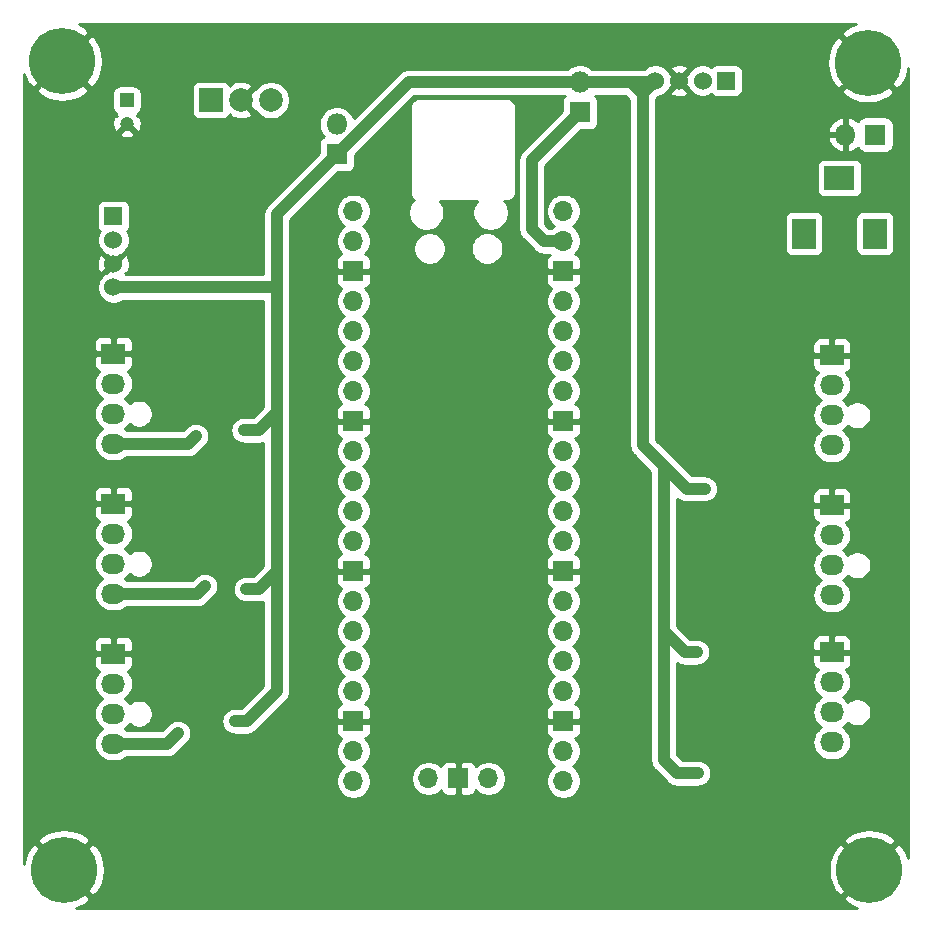
<source format=gbr>
G04 #@! TF.GenerationSoftware,KiCad,Pcbnew,5.1.9*
G04 #@! TF.CreationDate,2021-05-04T19:13:35+02:00*
G04 #@! TF.ProjectId,12v_FAN_Pico,3132765f-4641-44e5-9f50-69636f2e6b69,rev?*
G04 #@! TF.SameCoordinates,Original*
G04 #@! TF.FileFunction,Copper,L2,Bot*
G04 #@! TF.FilePolarity,Positive*
%FSLAX46Y46*%
G04 Gerber Fmt 4.6, Leading zero omitted, Abs format (unit mm)*
G04 Created by KiCad (PCBNEW 5.1.9) date 2021-05-04 19:13:35*
%MOMM*%
%LPD*%
G01*
G04 APERTURE LIST*
G04 #@! TA.AperFunction,ComponentPad*
%ADD10R,1.800000X1.800000*%
G04 #@! TD*
G04 #@! TA.AperFunction,ComponentPad*
%ADD11O,1.800000X1.800000*%
G04 #@! TD*
G04 #@! TA.AperFunction,ComponentPad*
%ADD12C,5.600000*%
G04 #@! TD*
G04 #@! TA.AperFunction,ComponentPad*
%ADD13O,2.030000X1.730000*%
G04 #@! TD*
G04 #@! TA.AperFunction,ComponentPad*
%ADD14R,2.030000X1.730000*%
G04 #@! TD*
G04 #@! TA.AperFunction,ComponentPad*
%ADD15C,1.200000*%
G04 #@! TD*
G04 #@! TA.AperFunction,ComponentPad*
%ADD16R,1.200000X1.200000*%
G04 #@! TD*
G04 #@! TA.AperFunction,ComponentPad*
%ADD17R,2.000000X2.600000*%
G04 #@! TD*
G04 #@! TA.AperFunction,ComponentPad*
%ADD18R,2.600000X2.000000*%
G04 #@! TD*
G04 #@! TA.AperFunction,ComponentPad*
%ADD19C,1.524000*%
G04 #@! TD*
G04 #@! TA.AperFunction,ComponentPad*
%ADD20R,1.524000X1.524000*%
G04 #@! TD*
G04 #@! TA.AperFunction,ComponentPad*
%ADD21C,2.000000*%
G04 #@! TD*
G04 #@! TA.AperFunction,ComponentPad*
%ADD22R,2.000000X2.000000*%
G04 #@! TD*
G04 #@! TA.AperFunction,ComponentPad*
%ADD23O,1.700000X1.700000*%
G04 #@! TD*
G04 #@! TA.AperFunction,ComponentPad*
%ADD24R,1.700000X1.700000*%
G04 #@! TD*
G04 #@! TA.AperFunction,ViaPad*
%ADD25C,1.000000*%
G04 #@! TD*
G04 #@! TA.AperFunction,ViaPad*
%ADD26C,0.400000*%
G04 #@! TD*
G04 #@! TA.AperFunction,Conductor*
%ADD27C,1.000000*%
G04 #@! TD*
G04 #@! TA.AperFunction,Conductor*
%ADD28C,0.500000*%
G04 #@! TD*
G04 #@! TA.AperFunction,Conductor*
%ADD29C,0.254000*%
G04 #@! TD*
G04 #@! TA.AperFunction,Conductor*
%ADD30C,0.100000*%
G04 #@! TD*
G04 APERTURE END LIST*
D10*
X57658000Y-35814000D03*
D11*
X57658000Y-33274000D03*
X78232000Y-29718000D03*
D10*
X78232000Y-32258000D03*
D11*
X100711000Y-34163000D03*
D10*
X103251000Y-34163000D03*
D12*
X102743000Y-96393000D03*
X34544000Y-96393000D03*
X34417000Y-27940000D03*
X102616000Y-28067000D03*
D13*
X99568000Y-85598000D03*
X99568000Y-83058000D03*
X99568000Y-80518000D03*
D14*
X99568000Y-77978000D03*
D15*
X39878000Y-33242000D03*
D16*
X39878000Y-31242000D03*
D13*
X99568000Y-73152000D03*
X99568000Y-70612000D03*
X99568000Y-68072000D03*
D14*
X99568000Y-65532000D03*
D17*
X103203000Y-42545000D03*
X97203000Y-42545000D03*
D18*
X100203000Y-37845000D03*
D13*
X38735000Y-60325000D03*
X38735000Y-57785000D03*
X38735000Y-55245000D03*
D14*
X38735000Y-52705000D03*
D13*
X38735000Y-85725000D03*
X38735000Y-83185000D03*
X38735000Y-80645000D03*
D14*
X38735000Y-78105000D03*
D19*
X84614000Y-29591000D03*
X86614000Y-29591000D03*
X88614000Y-29591000D03*
D20*
X90614000Y-29591000D03*
D13*
X99568000Y-60452000D03*
X99568000Y-57912000D03*
X99568000Y-55372000D03*
D14*
X99568000Y-52832000D03*
D21*
X52070000Y-31242000D03*
X49530000Y-31242000D03*
D22*
X46990000Y-31242000D03*
D23*
X70485000Y-88670000D03*
D24*
X67945000Y-88670000D03*
D23*
X65405000Y-88670000D03*
X76835000Y-40640000D03*
X76835000Y-43180000D03*
D24*
X76835000Y-45720000D03*
D23*
X76835000Y-48260000D03*
X76835000Y-50800000D03*
X76835000Y-53340000D03*
X76835000Y-55880000D03*
D24*
X76835000Y-58420000D03*
D23*
X76835000Y-60960000D03*
X76835000Y-63500000D03*
X76835000Y-66040000D03*
X76835000Y-68580000D03*
D24*
X76835000Y-71120000D03*
D23*
X76835000Y-73660000D03*
X76835000Y-76200000D03*
X76835000Y-78740000D03*
X76835000Y-81280000D03*
D24*
X76835000Y-83820000D03*
D23*
X76835000Y-86360000D03*
X76835000Y-88900000D03*
X59055000Y-88900000D03*
X59055000Y-86360000D03*
D24*
X59055000Y-83820000D03*
D23*
X59055000Y-81280000D03*
X59055000Y-78740000D03*
X59055000Y-76200000D03*
X59055000Y-73660000D03*
D24*
X59055000Y-71120000D03*
D23*
X59055000Y-68580000D03*
X59055000Y-66040000D03*
X59055000Y-63500000D03*
X59055000Y-60960000D03*
D24*
X59055000Y-58420000D03*
D23*
X59055000Y-55880000D03*
X59055000Y-53340000D03*
X59055000Y-50800000D03*
X59055000Y-48260000D03*
D24*
X59055000Y-45720000D03*
D23*
X59055000Y-43180000D03*
X59055000Y-40640000D03*
D13*
X38735000Y-73025000D03*
X38735000Y-70485000D03*
X38735000Y-67945000D03*
D14*
X38735000Y-65405000D03*
D19*
X38735000Y-47085000D03*
X38735000Y-45085000D03*
X38735000Y-43085000D03*
D20*
X38735000Y-41085000D03*
D25*
X46482000Y-72390000D03*
X49983328Y-72639111D03*
X49794436Y-51588949D03*
X75946000Y-95504000D03*
X83058000Y-76835000D03*
X79629000Y-90551000D03*
X82042000Y-83058000D03*
X54229000Y-55499000D03*
X49989098Y-65065833D03*
X88224403Y-84737235D03*
D26*
X86637020Y-79149555D03*
X84074000Y-88646000D03*
X90678000Y-87884000D03*
X91948000Y-60960000D03*
X47498000Y-59944000D03*
X91694000Y-77724000D03*
X94488000Y-67564000D03*
D25*
X88228595Y-88226851D03*
X88138000Y-77978000D03*
X88788869Y-64150251D03*
X49022000Y-83820000D03*
X49784000Y-59182000D03*
X45720000Y-59690000D03*
X44196000Y-84836000D03*
D27*
X85344000Y-76200000D02*
X85344000Y-86106000D01*
X85344000Y-62992000D02*
X85344000Y-67564000D01*
X85344000Y-67564000D02*
X85344000Y-75438000D01*
X85344000Y-75438000D02*
X85344000Y-76200000D01*
X85344000Y-62230000D02*
X85344000Y-62992000D01*
X83566000Y-60452000D02*
X85344000Y-62230000D01*
X83566000Y-45974000D02*
X83566000Y-60452000D01*
X52356000Y-47085000D02*
X52578000Y-46863000D01*
X38735000Y-47085000D02*
X52356000Y-47085000D01*
X52578000Y-46863000D02*
X52578000Y-53340000D01*
X83566000Y-30639000D02*
X84614000Y-29591000D01*
X83566000Y-45974000D02*
X83566000Y-30639000D01*
X51054000Y-59182000D02*
X52578000Y-57658000D01*
X49784000Y-59182000D02*
X51054000Y-59182000D01*
X52578000Y-57658000D02*
X52578000Y-65913000D01*
X52578000Y-53340000D02*
X52578000Y-57658000D01*
X51058889Y-72639111D02*
X52578000Y-71120000D01*
X49983328Y-72639111D02*
X51058889Y-72639111D01*
X52578000Y-65913000D02*
X52578000Y-71120000D01*
X50038000Y-83820000D02*
X49022000Y-83820000D01*
X52578000Y-81280000D02*
X50038000Y-83820000D01*
X52578000Y-71120000D02*
X52578000Y-81280000D01*
X85344000Y-62230000D02*
X86868000Y-63754000D01*
X87264251Y-64150251D02*
X86868000Y-63754000D01*
X88788869Y-64150251D02*
X87264251Y-64150251D01*
X87122000Y-77978000D02*
X85344000Y-76200000D01*
X88138000Y-77978000D02*
X87122000Y-77978000D01*
X85344000Y-86106000D02*
X85344000Y-87122000D01*
X86448851Y-88226851D02*
X85344000Y-87122000D01*
X88228595Y-88226851D02*
X86448851Y-88226851D01*
X52578000Y-40894000D02*
X52578000Y-46863000D01*
X63754000Y-29718000D02*
X52578000Y-40894000D01*
X78232000Y-29718000D02*
X63754000Y-29718000D01*
X84487000Y-29718000D02*
X84614000Y-29591000D01*
X83471000Y-30639000D02*
X82550000Y-29718000D01*
X83566000Y-30639000D02*
X83471000Y-30639000D01*
X82550000Y-29718000D02*
X84487000Y-29718000D01*
X78232000Y-29718000D02*
X82550000Y-29718000D01*
D28*
X58865000Y-40450000D02*
X59055000Y-40640000D01*
D27*
X45085000Y-60325000D02*
X45720000Y-59690000D01*
X38735000Y-60325000D02*
X45085000Y-60325000D01*
X45847000Y-73025000D02*
X46482000Y-72390000D01*
X38735000Y-73025000D02*
X45847000Y-73025000D01*
X43307000Y-85725000D02*
X44196000Y-84836000D01*
X38735000Y-85725000D02*
X43307000Y-85725000D01*
X76835000Y-43180000D02*
X75184000Y-43180000D01*
X75184000Y-43180000D02*
X74168000Y-42164000D01*
X74168000Y-36322000D02*
X78232000Y-32258000D01*
X74168000Y-42164000D02*
X74168000Y-36322000D01*
D29*
X101302994Y-24874870D02*
X100705470Y-25192361D01*
X100691308Y-25201823D01*
X100379124Y-25650519D01*
X102616000Y-27887395D01*
X102630143Y-27873253D01*
X102809748Y-28052858D01*
X102795605Y-28067000D01*
X105032481Y-30303876D01*
X105481177Y-29991692D01*
X105801612Y-29395741D01*
X105999626Y-28748727D01*
X106020076Y-28546224D01*
X106028318Y-95389943D01*
X105935130Y-95079994D01*
X105617639Y-94482470D01*
X105608177Y-94468308D01*
X105159481Y-94156124D01*
X102922605Y-96393000D01*
X102936748Y-96407143D01*
X102757143Y-96586748D01*
X102743000Y-96572605D01*
X100506124Y-98809481D01*
X100818308Y-99258177D01*
X101414259Y-99578612D01*
X101712868Y-99669999D01*
X35574719Y-99670001D01*
X35857006Y-99585130D01*
X36454530Y-99267639D01*
X36468692Y-99258177D01*
X36780876Y-98809481D01*
X34544000Y-96572605D01*
X34529858Y-96586748D01*
X34350253Y-96407143D01*
X34364395Y-96393000D01*
X34723605Y-96393000D01*
X36960481Y-98629876D01*
X37409177Y-98317692D01*
X37729612Y-97721741D01*
X37927626Y-97074727D01*
X37995610Y-96401516D01*
X37993975Y-96384484D01*
X99291390Y-96384484D01*
X99356051Y-97058023D01*
X99550870Y-97706006D01*
X99868361Y-98303530D01*
X99877823Y-98317692D01*
X100326519Y-98629876D01*
X102563395Y-96393000D01*
X100326519Y-94156124D01*
X99877823Y-94468308D01*
X99557388Y-95064259D01*
X99359374Y-95711273D01*
X99291390Y-96384484D01*
X37993975Y-96384484D01*
X37930949Y-95727977D01*
X37736130Y-95079994D01*
X37418639Y-94482470D01*
X37409177Y-94468308D01*
X36960481Y-94156124D01*
X34723605Y-96393000D01*
X34364395Y-96393000D01*
X32127519Y-94156124D01*
X31678823Y-94468308D01*
X31358388Y-95064259D01*
X31160374Y-95711273D01*
X31140074Y-95912293D01*
X31140313Y-93976519D01*
X32307124Y-93976519D01*
X34544000Y-96213395D01*
X36780876Y-93976519D01*
X100506124Y-93976519D01*
X102743000Y-96213395D01*
X104979876Y-93976519D01*
X104667692Y-93527823D01*
X104071741Y-93207388D01*
X103424727Y-93009374D01*
X102751516Y-92941390D01*
X102077977Y-93006051D01*
X101429994Y-93200870D01*
X100832470Y-93518361D01*
X100818308Y-93527823D01*
X100506124Y-93976519D01*
X36780876Y-93976519D01*
X36468692Y-93527823D01*
X35872741Y-93207388D01*
X35225727Y-93009374D01*
X34552516Y-92941390D01*
X33878977Y-93006051D01*
X33230994Y-93200870D01*
X32633470Y-93518361D01*
X32619308Y-93527823D01*
X32307124Y-93976519D01*
X31140313Y-93976519D01*
X31141959Y-80645000D01*
X37077743Y-80645000D01*
X37106705Y-80939051D01*
X37192476Y-81221802D01*
X37331762Y-81482387D01*
X37519208Y-81710792D01*
X37747613Y-81898238D01*
X37778972Y-81915000D01*
X37747613Y-81931762D01*
X37519208Y-82119208D01*
X37331762Y-82347613D01*
X37192476Y-82608198D01*
X37106705Y-82890949D01*
X37077743Y-83185000D01*
X37106705Y-83479051D01*
X37192476Y-83761802D01*
X37331762Y-84022387D01*
X37519208Y-84250792D01*
X37747613Y-84438238D01*
X37778972Y-84455000D01*
X37747613Y-84471762D01*
X37519208Y-84659208D01*
X37331762Y-84887613D01*
X37192476Y-85148198D01*
X37106705Y-85430949D01*
X37077743Y-85725000D01*
X37106705Y-86019051D01*
X37192476Y-86301802D01*
X37331762Y-86562387D01*
X37519208Y-86790792D01*
X37747613Y-86978238D01*
X38008198Y-87117524D01*
X38290949Y-87203295D01*
X38511320Y-87225000D01*
X38958680Y-87225000D01*
X39179051Y-87203295D01*
X39461802Y-87117524D01*
X39722387Y-86978238D01*
X39866461Y-86860000D01*
X43251249Y-86860000D01*
X43307000Y-86865491D01*
X43362751Y-86860000D01*
X43362752Y-86860000D01*
X43529499Y-86843577D01*
X43743447Y-86778676D01*
X43940623Y-86673284D01*
X44113449Y-86531449D01*
X44148995Y-86488136D01*
X45037988Y-85599144D01*
X45077612Y-85559520D01*
X45108742Y-85512930D01*
X45144284Y-85469623D01*
X45170693Y-85420214D01*
X45201824Y-85373624D01*
X45223269Y-85321851D01*
X45249676Y-85272447D01*
X45265937Y-85218842D01*
X45287383Y-85167067D01*
X45298315Y-85112106D01*
X45314577Y-85058499D01*
X45320068Y-85002747D01*
X45331000Y-84947788D01*
X45331000Y-84891752D01*
X45336491Y-84836000D01*
X45331000Y-84780248D01*
X45331000Y-84724212D01*
X45320068Y-84669253D01*
X45314577Y-84613501D01*
X45298315Y-84559895D01*
X45287383Y-84504933D01*
X45265936Y-84453156D01*
X45249676Y-84399554D01*
X45223271Y-84350153D01*
X45201824Y-84298376D01*
X45170691Y-84251782D01*
X45144284Y-84202378D01*
X45108744Y-84159072D01*
X45077612Y-84112480D01*
X45037990Y-84072858D01*
X45002449Y-84029551D01*
X44959142Y-83994010D01*
X44919520Y-83954388D01*
X44872928Y-83923256D01*
X44829622Y-83887716D01*
X44780218Y-83861309D01*
X44733624Y-83830176D01*
X44681847Y-83808729D01*
X44632446Y-83782324D01*
X44578844Y-83766064D01*
X44527067Y-83744617D01*
X44472105Y-83733685D01*
X44418499Y-83717423D01*
X44362747Y-83711932D01*
X44307788Y-83701000D01*
X44251752Y-83701000D01*
X44196000Y-83695509D01*
X44140248Y-83701000D01*
X44084212Y-83701000D01*
X44029253Y-83711932D01*
X43973501Y-83717423D01*
X43919894Y-83733685D01*
X43864933Y-83744617D01*
X43813158Y-83766063D01*
X43759553Y-83782324D01*
X43710149Y-83808731D01*
X43658376Y-83830176D01*
X43611786Y-83861307D01*
X43562377Y-83887716D01*
X43519070Y-83923258D01*
X43472480Y-83954388D01*
X43432856Y-83994012D01*
X42836869Y-84590000D01*
X39866461Y-84590000D01*
X39722387Y-84471762D01*
X39691028Y-84455000D01*
X39722387Y-84438238D01*
X39950792Y-84250792D01*
X40101414Y-84067258D01*
X40139606Y-84105450D01*
X40333692Y-84235134D01*
X40549348Y-84324461D01*
X40778288Y-84370000D01*
X41011712Y-84370000D01*
X41240652Y-84324461D01*
X41456308Y-84235134D01*
X41650394Y-84105450D01*
X41815450Y-83940394D01*
X41945134Y-83746308D01*
X42034461Y-83530652D01*
X42080000Y-83301712D01*
X42080000Y-83068288D01*
X42034461Y-82839348D01*
X41945134Y-82623692D01*
X41815450Y-82429606D01*
X41650394Y-82264550D01*
X41456308Y-82134866D01*
X41240652Y-82045539D01*
X41011712Y-82000000D01*
X40778288Y-82000000D01*
X40549348Y-82045539D01*
X40333692Y-82134866D01*
X40139606Y-82264550D01*
X40101414Y-82302742D01*
X39950792Y-82119208D01*
X39722387Y-81931762D01*
X39691028Y-81915000D01*
X39722387Y-81898238D01*
X39950792Y-81710792D01*
X40138238Y-81482387D01*
X40277524Y-81221802D01*
X40363295Y-80939051D01*
X40392257Y-80645000D01*
X40363295Y-80350949D01*
X40277524Y-80068198D01*
X40138238Y-79807613D01*
X39950792Y-79579208D01*
X39944970Y-79574430D01*
X39994180Y-79559502D01*
X40104494Y-79500537D01*
X40201185Y-79421185D01*
X40280537Y-79324494D01*
X40339502Y-79214180D01*
X40375812Y-79094482D01*
X40388072Y-78970000D01*
X40385000Y-78390750D01*
X40226250Y-78232000D01*
X38862000Y-78232000D01*
X38862000Y-78252000D01*
X38608000Y-78252000D01*
X38608000Y-78232000D01*
X37243750Y-78232000D01*
X37085000Y-78390750D01*
X37081928Y-78970000D01*
X37094188Y-79094482D01*
X37130498Y-79214180D01*
X37189463Y-79324494D01*
X37268815Y-79421185D01*
X37365506Y-79500537D01*
X37475820Y-79559502D01*
X37525030Y-79574430D01*
X37519208Y-79579208D01*
X37331762Y-79807613D01*
X37192476Y-80068198D01*
X37106705Y-80350949D01*
X37077743Y-80645000D01*
X31141959Y-80645000D01*
X31142379Y-77240000D01*
X37081928Y-77240000D01*
X37085000Y-77819250D01*
X37243750Y-77978000D01*
X38608000Y-77978000D01*
X38608000Y-76763750D01*
X38862000Y-76763750D01*
X38862000Y-77978000D01*
X40226250Y-77978000D01*
X40385000Y-77819250D01*
X40388072Y-77240000D01*
X40375812Y-77115518D01*
X40339502Y-76995820D01*
X40280537Y-76885506D01*
X40201185Y-76788815D01*
X40104494Y-76709463D01*
X39994180Y-76650498D01*
X39874482Y-76614188D01*
X39750000Y-76601928D01*
X39020750Y-76605000D01*
X38862000Y-76763750D01*
X38608000Y-76763750D01*
X38449250Y-76605000D01*
X37720000Y-76601928D01*
X37595518Y-76614188D01*
X37475820Y-76650498D01*
X37365506Y-76709463D01*
X37268815Y-76788815D01*
X37189463Y-76885506D01*
X37130498Y-76995820D01*
X37094188Y-77115518D01*
X37081928Y-77240000D01*
X31142379Y-77240000D01*
X31143527Y-67945000D01*
X37077743Y-67945000D01*
X37106705Y-68239051D01*
X37192476Y-68521802D01*
X37331762Y-68782387D01*
X37519208Y-69010792D01*
X37747613Y-69198238D01*
X37778972Y-69215000D01*
X37747613Y-69231762D01*
X37519208Y-69419208D01*
X37331762Y-69647613D01*
X37192476Y-69908198D01*
X37106705Y-70190949D01*
X37077743Y-70485000D01*
X37106705Y-70779051D01*
X37192476Y-71061802D01*
X37331762Y-71322387D01*
X37519208Y-71550792D01*
X37747613Y-71738238D01*
X37778972Y-71755000D01*
X37747613Y-71771762D01*
X37519208Y-71959208D01*
X37331762Y-72187613D01*
X37192476Y-72448198D01*
X37106705Y-72730949D01*
X37077743Y-73025000D01*
X37106705Y-73319051D01*
X37192476Y-73601802D01*
X37331762Y-73862387D01*
X37519208Y-74090792D01*
X37747613Y-74278238D01*
X38008198Y-74417524D01*
X38290949Y-74503295D01*
X38511320Y-74525000D01*
X38958680Y-74525000D01*
X39179051Y-74503295D01*
X39461802Y-74417524D01*
X39722387Y-74278238D01*
X39866461Y-74160000D01*
X45791249Y-74160000D01*
X45847000Y-74165491D01*
X45902751Y-74160000D01*
X45902752Y-74160000D01*
X46069499Y-74143577D01*
X46283447Y-74078676D01*
X46480623Y-73973284D01*
X46653449Y-73831449D01*
X46688995Y-73788136D01*
X47323989Y-73153143D01*
X47363612Y-73113520D01*
X47394742Y-73066931D01*
X47430284Y-73023623D01*
X47456693Y-72974214D01*
X47487824Y-72927624D01*
X47509269Y-72875851D01*
X47535676Y-72826447D01*
X47551937Y-72772842D01*
X47573383Y-72721067D01*
X47584315Y-72666106D01*
X47600577Y-72612499D01*
X47606068Y-72556747D01*
X47617000Y-72501788D01*
X47617000Y-72445752D01*
X47622491Y-72390000D01*
X47617000Y-72334248D01*
X47617000Y-72278212D01*
X47606068Y-72223253D01*
X47600577Y-72167501D01*
X47584315Y-72113894D01*
X47573383Y-72058933D01*
X47551937Y-72007158D01*
X47535676Y-71953553D01*
X47509269Y-71904149D01*
X47487824Y-71852376D01*
X47456693Y-71805786D01*
X47430284Y-71756377D01*
X47394741Y-71713068D01*
X47363612Y-71666480D01*
X47323991Y-71626859D01*
X47288449Y-71583551D01*
X47245141Y-71548009D01*
X47205520Y-71508388D01*
X47158932Y-71477259D01*
X47115623Y-71441716D01*
X47066214Y-71415307D01*
X47019624Y-71384176D01*
X46967851Y-71362731D01*
X46918447Y-71336324D01*
X46864842Y-71320063D01*
X46813067Y-71298617D01*
X46758106Y-71287685D01*
X46704499Y-71271423D01*
X46648747Y-71265932D01*
X46593788Y-71255000D01*
X46537752Y-71255000D01*
X46482000Y-71249509D01*
X46426248Y-71255000D01*
X46370212Y-71255000D01*
X46315253Y-71265932D01*
X46259501Y-71271423D01*
X46205894Y-71287685D01*
X46150933Y-71298617D01*
X46099158Y-71320063D01*
X46045553Y-71336324D01*
X45996149Y-71362731D01*
X45944376Y-71384176D01*
X45897786Y-71415307D01*
X45848377Y-71441716D01*
X45805069Y-71477258D01*
X45758480Y-71508388D01*
X45376868Y-71890000D01*
X39866461Y-71890000D01*
X39722387Y-71771762D01*
X39691028Y-71755000D01*
X39722387Y-71738238D01*
X39950792Y-71550792D01*
X40101414Y-71367258D01*
X40139606Y-71405450D01*
X40333692Y-71535134D01*
X40549348Y-71624461D01*
X40778288Y-71670000D01*
X41011712Y-71670000D01*
X41240652Y-71624461D01*
X41456308Y-71535134D01*
X41650394Y-71405450D01*
X41815450Y-71240394D01*
X41945134Y-71046308D01*
X42034461Y-70830652D01*
X42080000Y-70601712D01*
X42080000Y-70368288D01*
X42034461Y-70139348D01*
X41945134Y-69923692D01*
X41815450Y-69729606D01*
X41650394Y-69564550D01*
X41456308Y-69434866D01*
X41240652Y-69345539D01*
X41011712Y-69300000D01*
X40778288Y-69300000D01*
X40549348Y-69345539D01*
X40333692Y-69434866D01*
X40139606Y-69564550D01*
X40101414Y-69602742D01*
X39950792Y-69419208D01*
X39722387Y-69231762D01*
X39691028Y-69215000D01*
X39722387Y-69198238D01*
X39950792Y-69010792D01*
X40138238Y-68782387D01*
X40277524Y-68521802D01*
X40363295Y-68239051D01*
X40392257Y-67945000D01*
X40363295Y-67650949D01*
X40277524Y-67368198D01*
X40138238Y-67107613D01*
X39950792Y-66879208D01*
X39944970Y-66874430D01*
X39994180Y-66859502D01*
X40104494Y-66800537D01*
X40201185Y-66721185D01*
X40280537Y-66624494D01*
X40339502Y-66514180D01*
X40375812Y-66394482D01*
X40388072Y-66270000D01*
X40385000Y-65690750D01*
X40226250Y-65532000D01*
X38862000Y-65532000D01*
X38862000Y-65552000D01*
X38608000Y-65552000D01*
X38608000Y-65532000D01*
X37243750Y-65532000D01*
X37085000Y-65690750D01*
X37081928Y-66270000D01*
X37094188Y-66394482D01*
X37130498Y-66514180D01*
X37189463Y-66624494D01*
X37268815Y-66721185D01*
X37365506Y-66800537D01*
X37475820Y-66859502D01*
X37525030Y-66874430D01*
X37519208Y-66879208D01*
X37331762Y-67107613D01*
X37192476Y-67368198D01*
X37106705Y-67650949D01*
X37077743Y-67945000D01*
X31143527Y-67945000D01*
X31143947Y-64540000D01*
X37081928Y-64540000D01*
X37085000Y-65119250D01*
X37243750Y-65278000D01*
X38608000Y-65278000D01*
X38608000Y-64063750D01*
X38862000Y-64063750D01*
X38862000Y-65278000D01*
X40226250Y-65278000D01*
X40385000Y-65119250D01*
X40388072Y-64540000D01*
X40375812Y-64415518D01*
X40339502Y-64295820D01*
X40280537Y-64185506D01*
X40201185Y-64088815D01*
X40104494Y-64009463D01*
X39994180Y-63950498D01*
X39874482Y-63914188D01*
X39750000Y-63901928D01*
X39020750Y-63905000D01*
X38862000Y-64063750D01*
X38608000Y-64063750D01*
X38449250Y-63905000D01*
X37720000Y-63901928D01*
X37595518Y-63914188D01*
X37475820Y-63950498D01*
X37365506Y-64009463D01*
X37268815Y-64088815D01*
X37189463Y-64185506D01*
X37130498Y-64295820D01*
X37094188Y-64415518D01*
X37081928Y-64540000D01*
X31143947Y-64540000D01*
X31145096Y-55245000D01*
X37077743Y-55245000D01*
X37106705Y-55539051D01*
X37192476Y-55821802D01*
X37331762Y-56082387D01*
X37519208Y-56310792D01*
X37747613Y-56498238D01*
X37778972Y-56515000D01*
X37747613Y-56531762D01*
X37519208Y-56719208D01*
X37331762Y-56947613D01*
X37192476Y-57208198D01*
X37106705Y-57490949D01*
X37077743Y-57785000D01*
X37106705Y-58079051D01*
X37192476Y-58361802D01*
X37331762Y-58622387D01*
X37519208Y-58850792D01*
X37747613Y-59038238D01*
X37778972Y-59055000D01*
X37747613Y-59071762D01*
X37519208Y-59259208D01*
X37331762Y-59487613D01*
X37192476Y-59748198D01*
X37106705Y-60030949D01*
X37077743Y-60325000D01*
X37106705Y-60619051D01*
X37192476Y-60901802D01*
X37331762Y-61162387D01*
X37519208Y-61390792D01*
X37747613Y-61578238D01*
X38008198Y-61717524D01*
X38290949Y-61803295D01*
X38511320Y-61825000D01*
X38958680Y-61825000D01*
X39179051Y-61803295D01*
X39461802Y-61717524D01*
X39722387Y-61578238D01*
X39866461Y-61460000D01*
X45029249Y-61460000D01*
X45085000Y-61465491D01*
X45140751Y-61460000D01*
X45140752Y-61460000D01*
X45307499Y-61443577D01*
X45521447Y-61378676D01*
X45718623Y-61273284D01*
X45891449Y-61131449D01*
X45926995Y-61088136D01*
X46561989Y-60453143D01*
X46601612Y-60413520D01*
X46632742Y-60366931D01*
X46668284Y-60323623D01*
X46694693Y-60274214D01*
X46725824Y-60227624D01*
X46747269Y-60175851D01*
X46773676Y-60126447D01*
X46789937Y-60072842D01*
X46811383Y-60021067D01*
X46822315Y-59966106D01*
X46838577Y-59912499D01*
X46844068Y-59856747D01*
X46855000Y-59801788D01*
X46855000Y-59745752D01*
X46860491Y-59690000D01*
X46855000Y-59634248D01*
X46855000Y-59578212D01*
X46844068Y-59523253D01*
X46838577Y-59467501D01*
X46822315Y-59413894D01*
X46811383Y-59358933D01*
X46789937Y-59307158D01*
X46773676Y-59253553D01*
X46747269Y-59204149D01*
X46725824Y-59152376D01*
X46694693Y-59105786D01*
X46668284Y-59056377D01*
X46632741Y-59013068D01*
X46601612Y-58966480D01*
X46561991Y-58926859D01*
X46526449Y-58883551D01*
X46483141Y-58848009D01*
X46443520Y-58808388D01*
X46396932Y-58777259D01*
X46353623Y-58741716D01*
X46304214Y-58715307D01*
X46257624Y-58684176D01*
X46205851Y-58662731D01*
X46156447Y-58636324D01*
X46102842Y-58620063D01*
X46051067Y-58598617D01*
X45996106Y-58587685D01*
X45942499Y-58571423D01*
X45886747Y-58565932D01*
X45831788Y-58555000D01*
X45775752Y-58555000D01*
X45720000Y-58549509D01*
X45664248Y-58555000D01*
X45608212Y-58555000D01*
X45553253Y-58565932D01*
X45497501Y-58571423D01*
X45443894Y-58587685D01*
X45388933Y-58598617D01*
X45337158Y-58620063D01*
X45283553Y-58636324D01*
X45234149Y-58662731D01*
X45182376Y-58684176D01*
X45135786Y-58715307D01*
X45086377Y-58741716D01*
X45043069Y-58777258D01*
X44996480Y-58808388D01*
X44614868Y-59190000D01*
X39866461Y-59190000D01*
X39722387Y-59071762D01*
X39691028Y-59055000D01*
X39722387Y-59038238D01*
X39950792Y-58850792D01*
X40101414Y-58667258D01*
X40139606Y-58705450D01*
X40333692Y-58835134D01*
X40549348Y-58924461D01*
X40778288Y-58970000D01*
X41011712Y-58970000D01*
X41240652Y-58924461D01*
X41456308Y-58835134D01*
X41650394Y-58705450D01*
X41815450Y-58540394D01*
X41945134Y-58346308D01*
X42034461Y-58130652D01*
X42080000Y-57901712D01*
X42080000Y-57668288D01*
X42034461Y-57439348D01*
X41945134Y-57223692D01*
X41815450Y-57029606D01*
X41650394Y-56864550D01*
X41456308Y-56734866D01*
X41240652Y-56645539D01*
X41011712Y-56600000D01*
X40778288Y-56600000D01*
X40549348Y-56645539D01*
X40333692Y-56734866D01*
X40139606Y-56864550D01*
X40101414Y-56902742D01*
X39950792Y-56719208D01*
X39722387Y-56531762D01*
X39691028Y-56515000D01*
X39722387Y-56498238D01*
X39950792Y-56310792D01*
X40138238Y-56082387D01*
X40277524Y-55821802D01*
X40363295Y-55539051D01*
X40392257Y-55245000D01*
X40363295Y-54950949D01*
X40277524Y-54668198D01*
X40138238Y-54407613D01*
X39950792Y-54179208D01*
X39944970Y-54174430D01*
X39994180Y-54159502D01*
X40104494Y-54100537D01*
X40201185Y-54021185D01*
X40280537Y-53924494D01*
X40339502Y-53814180D01*
X40375812Y-53694482D01*
X40388072Y-53570000D01*
X40385000Y-52990750D01*
X40226250Y-52832000D01*
X38862000Y-52832000D01*
X38862000Y-52852000D01*
X38608000Y-52852000D01*
X38608000Y-52832000D01*
X37243750Y-52832000D01*
X37085000Y-52990750D01*
X37081928Y-53570000D01*
X37094188Y-53694482D01*
X37130498Y-53814180D01*
X37189463Y-53924494D01*
X37268815Y-54021185D01*
X37365506Y-54100537D01*
X37475820Y-54159502D01*
X37525030Y-54174430D01*
X37519208Y-54179208D01*
X37331762Y-54407613D01*
X37192476Y-54668198D01*
X37106705Y-54950949D01*
X37077743Y-55245000D01*
X31145096Y-55245000D01*
X31145516Y-51840000D01*
X37081928Y-51840000D01*
X37085000Y-52419250D01*
X37243750Y-52578000D01*
X38608000Y-52578000D01*
X38608000Y-51363750D01*
X38862000Y-51363750D01*
X38862000Y-52578000D01*
X40226250Y-52578000D01*
X40385000Y-52419250D01*
X40388072Y-51840000D01*
X40375812Y-51715518D01*
X40339502Y-51595820D01*
X40280537Y-51485506D01*
X40201185Y-51388815D01*
X40104494Y-51309463D01*
X39994180Y-51250498D01*
X39874482Y-51214188D01*
X39750000Y-51201928D01*
X39020750Y-51205000D01*
X38862000Y-51363750D01*
X38608000Y-51363750D01*
X38449250Y-51205000D01*
X37720000Y-51201928D01*
X37595518Y-51214188D01*
X37475820Y-51250498D01*
X37365506Y-51309463D01*
X37268815Y-51388815D01*
X37189463Y-51485506D01*
X37130498Y-51595820D01*
X37094188Y-51715518D01*
X37081928Y-51840000D01*
X31145516Y-51840000D01*
X31146119Y-46947408D01*
X37338000Y-46947408D01*
X37338000Y-47222592D01*
X37391686Y-47492490D01*
X37496995Y-47746727D01*
X37649880Y-47975535D01*
X37844465Y-48170120D01*
X38073273Y-48323005D01*
X38327510Y-48428314D01*
X38597408Y-48482000D01*
X38872592Y-48482000D01*
X39142490Y-48428314D01*
X39396727Y-48323005D01*
X39550884Y-48220000D01*
X51443000Y-48220000D01*
X51443001Y-53284239D01*
X51443000Y-53284249D01*
X51443001Y-57187867D01*
X50583869Y-58047000D01*
X49672212Y-58047000D01*
X49617253Y-58057932D01*
X49561501Y-58063423D01*
X49507894Y-58079685D01*
X49452933Y-58090617D01*
X49401158Y-58112063D01*
X49347553Y-58128324D01*
X49298149Y-58154731D01*
X49246376Y-58176176D01*
X49199786Y-58207307D01*
X49150377Y-58233716D01*
X49107068Y-58269259D01*
X49060480Y-58300388D01*
X49020859Y-58340009D01*
X48977551Y-58375551D01*
X48942011Y-58418857D01*
X48902388Y-58458480D01*
X48871259Y-58505068D01*
X48835716Y-58548377D01*
X48809307Y-58597786D01*
X48778176Y-58644376D01*
X48756731Y-58696149D01*
X48730324Y-58745553D01*
X48714063Y-58799158D01*
X48692617Y-58850933D01*
X48681685Y-58905894D01*
X48665423Y-58959501D01*
X48659932Y-59015253D01*
X48649000Y-59070212D01*
X48649000Y-59126248D01*
X48643509Y-59182000D01*
X48649000Y-59237752D01*
X48649000Y-59293788D01*
X48659932Y-59348747D01*
X48665423Y-59404499D01*
X48681685Y-59458106D01*
X48692617Y-59513067D01*
X48714063Y-59564842D01*
X48730324Y-59618447D01*
X48756731Y-59667851D01*
X48778176Y-59719624D01*
X48809307Y-59766214D01*
X48835716Y-59815623D01*
X48871259Y-59858932D01*
X48902388Y-59905520D01*
X48942009Y-59945141D01*
X48977551Y-59988449D01*
X49020859Y-60023991D01*
X49060480Y-60063612D01*
X49107068Y-60094741D01*
X49150377Y-60130284D01*
X49199786Y-60156693D01*
X49246376Y-60187824D01*
X49298149Y-60209269D01*
X49347553Y-60235676D01*
X49401158Y-60251937D01*
X49452933Y-60273383D01*
X49507894Y-60284315D01*
X49561501Y-60300577D01*
X49617253Y-60306068D01*
X49672212Y-60317000D01*
X50998249Y-60317000D01*
X51054000Y-60322491D01*
X51109751Y-60317000D01*
X51109752Y-60317000D01*
X51276499Y-60300577D01*
X51443000Y-60250069D01*
X51443001Y-65857239D01*
X51443000Y-65857249D01*
X51443001Y-70649867D01*
X50588758Y-71504111D01*
X49871540Y-71504111D01*
X49816581Y-71515043D01*
X49760829Y-71520534D01*
X49707222Y-71536796D01*
X49652261Y-71547728D01*
X49600486Y-71569174D01*
X49546881Y-71585435D01*
X49497477Y-71611842D01*
X49445704Y-71633287D01*
X49399114Y-71664418D01*
X49349705Y-71690827D01*
X49306396Y-71726370D01*
X49259808Y-71757499D01*
X49220187Y-71797120D01*
X49176879Y-71832662D01*
X49141339Y-71875968D01*
X49101716Y-71915591D01*
X49070587Y-71962179D01*
X49035044Y-72005488D01*
X49008635Y-72054897D01*
X48977504Y-72101487D01*
X48956059Y-72153260D01*
X48929652Y-72202664D01*
X48913391Y-72256269D01*
X48891945Y-72308044D01*
X48881013Y-72363005D01*
X48864751Y-72416612D01*
X48859260Y-72472364D01*
X48848328Y-72527323D01*
X48848328Y-72583359D01*
X48842837Y-72639111D01*
X48848328Y-72694863D01*
X48848328Y-72750899D01*
X48859260Y-72805858D01*
X48864751Y-72861610D01*
X48881013Y-72915217D01*
X48891945Y-72970178D01*
X48913391Y-73021953D01*
X48929652Y-73075558D01*
X48956059Y-73124962D01*
X48977504Y-73176735D01*
X49008635Y-73223325D01*
X49035044Y-73272734D01*
X49070587Y-73316043D01*
X49101716Y-73362631D01*
X49141337Y-73402252D01*
X49176879Y-73445560D01*
X49220187Y-73481102D01*
X49259808Y-73520723D01*
X49306396Y-73551852D01*
X49349705Y-73587395D01*
X49399114Y-73613804D01*
X49445704Y-73644935D01*
X49497477Y-73666380D01*
X49546881Y-73692787D01*
X49600486Y-73709048D01*
X49652261Y-73730494D01*
X49707222Y-73741426D01*
X49760829Y-73757688D01*
X49816581Y-73763179D01*
X49871540Y-73774111D01*
X51003138Y-73774111D01*
X51058889Y-73779602D01*
X51114640Y-73774111D01*
X51114641Y-73774111D01*
X51281388Y-73757688D01*
X51443000Y-73708663D01*
X51443001Y-80809867D01*
X49567869Y-82685000D01*
X48910212Y-82685000D01*
X48855253Y-82695932D01*
X48799501Y-82701423D01*
X48745894Y-82717685D01*
X48690933Y-82728617D01*
X48639158Y-82750063D01*
X48585553Y-82766324D01*
X48536149Y-82792731D01*
X48484376Y-82814176D01*
X48437786Y-82845307D01*
X48388377Y-82871716D01*
X48345068Y-82907259D01*
X48298480Y-82938388D01*
X48258859Y-82978009D01*
X48215551Y-83013551D01*
X48180011Y-83056857D01*
X48140388Y-83096480D01*
X48109259Y-83143068D01*
X48073716Y-83186377D01*
X48047307Y-83235786D01*
X48016176Y-83282376D01*
X47994731Y-83334149D01*
X47968324Y-83383553D01*
X47952063Y-83437158D01*
X47930617Y-83488933D01*
X47919685Y-83543894D01*
X47903423Y-83597501D01*
X47897932Y-83653253D01*
X47887000Y-83708212D01*
X47887000Y-83764248D01*
X47881509Y-83820000D01*
X47887000Y-83875752D01*
X47887000Y-83931788D01*
X47897932Y-83986747D01*
X47903423Y-84042499D01*
X47919685Y-84096106D01*
X47930617Y-84151067D01*
X47952063Y-84202842D01*
X47968324Y-84256447D01*
X47994731Y-84305851D01*
X48016176Y-84357624D01*
X48047307Y-84404214D01*
X48073716Y-84453623D01*
X48109259Y-84496932D01*
X48140388Y-84543520D01*
X48180009Y-84583141D01*
X48215551Y-84626449D01*
X48258859Y-84661991D01*
X48298480Y-84701612D01*
X48345068Y-84732741D01*
X48388377Y-84768284D01*
X48437786Y-84794693D01*
X48484376Y-84825824D01*
X48536149Y-84847269D01*
X48585553Y-84873676D01*
X48639158Y-84889937D01*
X48690933Y-84911383D01*
X48745894Y-84922315D01*
X48799501Y-84938577D01*
X48855253Y-84944068D01*
X48910212Y-84955000D01*
X49982249Y-84955000D01*
X50038000Y-84960491D01*
X50093751Y-84955000D01*
X50093752Y-84955000D01*
X50260499Y-84938577D01*
X50474447Y-84873676D01*
X50671623Y-84768284D01*
X50791382Y-84670000D01*
X57566928Y-84670000D01*
X57579188Y-84794482D01*
X57615498Y-84914180D01*
X57674463Y-85024494D01*
X57753815Y-85121185D01*
X57850506Y-85200537D01*
X57960820Y-85259502D01*
X58033380Y-85281513D01*
X57901525Y-85413368D01*
X57739010Y-85656589D01*
X57627068Y-85926842D01*
X57570000Y-86213740D01*
X57570000Y-86506260D01*
X57627068Y-86793158D01*
X57739010Y-87063411D01*
X57901525Y-87306632D01*
X58108368Y-87513475D01*
X58282760Y-87630000D01*
X58108368Y-87746525D01*
X57901525Y-87953368D01*
X57739010Y-88196589D01*
X57627068Y-88466842D01*
X57570000Y-88753740D01*
X57570000Y-89046260D01*
X57627068Y-89333158D01*
X57739010Y-89603411D01*
X57901525Y-89846632D01*
X58108368Y-90053475D01*
X58351589Y-90215990D01*
X58621842Y-90327932D01*
X58908740Y-90385000D01*
X59201260Y-90385000D01*
X59488158Y-90327932D01*
X59758411Y-90215990D01*
X60001632Y-90053475D01*
X60208475Y-89846632D01*
X60370990Y-89603411D01*
X60482932Y-89333158D01*
X60540000Y-89046260D01*
X60540000Y-88753740D01*
X60494250Y-88523740D01*
X63920000Y-88523740D01*
X63920000Y-88816260D01*
X63977068Y-89103158D01*
X64089010Y-89373411D01*
X64251525Y-89616632D01*
X64458368Y-89823475D01*
X64701589Y-89985990D01*
X64971842Y-90097932D01*
X65258740Y-90155000D01*
X65551260Y-90155000D01*
X65838158Y-90097932D01*
X66108411Y-89985990D01*
X66351632Y-89823475D01*
X66483487Y-89691620D01*
X66505498Y-89764180D01*
X66564463Y-89874494D01*
X66643815Y-89971185D01*
X66740506Y-90050537D01*
X66850820Y-90109502D01*
X66970518Y-90145812D01*
X67095000Y-90158072D01*
X67659250Y-90155000D01*
X67818000Y-89996250D01*
X67818000Y-88797000D01*
X67798000Y-88797000D01*
X67798000Y-88543000D01*
X67818000Y-88543000D01*
X67818000Y-87343750D01*
X68072000Y-87343750D01*
X68072000Y-88543000D01*
X68092000Y-88543000D01*
X68092000Y-88797000D01*
X68072000Y-88797000D01*
X68072000Y-89996250D01*
X68230750Y-90155000D01*
X68795000Y-90158072D01*
X68919482Y-90145812D01*
X69039180Y-90109502D01*
X69149494Y-90050537D01*
X69246185Y-89971185D01*
X69325537Y-89874494D01*
X69384502Y-89764180D01*
X69406513Y-89691620D01*
X69538368Y-89823475D01*
X69781589Y-89985990D01*
X70051842Y-90097932D01*
X70338740Y-90155000D01*
X70631260Y-90155000D01*
X70918158Y-90097932D01*
X71188411Y-89985990D01*
X71431632Y-89823475D01*
X71638475Y-89616632D01*
X71800990Y-89373411D01*
X71912932Y-89103158D01*
X71970000Y-88816260D01*
X71970000Y-88523740D01*
X71912932Y-88236842D01*
X71800990Y-87966589D01*
X71638475Y-87723368D01*
X71431632Y-87516525D01*
X71188411Y-87354010D01*
X70918158Y-87242068D01*
X70631260Y-87185000D01*
X70338740Y-87185000D01*
X70051842Y-87242068D01*
X69781589Y-87354010D01*
X69538368Y-87516525D01*
X69406513Y-87648380D01*
X69384502Y-87575820D01*
X69325537Y-87465506D01*
X69246185Y-87368815D01*
X69149494Y-87289463D01*
X69039180Y-87230498D01*
X68919482Y-87194188D01*
X68795000Y-87181928D01*
X68230750Y-87185000D01*
X68072000Y-87343750D01*
X67818000Y-87343750D01*
X67659250Y-87185000D01*
X67095000Y-87181928D01*
X66970518Y-87194188D01*
X66850820Y-87230498D01*
X66740506Y-87289463D01*
X66643815Y-87368815D01*
X66564463Y-87465506D01*
X66505498Y-87575820D01*
X66483487Y-87648380D01*
X66351632Y-87516525D01*
X66108411Y-87354010D01*
X65838158Y-87242068D01*
X65551260Y-87185000D01*
X65258740Y-87185000D01*
X64971842Y-87242068D01*
X64701589Y-87354010D01*
X64458368Y-87516525D01*
X64251525Y-87723368D01*
X64089010Y-87966589D01*
X63977068Y-88236842D01*
X63920000Y-88523740D01*
X60494250Y-88523740D01*
X60482932Y-88466842D01*
X60370990Y-88196589D01*
X60208475Y-87953368D01*
X60001632Y-87746525D01*
X59827240Y-87630000D01*
X60001632Y-87513475D01*
X60208475Y-87306632D01*
X60370990Y-87063411D01*
X60482932Y-86793158D01*
X60540000Y-86506260D01*
X60540000Y-86213740D01*
X60482932Y-85926842D01*
X60370990Y-85656589D01*
X60208475Y-85413368D01*
X60076620Y-85281513D01*
X60149180Y-85259502D01*
X60259494Y-85200537D01*
X60356185Y-85121185D01*
X60435537Y-85024494D01*
X60494502Y-84914180D01*
X60530812Y-84794482D01*
X60543072Y-84670000D01*
X75346928Y-84670000D01*
X75359188Y-84794482D01*
X75395498Y-84914180D01*
X75454463Y-85024494D01*
X75533815Y-85121185D01*
X75630506Y-85200537D01*
X75740820Y-85259502D01*
X75813380Y-85281513D01*
X75681525Y-85413368D01*
X75519010Y-85656589D01*
X75407068Y-85926842D01*
X75350000Y-86213740D01*
X75350000Y-86506260D01*
X75407068Y-86793158D01*
X75519010Y-87063411D01*
X75681525Y-87306632D01*
X75888368Y-87513475D01*
X76062760Y-87630000D01*
X75888368Y-87746525D01*
X75681525Y-87953368D01*
X75519010Y-88196589D01*
X75407068Y-88466842D01*
X75350000Y-88753740D01*
X75350000Y-89046260D01*
X75407068Y-89333158D01*
X75519010Y-89603411D01*
X75681525Y-89846632D01*
X75888368Y-90053475D01*
X76131589Y-90215990D01*
X76401842Y-90327932D01*
X76688740Y-90385000D01*
X76981260Y-90385000D01*
X77268158Y-90327932D01*
X77538411Y-90215990D01*
X77781632Y-90053475D01*
X77988475Y-89846632D01*
X78150990Y-89603411D01*
X78262932Y-89333158D01*
X78320000Y-89046260D01*
X78320000Y-88753740D01*
X78262932Y-88466842D01*
X78150990Y-88196589D01*
X77988475Y-87953368D01*
X77781632Y-87746525D01*
X77607240Y-87630000D01*
X77781632Y-87513475D01*
X77988475Y-87306632D01*
X78150990Y-87063411D01*
X78262932Y-86793158D01*
X78320000Y-86506260D01*
X78320000Y-86213740D01*
X78262932Y-85926842D01*
X78150990Y-85656589D01*
X77988475Y-85413368D01*
X77856620Y-85281513D01*
X77929180Y-85259502D01*
X78039494Y-85200537D01*
X78136185Y-85121185D01*
X78215537Y-85024494D01*
X78274502Y-84914180D01*
X78310812Y-84794482D01*
X78323072Y-84670000D01*
X78320000Y-84105750D01*
X78161250Y-83947000D01*
X76962000Y-83947000D01*
X76962000Y-83967000D01*
X76708000Y-83967000D01*
X76708000Y-83947000D01*
X75508750Y-83947000D01*
X75350000Y-84105750D01*
X75346928Y-84670000D01*
X60543072Y-84670000D01*
X60540000Y-84105750D01*
X60381250Y-83947000D01*
X59182000Y-83947000D01*
X59182000Y-83967000D01*
X58928000Y-83967000D01*
X58928000Y-83947000D01*
X57728750Y-83947000D01*
X57570000Y-84105750D01*
X57566928Y-84670000D01*
X50791382Y-84670000D01*
X50844449Y-84626449D01*
X50879996Y-84583135D01*
X53341141Y-82121991D01*
X53384449Y-82086449D01*
X53526284Y-81913623D01*
X53631676Y-81716447D01*
X53696577Y-81502499D01*
X53713000Y-81335752D01*
X53713000Y-81335743D01*
X53718490Y-81280001D01*
X53713000Y-81224259D01*
X53713000Y-71970000D01*
X57566928Y-71970000D01*
X57579188Y-72094482D01*
X57615498Y-72214180D01*
X57674463Y-72324494D01*
X57753815Y-72421185D01*
X57850506Y-72500537D01*
X57960820Y-72559502D01*
X58033380Y-72581513D01*
X57901525Y-72713368D01*
X57739010Y-72956589D01*
X57627068Y-73226842D01*
X57570000Y-73513740D01*
X57570000Y-73806260D01*
X57627068Y-74093158D01*
X57739010Y-74363411D01*
X57901525Y-74606632D01*
X58108368Y-74813475D01*
X58282760Y-74930000D01*
X58108368Y-75046525D01*
X57901525Y-75253368D01*
X57739010Y-75496589D01*
X57627068Y-75766842D01*
X57570000Y-76053740D01*
X57570000Y-76346260D01*
X57627068Y-76633158D01*
X57739010Y-76903411D01*
X57901525Y-77146632D01*
X58108368Y-77353475D01*
X58282760Y-77470000D01*
X58108368Y-77586525D01*
X57901525Y-77793368D01*
X57739010Y-78036589D01*
X57627068Y-78306842D01*
X57570000Y-78593740D01*
X57570000Y-78886260D01*
X57627068Y-79173158D01*
X57739010Y-79443411D01*
X57901525Y-79686632D01*
X58108368Y-79893475D01*
X58282760Y-80010000D01*
X58108368Y-80126525D01*
X57901525Y-80333368D01*
X57739010Y-80576589D01*
X57627068Y-80846842D01*
X57570000Y-81133740D01*
X57570000Y-81426260D01*
X57627068Y-81713158D01*
X57739010Y-81983411D01*
X57901525Y-82226632D01*
X58033380Y-82358487D01*
X57960820Y-82380498D01*
X57850506Y-82439463D01*
X57753815Y-82518815D01*
X57674463Y-82615506D01*
X57615498Y-82725820D01*
X57579188Y-82845518D01*
X57566928Y-82970000D01*
X57570000Y-83534250D01*
X57728750Y-83693000D01*
X58928000Y-83693000D01*
X58928000Y-83673000D01*
X59182000Y-83673000D01*
X59182000Y-83693000D01*
X60381250Y-83693000D01*
X60540000Y-83534250D01*
X60543072Y-82970000D01*
X60530812Y-82845518D01*
X60494502Y-82725820D01*
X60435537Y-82615506D01*
X60356185Y-82518815D01*
X60259494Y-82439463D01*
X60149180Y-82380498D01*
X60076620Y-82358487D01*
X60208475Y-82226632D01*
X60370990Y-81983411D01*
X60482932Y-81713158D01*
X60540000Y-81426260D01*
X60540000Y-81133740D01*
X60482932Y-80846842D01*
X60370990Y-80576589D01*
X60208475Y-80333368D01*
X60001632Y-80126525D01*
X59827240Y-80010000D01*
X60001632Y-79893475D01*
X60208475Y-79686632D01*
X60370990Y-79443411D01*
X60482932Y-79173158D01*
X60540000Y-78886260D01*
X60540000Y-78593740D01*
X60482932Y-78306842D01*
X60370990Y-78036589D01*
X60208475Y-77793368D01*
X60001632Y-77586525D01*
X59827240Y-77470000D01*
X60001632Y-77353475D01*
X60208475Y-77146632D01*
X60370990Y-76903411D01*
X60482932Y-76633158D01*
X60540000Y-76346260D01*
X60540000Y-76053740D01*
X60482932Y-75766842D01*
X60370990Y-75496589D01*
X60208475Y-75253368D01*
X60001632Y-75046525D01*
X59827240Y-74930000D01*
X60001632Y-74813475D01*
X60208475Y-74606632D01*
X60370990Y-74363411D01*
X60482932Y-74093158D01*
X60540000Y-73806260D01*
X60540000Y-73513740D01*
X60482932Y-73226842D01*
X60370990Y-72956589D01*
X60208475Y-72713368D01*
X60076620Y-72581513D01*
X60149180Y-72559502D01*
X60259494Y-72500537D01*
X60356185Y-72421185D01*
X60435537Y-72324494D01*
X60494502Y-72214180D01*
X60530812Y-72094482D01*
X60543072Y-71970000D01*
X75346928Y-71970000D01*
X75359188Y-72094482D01*
X75395498Y-72214180D01*
X75454463Y-72324494D01*
X75533815Y-72421185D01*
X75630506Y-72500537D01*
X75740820Y-72559502D01*
X75813380Y-72581513D01*
X75681525Y-72713368D01*
X75519010Y-72956589D01*
X75407068Y-73226842D01*
X75350000Y-73513740D01*
X75350000Y-73806260D01*
X75407068Y-74093158D01*
X75519010Y-74363411D01*
X75681525Y-74606632D01*
X75888368Y-74813475D01*
X76062760Y-74930000D01*
X75888368Y-75046525D01*
X75681525Y-75253368D01*
X75519010Y-75496589D01*
X75407068Y-75766842D01*
X75350000Y-76053740D01*
X75350000Y-76346260D01*
X75407068Y-76633158D01*
X75519010Y-76903411D01*
X75681525Y-77146632D01*
X75888368Y-77353475D01*
X76062760Y-77470000D01*
X75888368Y-77586525D01*
X75681525Y-77793368D01*
X75519010Y-78036589D01*
X75407068Y-78306842D01*
X75350000Y-78593740D01*
X75350000Y-78886260D01*
X75407068Y-79173158D01*
X75519010Y-79443411D01*
X75681525Y-79686632D01*
X75888368Y-79893475D01*
X76062760Y-80010000D01*
X75888368Y-80126525D01*
X75681525Y-80333368D01*
X75519010Y-80576589D01*
X75407068Y-80846842D01*
X75350000Y-81133740D01*
X75350000Y-81426260D01*
X75407068Y-81713158D01*
X75519010Y-81983411D01*
X75681525Y-82226632D01*
X75813380Y-82358487D01*
X75740820Y-82380498D01*
X75630506Y-82439463D01*
X75533815Y-82518815D01*
X75454463Y-82615506D01*
X75395498Y-82725820D01*
X75359188Y-82845518D01*
X75346928Y-82970000D01*
X75350000Y-83534250D01*
X75508750Y-83693000D01*
X76708000Y-83693000D01*
X76708000Y-83673000D01*
X76962000Y-83673000D01*
X76962000Y-83693000D01*
X78161250Y-83693000D01*
X78320000Y-83534250D01*
X78323072Y-82970000D01*
X78310812Y-82845518D01*
X78274502Y-82725820D01*
X78215537Y-82615506D01*
X78136185Y-82518815D01*
X78039494Y-82439463D01*
X77929180Y-82380498D01*
X77856620Y-82358487D01*
X77988475Y-82226632D01*
X78150990Y-81983411D01*
X78262932Y-81713158D01*
X78320000Y-81426260D01*
X78320000Y-81133740D01*
X78262932Y-80846842D01*
X78150990Y-80576589D01*
X77988475Y-80333368D01*
X77781632Y-80126525D01*
X77607240Y-80010000D01*
X77781632Y-79893475D01*
X77988475Y-79686632D01*
X78150990Y-79443411D01*
X78262932Y-79173158D01*
X78320000Y-78886260D01*
X78320000Y-78593740D01*
X78262932Y-78306842D01*
X78150990Y-78036589D01*
X77988475Y-77793368D01*
X77781632Y-77586525D01*
X77607240Y-77470000D01*
X77781632Y-77353475D01*
X77988475Y-77146632D01*
X78150990Y-76903411D01*
X78262932Y-76633158D01*
X78320000Y-76346260D01*
X78320000Y-76053740D01*
X78262932Y-75766842D01*
X78150990Y-75496589D01*
X77988475Y-75253368D01*
X77781632Y-75046525D01*
X77607240Y-74930000D01*
X77781632Y-74813475D01*
X77988475Y-74606632D01*
X78150990Y-74363411D01*
X78262932Y-74093158D01*
X78320000Y-73806260D01*
X78320000Y-73513740D01*
X78262932Y-73226842D01*
X78150990Y-72956589D01*
X77988475Y-72713368D01*
X77856620Y-72581513D01*
X77929180Y-72559502D01*
X78039494Y-72500537D01*
X78136185Y-72421185D01*
X78215537Y-72324494D01*
X78274502Y-72214180D01*
X78310812Y-72094482D01*
X78323072Y-71970000D01*
X78320000Y-71405750D01*
X78161250Y-71247000D01*
X76962000Y-71247000D01*
X76962000Y-71267000D01*
X76708000Y-71267000D01*
X76708000Y-71247000D01*
X75508750Y-71247000D01*
X75350000Y-71405750D01*
X75346928Y-71970000D01*
X60543072Y-71970000D01*
X60540000Y-71405750D01*
X60381250Y-71247000D01*
X59182000Y-71247000D01*
X59182000Y-71267000D01*
X58928000Y-71267000D01*
X58928000Y-71247000D01*
X57728750Y-71247000D01*
X57570000Y-71405750D01*
X57566928Y-71970000D01*
X53713000Y-71970000D01*
X53713000Y-71175743D01*
X53718490Y-71120001D01*
X53713000Y-71064259D01*
X53713000Y-59270000D01*
X57566928Y-59270000D01*
X57579188Y-59394482D01*
X57615498Y-59514180D01*
X57674463Y-59624494D01*
X57753815Y-59721185D01*
X57850506Y-59800537D01*
X57960820Y-59859502D01*
X58033380Y-59881513D01*
X57901525Y-60013368D01*
X57739010Y-60256589D01*
X57627068Y-60526842D01*
X57570000Y-60813740D01*
X57570000Y-61106260D01*
X57627068Y-61393158D01*
X57739010Y-61663411D01*
X57901525Y-61906632D01*
X58108368Y-62113475D01*
X58282760Y-62230000D01*
X58108368Y-62346525D01*
X57901525Y-62553368D01*
X57739010Y-62796589D01*
X57627068Y-63066842D01*
X57570000Y-63353740D01*
X57570000Y-63646260D01*
X57627068Y-63933158D01*
X57739010Y-64203411D01*
X57901525Y-64446632D01*
X58108368Y-64653475D01*
X58282760Y-64770000D01*
X58108368Y-64886525D01*
X57901525Y-65093368D01*
X57739010Y-65336589D01*
X57627068Y-65606842D01*
X57570000Y-65893740D01*
X57570000Y-66186260D01*
X57627068Y-66473158D01*
X57739010Y-66743411D01*
X57901525Y-66986632D01*
X58108368Y-67193475D01*
X58282760Y-67310000D01*
X58108368Y-67426525D01*
X57901525Y-67633368D01*
X57739010Y-67876589D01*
X57627068Y-68146842D01*
X57570000Y-68433740D01*
X57570000Y-68726260D01*
X57627068Y-69013158D01*
X57739010Y-69283411D01*
X57901525Y-69526632D01*
X58033380Y-69658487D01*
X57960820Y-69680498D01*
X57850506Y-69739463D01*
X57753815Y-69818815D01*
X57674463Y-69915506D01*
X57615498Y-70025820D01*
X57579188Y-70145518D01*
X57566928Y-70270000D01*
X57570000Y-70834250D01*
X57728750Y-70993000D01*
X58928000Y-70993000D01*
X58928000Y-70973000D01*
X59182000Y-70973000D01*
X59182000Y-70993000D01*
X60381250Y-70993000D01*
X60540000Y-70834250D01*
X60543072Y-70270000D01*
X60530812Y-70145518D01*
X60494502Y-70025820D01*
X60435537Y-69915506D01*
X60356185Y-69818815D01*
X60259494Y-69739463D01*
X60149180Y-69680498D01*
X60076620Y-69658487D01*
X60208475Y-69526632D01*
X60370990Y-69283411D01*
X60482932Y-69013158D01*
X60540000Y-68726260D01*
X60540000Y-68433740D01*
X60482932Y-68146842D01*
X60370990Y-67876589D01*
X60208475Y-67633368D01*
X60001632Y-67426525D01*
X59827240Y-67310000D01*
X60001632Y-67193475D01*
X60208475Y-66986632D01*
X60370990Y-66743411D01*
X60482932Y-66473158D01*
X60540000Y-66186260D01*
X60540000Y-65893740D01*
X60482932Y-65606842D01*
X60370990Y-65336589D01*
X60208475Y-65093368D01*
X60001632Y-64886525D01*
X59827240Y-64770000D01*
X60001632Y-64653475D01*
X60208475Y-64446632D01*
X60370990Y-64203411D01*
X60482932Y-63933158D01*
X60540000Y-63646260D01*
X60540000Y-63353740D01*
X60482932Y-63066842D01*
X60370990Y-62796589D01*
X60208475Y-62553368D01*
X60001632Y-62346525D01*
X59827240Y-62230000D01*
X60001632Y-62113475D01*
X60208475Y-61906632D01*
X60370990Y-61663411D01*
X60482932Y-61393158D01*
X60540000Y-61106260D01*
X60540000Y-60813740D01*
X60482932Y-60526842D01*
X60370990Y-60256589D01*
X60208475Y-60013368D01*
X60076620Y-59881513D01*
X60149180Y-59859502D01*
X60259494Y-59800537D01*
X60356185Y-59721185D01*
X60435537Y-59624494D01*
X60494502Y-59514180D01*
X60530812Y-59394482D01*
X60543072Y-59270000D01*
X75346928Y-59270000D01*
X75359188Y-59394482D01*
X75395498Y-59514180D01*
X75454463Y-59624494D01*
X75533815Y-59721185D01*
X75630506Y-59800537D01*
X75740820Y-59859502D01*
X75813380Y-59881513D01*
X75681525Y-60013368D01*
X75519010Y-60256589D01*
X75407068Y-60526842D01*
X75350000Y-60813740D01*
X75350000Y-61106260D01*
X75407068Y-61393158D01*
X75519010Y-61663411D01*
X75681525Y-61906632D01*
X75888368Y-62113475D01*
X76062760Y-62230000D01*
X75888368Y-62346525D01*
X75681525Y-62553368D01*
X75519010Y-62796589D01*
X75407068Y-63066842D01*
X75350000Y-63353740D01*
X75350000Y-63646260D01*
X75407068Y-63933158D01*
X75519010Y-64203411D01*
X75681525Y-64446632D01*
X75888368Y-64653475D01*
X76062760Y-64770000D01*
X75888368Y-64886525D01*
X75681525Y-65093368D01*
X75519010Y-65336589D01*
X75407068Y-65606842D01*
X75350000Y-65893740D01*
X75350000Y-66186260D01*
X75407068Y-66473158D01*
X75519010Y-66743411D01*
X75681525Y-66986632D01*
X75888368Y-67193475D01*
X76062760Y-67310000D01*
X75888368Y-67426525D01*
X75681525Y-67633368D01*
X75519010Y-67876589D01*
X75407068Y-68146842D01*
X75350000Y-68433740D01*
X75350000Y-68726260D01*
X75407068Y-69013158D01*
X75519010Y-69283411D01*
X75681525Y-69526632D01*
X75813380Y-69658487D01*
X75740820Y-69680498D01*
X75630506Y-69739463D01*
X75533815Y-69818815D01*
X75454463Y-69915506D01*
X75395498Y-70025820D01*
X75359188Y-70145518D01*
X75346928Y-70270000D01*
X75350000Y-70834250D01*
X75508750Y-70993000D01*
X76708000Y-70993000D01*
X76708000Y-70973000D01*
X76962000Y-70973000D01*
X76962000Y-70993000D01*
X78161250Y-70993000D01*
X78320000Y-70834250D01*
X78323072Y-70270000D01*
X78310812Y-70145518D01*
X78274502Y-70025820D01*
X78215537Y-69915506D01*
X78136185Y-69818815D01*
X78039494Y-69739463D01*
X77929180Y-69680498D01*
X77856620Y-69658487D01*
X77988475Y-69526632D01*
X78150990Y-69283411D01*
X78262932Y-69013158D01*
X78320000Y-68726260D01*
X78320000Y-68433740D01*
X78262932Y-68146842D01*
X78150990Y-67876589D01*
X77988475Y-67633368D01*
X77781632Y-67426525D01*
X77607240Y-67310000D01*
X77781632Y-67193475D01*
X77988475Y-66986632D01*
X78150990Y-66743411D01*
X78262932Y-66473158D01*
X78320000Y-66186260D01*
X78320000Y-65893740D01*
X78262932Y-65606842D01*
X78150990Y-65336589D01*
X77988475Y-65093368D01*
X77781632Y-64886525D01*
X77607240Y-64770000D01*
X77781632Y-64653475D01*
X77988475Y-64446632D01*
X78150990Y-64203411D01*
X78262932Y-63933158D01*
X78320000Y-63646260D01*
X78320000Y-63353740D01*
X78262932Y-63066842D01*
X78150990Y-62796589D01*
X77988475Y-62553368D01*
X77781632Y-62346525D01*
X77607240Y-62230000D01*
X77781632Y-62113475D01*
X77988475Y-61906632D01*
X78150990Y-61663411D01*
X78262932Y-61393158D01*
X78320000Y-61106260D01*
X78320000Y-60813740D01*
X78262932Y-60526842D01*
X78150990Y-60256589D01*
X77988475Y-60013368D01*
X77856620Y-59881513D01*
X77929180Y-59859502D01*
X78039494Y-59800537D01*
X78136185Y-59721185D01*
X78215537Y-59624494D01*
X78274502Y-59514180D01*
X78310812Y-59394482D01*
X78323072Y-59270000D01*
X78320000Y-58705750D01*
X78161250Y-58547000D01*
X76962000Y-58547000D01*
X76962000Y-58567000D01*
X76708000Y-58567000D01*
X76708000Y-58547000D01*
X75508750Y-58547000D01*
X75350000Y-58705750D01*
X75346928Y-59270000D01*
X60543072Y-59270000D01*
X60540000Y-58705750D01*
X60381250Y-58547000D01*
X59182000Y-58547000D01*
X59182000Y-58567000D01*
X58928000Y-58567000D01*
X58928000Y-58547000D01*
X57728750Y-58547000D01*
X57570000Y-58705750D01*
X57566928Y-59270000D01*
X53713000Y-59270000D01*
X53713000Y-57713743D01*
X53718490Y-57658001D01*
X53713000Y-57602259D01*
X53713000Y-46918742D01*
X53718490Y-46863001D01*
X53713000Y-46807259D01*
X53713000Y-46570000D01*
X57566928Y-46570000D01*
X57579188Y-46694482D01*
X57615498Y-46814180D01*
X57674463Y-46924494D01*
X57753815Y-47021185D01*
X57850506Y-47100537D01*
X57960820Y-47159502D01*
X58033380Y-47181513D01*
X57901525Y-47313368D01*
X57739010Y-47556589D01*
X57627068Y-47826842D01*
X57570000Y-48113740D01*
X57570000Y-48406260D01*
X57627068Y-48693158D01*
X57739010Y-48963411D01*
X57901525Y-49206632D01*
X58108368Y-49413475D01*
X58282760Y-49530000D01*
X58108368Y-49646525D01*
X57901525Y-49853368D01*
X57739010Y-50096589D01*
X57627068Y-50366842D01*
X57570000Y-50653740D01*
X57570000Y-50946260D01*
X57627068Y-51233158D01*
X57739010Y-51503411D01*
X57901525Y-51746632D01*
X58108368Y-51953475D01*
X58282760Y-52070000D01*
X58108368Y-52186525D01*
X57901525Y-52393368D01*
X57739010Y-52636589D01*
X57627068Y-52906842D01*
X57570000Y-53193740D01*
X57570000Y-53486260D01*
X57627068Y-53773158D01*
X57739010Y-54043411D01*
X57901525Y-54286632D01*
X58108368Y-54493475D01*
X58282760Y-54610000D01*
X58108368Y-54726525D01*
X57901525Y-54933368D01*
X57739010Y-55176589D01*
X57627068Y-55446842D01*
X57570000Y-55733740D01*
X57570000Y-56026260D01*
X57627068Y-56313158D01*
X57739010Y-56583411D01*
X57901525Y-56826632D01*
X58033380Y-56958487D01*
X57960820Y-56980498D01*
X57850506Y-57039463D01*
X57753815Y-57118815D01*
X57674463Y-57215506D01*
X57615498Y-57325820D01*
X57579188Y-57445518D01*
X57566928Y-57570000D01*
X57570000Y-58134250D01*
X57728750Y-58293000D01*
X58928000Y-58293000D01*
X58928000Y-58273000D01*
X59182000Y-58273000D01*
X59182000Y-58293000D01*
X60381250Y-58293000D01*
X60540000Y-58134250D01*
X60543072Y-57570000D01*
X60530812Y-57445518D01*
X60494502Y-57325820D01*
X60435537Y-57215506D01*
X60356185Y-57118815D01*
X60259494Y-57039463D01*
X60149180Y-56980498D01*
X60076620Y-56958487D01*
X60208475Y-56826632D01*
X60370990Y-56583411D01*
X60482932Y-56313158D01*
X60540000Y-56026260D01*
X60540000Y-55733740D01*
X60482932Y-55446842D01*
X60370990Y-55176589D01*
X60208475Y-54933368D01*
X60001632Y-54726525D01*
X59827240Y-54610000D01*
X60001632Y-54493475D01*
X60208475Y-54286632D01*
X60370990Y-54043411D01*
X60482932Y-53773158D01*
X60540000Y-53486260D01*
X60540000Y-53193740D01*
X60482932Y-52906842D01*
X60370990Y-52636589D01*
X60208475Y-52393368D01*
X60001632Y-52186525D01*
X59827240Y-52070000D01*
X60001632Y-51953475D01*
X60208475Y-51746632D01*
X60370990Y-51503411D01*
X60482932Y-51233158D01*
X60540000Y-50946260D01*
X60540000Y-50653740D01*
X60482932Y-50366842D01*
X60370990Y-50096589D01*
X60208475Y-49853368D01*
X60001632Y-49646525D01*
X59827240Y-49530000D01*
X60001632Y-49413475D01*
X60208475Y-49206632D01*
X60370990Y-48963411D01*
X60482932Y-48693158D01*
X60540000Y-48406260D01*
X60540000Y-48113740D01*
X60482932Y-47826842D01*
X60370990Y-47556589D01*
X60208475Y-47313368D01*
X60076620Y-47181513D01*
X60149180Y-47159502D01*
X60259494Y-47100537D01*
X60356185Y-47021185D01*
X60435537Y-46924494D01*
X60494502Y-46814180D01*
X60530812Y-46694482D01*
X60543072Y-46570000D01*
X75346928Y-46570000D01*
X75359188Y-46694482D01*
X75395498Y-46814180D01*
X75454463Y-46924494D01*
X75533815Y-47021185D01*
X75630506Y-47100537D01*
X75740820Y-47159502D01*
X75813380Y-47181513D01*
X75681525Y-47313368D01*
X75519010Y-47556589D01*
X75407068Y-47826842D01*
X75350000Y-48113740D01*
X75350000Y-48406260D01*
X75407068Y-48693158D01*
X75519010Y-48963411D01*
X75681525Y-49206632D01*
X75888368Y-49413475D01*
X76062760Y-49530000D01*
X75888368Y-49646525D01*
X75681525Y-49853368D01*
X75519010Y-50096589D01*
X75407068Y-50366842D01*
X75350000Y-50653740D01*
X75350000Y-50946260D01*
X75407068Y-51233158D01*
X75519010Y-51503411D01*
X75681525Y-51746632D01*
X75888368Y-51953475D01*
X76062760Y-52070000D01*
X75888368Y-52186525D01*
X75681525Y-52393368D01*
X75519010Y-52636589D01*
X75407068Y-52906842D01*
X75350000Y-53193740D01*
X75350000Y-53486260D01*
X75407068Y-53773158D01*
X75519010Y-54043411D01*
X75681525Y-54286632D01*
X75888368Y-54493475D01*
X76062760Y-54610000D01*
X75888368Y-54726525D01*
X75681525Y-54933368D01*
X75519010Y-55176589D01*
X75407068Y-55446842D01*
X75350000Y-55733740D01*
X75350000Y-56026260D01*
X75407068Y-56313158D01*
X75519010Y-56583411D01*
X75681525Y-56826632D01*
X75813380Y-56958487D01*
X75740820Y-56980498D01*
X75630506Y-57039463D01*
X75533815Y-57118815D01*
X75454463Y-57215506D01*
X75395498Y-57325820D01*
X75359188Y-57445518D01*
X75346928Y-57570000D01*
X75350000Y-58134250D01*
X75508750Y-58293000D01*
X76708000Y-58293000D01*
X76708000Y-58273000D01*
X76962000Y-58273000D01*
X76962000Y-58293000D01*
X78161250Y-58293000D01*
X78320000Y-58134250D01*
X78323072Y-57570000D01*
X78310812Y-57445518D01*
X78274502Y-57325820D01*
X78215537Y-57215506D01*
X78136185Y-57118815D01*
X78039494Y-57039463D01*
X77929180Y-56980498D01*
X77856620Y-56958487D01*
X77988475Y-56826632D01*
X78150990Y-56583411D01*
X78262932Y-56313158D01*
X78320000Y-56026260D01*
X78320000Y-55733740D01*
X78262932Y-55446842D01*
X78150990Y-55176589D01*
X77988475Y-54933368D01*
X77781632Y-54726525D01*
X77607240Y-54610000D01*
X77781632Y-54493475D01*
X77988475Y-54286632D01*
X78150990Y-54043411D01*
X78262932Y-53773158D01*
X78320000Y-53486260D01*
X78320000Y-53193740D01*
X78262932Y-52906842D01*
X78150990Y-52636589D01*
X77988475Y-52393368D01*
X77781632Y-52186525D01*
X77607240Y-52070000D01*
X77781632Y-51953475D01*
X77988475Y-51746632D01*
X78150990Y-51503411D01*
X78262932Y-51233158D01*
X78320000Y-50946260D01*
X78320000Y-50653740D01*
X78262932Y-50366842D01*
X78150990Y-50096589D01*
X77988475Y-49853368D01*
X77781632Y-49646525D01*
X77607240Y-49530000D01*
X77781632Y-49413475D01*
X77988475Y-49206632D01*
X78150990Y-48963411D01*
X78262932Y-48693158D01*
X78320000Y-48406260D01*
X78320000Y-48113740D01*
X78262932Y-47826842D01*
X78150990Y-47556589D01*
X77988475Y-47313368D01*
X77856620Y-47181513D01*
X77929180Y-47159502D01*
X78039494Y-47100537D01*
X78136185Y-47021185D01*
X78215537Y-46924494D01*
X78274502Y-46814180D01*
X78310812Y-46694482D01*
X78323072Y-46570000D01*
X78320000Y-46005750D01*
X78161250Y-45847000D01*
X76962000Y-45847000D01*
X76962000Y-45867000D01*
X76708000Y-45867000D01*
X76708000Y-45847000D01*
X75508750Y-45847000D01*
X75350000Y-46005750D01*
X75346928Y-46570000D01*
X60543072Y-46570000D01*
X60540000Y-46005750D01*
X60381250Y-45847000D01*
X59182000Y-45847000D01*
X59182000Y-45867000D01*
X58928000Y-45867000D01*
X58928000Y-45847000D01*
X57728750Y-45847000D01*
X57570000Y-46005750D01*
X57566928Y-46570000D01*
X53713000Y-46570000D01*
X53713000Y-44870000D01*
X57566928Y-44870000D01*
X57570000Y-45434250D01*
X57728750Y-45593000D01*
X58928000Y-45593000D01*
X58928000Y-45573000D01*
X59182000Y-45573000D01*
X59182000Y-45593000D01*
X60381250Y-45593000D01*
X60540000Y-45434250D01*
X60543072Y-44870000D01*
X60530812Y-44745518D01*
X60494502Y-44625820D01*
X60435537Y-44515506D01*
X60356185Y-44418815D01*
X60259494Y-44339463D01*
X60149180Y-44280498D01*
X60076620Y-44258487D01*
X60208475Y-44126632D01*
X60370990Y-43883411D01*
X60462042Y-43663589D01*
X64135000Y-43663589D01*
X64135000Y-43936411D01*
X64188225Y-44203989D01*
X64292629Y-44456043D01*
X64444201Y-44682886D01*
X64637114Y-44875799D01*
X64863957Y-45027371D01*
X65116011Y-45131775D01*
X65383589Y-45185000D01*
X65656411Y-45185000D01*
X65923989Y-45131775D01*
X66176043Y-45027371D01*
X66402886Y-44875799D01*
X66595799Y-44682886D01*
X66747371Y-44456043D01*
X66851775Y-44203989D01*
X66905000Y-43936411D01*
X66905000Y-43663589D01*
X68985000Y-43663589D01*
X68985000Y-43936411D01*
X69038225Y-44203989D01*
X69142629Y-44456043D01*
X69294201Y-44682886D01*
X69487114Y-44875799D01*
X69713957Y-45027371D01*
X69966011Y-45131775D01*
X70233589Y-45185000D01*
X70506411Y-45185000D01*
X70773989Y-45131775D01*
X71026043Y-45027371D01*
X71252886Y-44875799D01*
X71445799Y-44682886D01*
X71597371Y-44456043D01*
X71701775Y-44203989D01*
X71755000Y-43936411D01*
X71755000Y-43663589D01*
X71701775Y-43396011D01*
X71597371Y-43143957D01*
X71445799Y-42917114D01*
X71252886Y-42724201D01*
X71026043Y-42572629D01*
X70773989Y-42468225D01*
X70506411Y-42415000D01*
X70233589Y-42415000D01*
X69966011Y-42468225D01*
X69713957Y-42572629D01*
X69487114Y-42724201D01*
X69294201Y-42917114D01*
X69142629Y-43143957D01*
X69038225Y-43396011D01*
X68985000Y-43663589D01*
X66905000Y-43663589D01*
X66851775Y-43396011D01*
X66747371Y-43143957D01*
X66595799Y-42917114D01*
X66402886Y-42724201D01*
X66176043Y-42572629D01*
X65923989Y-42468225D01*
X65656411Y-42415000D01*
X65383589Y-42415000D01*
X65116011Y-42468225D01*
X64863957Y-42572629D01*
X64637114Y-42724201D01*
X64444201Y-42917114D01*
X64292629Y-43143957D01*
X64188225Y-43396011D01*
X64135000Y-43663589D01*
X60462042Y-43663589D01*
X60482932Y-43613158D01*
X60540000Y-43326260D01*
X60540000Y-43033740D01*
X60482932Y-42746842D01*
X60370990Y-42476589D01*
X60208475Y-42233368D01*
X60001632Y-42026525D01*
X59827240Y-41910000D01*
X60001632Y-41793475D01*
X60208475Y-41586632D01*
X60370990Y-41343411D01*
X60482932Y-41073158D01*
X60540000Y-40786260D01*
X60540000Y-40618816D01*
X63685000Y-40618816D01*
X63685000Y-40921184D01*
X63743989Y-41217743D01*
X63859701Y-41497095D01*
X64027688Y-41748505D01*
X64241495Y-41962312D01*
X64492905Y-42130299D01*
X64772257Y-42246011D01*
X65068816Y-42305000D01*
X65371184Y-42305000D01*
X65667743Y-42246011D01*
X65947095Y-42130299D01*
X66198505Y-41962312D01*
X66412312Y-41748505D01*
X66580299Y-41497095D01*
X66696011Y-41217743D01*
X66755000Y-40921184D01*
X66755000Y-40618816D01*
X66696011Y-40322257D01*
X66580299Y-40042905D01*
X66412312Y-39791495D01*
X66396817Y-39776000D01*
X69493183Y-39776000D01*
X69477688Y-39791495D01*
X69309701Y-40042905D01*
X69193989Y-40322257D01*
X69135000Y-40618816D01*
X69135000Y-40921184D01*
X69193989Y-41217743D01*
X69309701Y-41497095D01*
X69477688Y-41748505D01*
X69691495Y-41962312D01*
X69942905Y-42130299D01*
X70222257Y-42246011D01*
X70518816Y-42305000D01*
X70821184Y-42305000D01*
X71117743Y-42246011D01*
X71397095Y-42130299D01*
X71648505Y-41962312D01*
X71862312Y-41748505D01*
X72030299Y-41497095D01*
X72146011Y-41217743D01*
X72205000Y-40921184D01*
X72205000Y-40618816D01*
X72146011Y-40322257D01*
X72030299Y-40042905D01*
X71862312Y-39791495D01*
X71846817Y-39776000D01*
X72103581Y-39776000D01*
X72136000Y-39779193D01*
X72168419Y-39776000D01*
X72265383Y-39766450D01*
X72389793Y-39728710D01*
X72504450Y-39667425D01*
X72604948Y-39584948D01*
X72687425Y-39484450D01*
X72748710Y-39369793D01*
X72786450Y-39245383D01*
X72799193Y-39116000D01*
X72796000Y-39083581D01*
X72796000Y-31782419D01*
X72799193Y-31750000D01*
X72786450Y-31620617D01*
X72748710Y-31496207D01*
X72687425Y-31381550D01*
X72604948Y-31281052D01*
X72504450Y-31198575D01*
X72389793Y-31137290D01*
X72265383Y-31099550D01*
X72168419Y-31090000D01*
X72136000Y-31086807D01*
X72103581Y-31090000D01*
X64548419Y-31090000D01*
X64516000Y-31086807D01*
X64483581Y-31090000D01*
X64386617Y-31099550D01*
X64262207Y-31137290D01*
X64147550Y-31198575D01*
X64047052Y-31281052D01*
X63964575Y-31381550D01*
X63903290Y-31496207D01*
X63865550Y-31620617D01*
X63852807Y-31750000D01*
X63856000Y-31782419D01*
X63856001Y-39083571D01*
X63852807Y-39116000D01*
X63865550Y-39245383D01*
X63903290Y-39369793D01*
X63964575Y-39484450D01*
X64047052Y-39584948D01*
X64147550Y-39667425D01*
X64150292Y-39668891D01*
X64027688Y-39791495D01*
X63859701Y-40042905D01*
X63743989Y-40322257D01*
X63685000Y-40618816D01*
X60540000Y-40618816D01*
X60540000Y-40493740D01*
X60482932Y-40206842D01*
X60370990Y-39936589D01*
X60208475Y-39693368D01*
X60001632Y-39486525D01*
X59758411Y-39324010D01*
X59488158Y-39212068D01*
X59201260Y-39155000D01*
X58908740Y-39155000D01*
X58621842Y-39212068D01*
X58351589Y-39324010D01*
X58108368Y-39486525D01*
X57901525Y-39693368D01*
X57739010Y-39936589D01*
X57627068Y-40206842D01*
X57570000Y-40493740D01*
X57570000Y-40786260D01*
X57627068Y-41073158D01*
X57739010Y-41343411D01*
X57901525Y-41586632D01*
X58108368Y-41793475D01*
X58282760Y-41910000D01*
X58108368Y-42026525D01*
X57901525Y-42233368D01*
X57739010Y-42476589D01*
X57627068Y-42746842D01*
X57570000Y-43033740D01*
X57570000Y-43326260D01*
X57627068Y-43613158D01*
X57739010Y-43883411D01*
X57901525Y-44126632D01*
X58033380Y-44258487D01*
X57960820Y-44280498D01*
X57850506Y-44339463D01*
X57753815Y-44418815D01*
X57674463Y-44515506D01*
X57615498Y-44625820D01*
X57579188Y-44745518D01*
X57566928Y-44870000D01*
X53713000Y-44870000D01*
X53713000Y-41364131D01*
X57725059Y-37352072D01*
X58558000Y-37352072D01*
X58682482Y-37339812D01*
X58802180Y-37303502D01*
X58912494Y-37244537D01*
X59009185Y-37165185D01*
X59088537Y-37068494D01*
X59147502Y-36958180D01*
X59183812Y-36838482D01*
X59196072Y-36714000D01*
X59196072Y-35881060D01*
X64224132Y-30853000D01*
X76946389Y-30853000D01*
X76880815Y-30906815D01*
X76801463Y-31003506D01*
X76742498Y-31113820D01*
X76706188Y-31233518D01*
X76693928Y-31358000D01*
X76693928Y-32190940D01*
X73404860Y-35480009D01*
X73361552Y-35515551D01*
X73219717Y-35688377D01*
X73163384Y-35793770D01*
X73114324Y-35885554D01*
X73049423Y-36099502D01*
X73027509Y-36322000D01*
X73033001Y-36377761D01*
X73033000Y-42108248D01*
X73027509Y-42164000D01*
X73033000Y-42219751D01*
X73049423Y-42386498D01*
X73114324Y-42600446D01*
X73219716Y-42797623D01*
X73361551Y-42970449D01*
X73404864Y-43005996D01*
X74342008Y-43943140D01*
X74377551Y-43986449D01*
X74550377Y-44128284D01*
X74744283Y-44231928D01*
X74747553Y-44233676D01*
X74961501Y-44298577D01*
X75184000Y-44320491D01*
X75239751Y-44315000D01*
X75676272Y-44315000D01*
X75630506Y-44339463D01*
X75533815Y-44418815D01*
X75454463Y-44515506D01*
X75395498Y-44625820D01*
X75359188Y-44745518D01*
X75346928Y-44870000D01*
X75350000Y-45434250D01*
X75508750Y-45593000D01*
X76708000Y-45593000D01*
X76708000Y-45573000D01*
X76962000Y-45573000D01*
X76962000Y-45593000D01*
X78161250Y-45593000D01*
X78320000Y-45434250D01*
X78323072Y-44870000D01*
X78310812Y-44745518D01*
X78274502Y-44625820D01*
X78215537Y-44515506D01*
X78136185Y-44418815D01*
X78039494Y-44339463D01*
X77929180Y-44280498D01*
X77856620Y-44258487D01*
X77988475Y-44126632D01*
X78150990Y-43883411D01*
X78262932Y-43613158D01*
X78320000Y-43326260D01*
X78320000Y-43033740D01*
X78262932Y-42746842D01*
X78150990Y-42476589D01*
X77988475Y-42233368D01*
X77781632Y-42026525D01*
X77607240Y-41910000D01*
X77781632Y-41793475D01*
X77988475Y-41586632D01*
X78150990Y-41343411D01*
X78262932Y-41073158D01*
X78320000Y-40786260D01*
X78320000Y-40493740D01*
X78262932Y-40206842D01*
X78150990Y-39936589D01*
X77988475Y-39693368D01*
X77781632Y-39486525D01*
X77538411Y-39324010D01*
X77268158Y-39212068D01*
X76981260Y-39155000D01*
X76688740Y-39155000D01*
X76401842Y-39212068D01*
X76131589Y-39324010D01*
X75888368Y-39486525D01*
X75681525Y-39693368D01*
X75519010Y-39936589D01*
X75407068Y-40206842D01*
X75350000Y-40493740D01*
X75350000Y-40786260D01*
X75407068Y-41073158D01*
X75519010Y-41343411D01*
X75681525Y-41586632D01*
X75888368Y-41793475D01*
X76062760Y-41910000D01*
X75888368Y-42026525D01*
X75869893Y-42045000D01*
X75654132Y-42045000D01*
X75303000Y-41693869D01*
X75303000Y-36792131D01*
X78299060Y-33796072D01*
X79132000Y-33796072D01*
X79256482Y-33783812D01*
X79376180Y-33747502D01*
X79486494Y-33688537D01*
X79583185Y-33609185D01*
X79662537Y-33512494D01*
X79721502Y-33402180D01*
X79757812Y-33282482D01*
X79770072Y-33158000D01*
X79770072Y-31358000D01*
X79757812Y-31233518D01*
X79721502Y-31113820D01*
X79662537Y-31003506D01*
X79583185Y-30906815D01*
X79517611Y-30853000D01*
X82079868Y-30853000D01*
X82431001Y-31204133D01*
X82431000Y-45918248D01*
X82431000Y-45918249D01*
X82431001Y-60396239D01*
X82425509Y-60452000D01*
X82447423Y-60674498D01*
X82512324Y-60888446D01*
X82561384Y-60980230D01*
X82617717Y-61085623D01*
X82759552Y-61258449D01*
X82802860Y-61293991D01*
X84209000Y-62700133D01*
X84209000Y-62936249D01*
X84209001Y-67508239D01*
X84209000Y-67508249D01*
X84209001Y-75382239D01*
X84209000Y-75382249D01*
X84209000Y-76144248D01*
X84203509Y-76200000D01*
X84209000Y-76255751D01*
X84209001Y-86050239D01*
X84209000Y-86050249D01*
X84209000Y-87066249D01*
X84203509Y-87122000D01*
X84209000Y-87177751D01*
X84209000Y-87177752D01*
X84225423Y-87344499D01*
X84290324Y-87558447D01*
X84395717Y-87755623D01*
X84537552Y-87928449D01*
X84580860Y-87963991D01*
X85606859Y-88989991D01*
X85642402Y-89033300D01*
X85815228Y-89175135D01*
X86012404Y-89280527D01*
X86226352Y-89345428D01*
X86393099Y-89361851D01*
X86393108Y-89361851D01*
X86448850Y-89367341D01*
X86504592Y-89361851D01*
X88340383Y-89361851D01*
X88395342Y-89350919D01*
X88451094Y-89345428D01*
X88504701Y-89329166D01*
X88559662Y-89318234D01*
X88611437Y-89296788D01*
X88665042Y-89280527D01*
X88714446Y-89254120D01*
X88766219Y-89232675D01*
X88812809Y-89201544D01*
X88862218Y-89175135D01*
X88905527Y-89139592D01*
X88952115Y-89108463D01*
X88991736Y-89068842D01*
X89035044Y-89033300D01*
X89070586Y-88989992D01*
X89110207Y-88950371D01*
X89141336Y-88903783D01*
X89176879Y-88860474D01*
X89203288Y-88811065D01*
X89234419Y-88764475D01*
X89255864Y-88712702D01*
X89282271Y-88663298D01*
X89298532Y-88609693D01*
X89319978Y-88557918D01*
X89330910Y-88502957D01*
X89347172Y-88449350D01*
X89352663Y-88393598D01*
X89363595Y-88338639D01*
X89363595Y-88282603D01*
X89369086Y-88226851D01*
X89363595Y-88171099D01*
X89363595Y-88115063D01*
X89352663Y-88060104D01*
X89347172Y-88004352D01*
X89330910Y-87950745D01*
X89319978Y-87895784D01*
X89298532Y-87844009D01*
X89282271Y-87790404D01*
X89255864Y-87741000D01*
X89234419Y-87689227D01*
X89203288Y-87642637D01*
X89176879Y-87593228D01*
X89141336Y-87549919D01*
X89110207Y-87503331D01*
X89070586Y-87463710D01*
X89035044Y-87420402D01*
X88991736Y-87384860D01*
X88952115Y-87345239D01*
X88905527Y-87314110D01*
X88862218Y-87278567D01*
X88812809Y-87252158D01*
X88766219Y-87221027D01*
X88714446Y-87199582D01*
X88665042Y-87173175D01*
X88611437Y-87156914D01*
X88559662Y-87135468D01*
X88504701Y-87124536D01*
X88451094Y-87108274D01*
X88395342Y-87102783D01*
X88340383Y-87091851D01*
X86918983Y-87091851D01*
X86479000Y-86651869D01*
X86479000Y-80518000D01*
X97910743Y-80518000D01*
X97939705Y-80812051D01*
X98025476Y-81094802D01*
X98164762Y-81355387D01*
X98352208Y-81583792D01*
X98580613Y-81771238D01*
X98611972Y-81788000D01*
X98580613Y-81804762D01*
X98352208Y-81992208D01*
X98164762Y-82220613D01*
X98025476Y-82481198D01*
X97939705Y-82763949D01*
X97910743Y-83058000D01*
X97939705Y-83352051D01*
X98025476Y-83634802D01*
X98164762Y-83895387D01*
X98352208Y-84123792D01*
X98580613Y-84311238D01*
X98611972Y-84328000D01*
X98580613Y-84344762D01*
X98352208Y-84532208D01*
X98164762Y-84760613D01*
X98025476Y-85021198D01*
X97939705Y-85303949D01*
X97910743Y-85598000D01*
X97939705Y-85892051D01*
X98025476Y-86174802D01*
X98164762Y-86435387D01*
X98352208Y-86663792D01*
X98580613Y-86851238D01*
X98841198Y-86990524D01*
X99123949Y-87076295D01*
X99344320Y-87098000D01*
X99791680Y-87098000D01*
X100012051Y-87076295D01*
X100294802Y-86990524D01*
X100555387Y-86851238D01*
X100783792Y-86663792D01*
X100971238Y-86435387D01*
X101110524Y-86174802D01*
X101196295Y-85892051D01*
X101225257Y-85598000D01*
X101196295Y-85303949D01*
X101110524Y-85021198D01*
X100971238Y-84760613D01*
X100783792Y-84532208D01*
X100555387Y-84344762D01*
X100524028Y-84328000D01*
X100555387Y-84311238D01*
X100783792Y-84123792D01*
X100934414Y-83940258D01*
X100972606Y-83978450D01*
X101166692Y-84108134D01*
X101382348Y-84197461D01*
X101611288Y-84243000D01*
X101844712Y-84243000D01*
X102073652Y-84197461D01*
X102289308Y-84108134D01*
X102483394Y-83978450D01*
X102648450Y-83813394D01*
X102778134Y-83619308D01*
X102867461Y-83403652D01*
X102913000Y-83174712D01*
X102913000Y-82941288D01*
X102867461Y-82712348D01*
X102778134Y-82496692D01*
X102648450Y-82302606D01*
X102483394Y-82137550D01*
X102289308Y-82007866D01*
X102073652Y-81918539D01*
X101844712Y-81873000D01*
X101611288Y-81873000D01*
X101382348Y-81918539D01*
X101166692Y-82007866D01*
X100972606Y-82137550D01*
X100934414Y-82175742D01*
X100783792Y-81992208D01*
X100555387Y-81804762D01*
X100524028Y-81788000D01*
X100555387Y-81771238D01*
X100783792Y-81583792D01*
X100971238Y-81355387D01*
X101110524Y-81094802D01*
X101196295Y-80812051D01*
X101225257Y-80518000D01*
X101196295Y-80223949D01*
X101110524Y-79941198D01*
X100971238Y-79680613D01*
X100783792Y-79452208D01*
X100777970Y-79447430D01*
X100827180Y-79432502D01*
X100937494Y-79373537D01*
X101034185Y-79294185D01*
X101113537Y-79197494D01*
X101172502Y-79087180D01*
X101208812Y-78967482D01*
X101221072Y-78843000D01*
X101218000Y-78263750D01*
X101059250Y-78105000D01*
X99695000Y-78105000D01*
X99695000Y-78125000D01*
X99441000Y-78125000D01*
X99441000Y-78105000D01*
X98076750Y-78105000D01*
X97918000Y-78263750D01*
X97914928Y-78843000D01*
X97927188Y-78967482D01*
X97963498Y-79087180D01*
X98022463Y-79197494D01*
X98101815Y-79294185D01*
X98198506Y-79373537D01*
X98308820Y-79432502D01*
X98358030Y-79447430D01*
X98352208Y-79452208D01*
X98164762Y-79680613D01*
X98025476Y-79941198D01*
X97939705Y-80223949D01*
X97910743Y-80518000D01*
X86479000Y-80518000D01*
X86479000Y-78918589D01*
X86488377Y-78926284D01*
X86685553Y-79031676D01*
X86899501Y-79096577D01*
X87122000Y-79118491D01*
X87177752Y-79113000D01*
X88249788Y-79113000D01*
X88304747Y-79102068D01*
X88360499Y-79096577D01*
X88414106Y-79080315D01*
X88469067Y-79069383D01*
X88520842Y-79047937D01*
X88574447Y-79031676D01*
X88623851Y-79005269D01*
X88675624Y-78983824D01*
X88722214Y-78952693D01*
X88771623Y-78926284D01*
X88814932Y-78890741D01*
X88861520Y-78859612D01*
X88901143Y-78819989D01*
X88944449Y-78784449D01*
X88979991Y-78741141D01*
X89019612Y-78701520D01*
X89050741Y-78654932D01*
X89086284Y-78611623D01*
X89112693Y-78562214D01*
X89143824Y-78515624D01*
X89165269Y-78463851D01*
X89191676Y-78414447D01*
X89207937Y-78360842D01*
X89229383Y-78309067D01*
X89240315Y-78254106D01*
X89256577Y-78200499D01*
X89262068Y-78144747D01*
X89273000Y-78089788D01*
X89273000Y-78033752D01*
X89278491Y-77978000D01*
X89273000Y-77922248D01*
X89273000Y-77866212D01*
X89262068Y-77811253D01*
X89256577Y-77755501D01*
X89240315Y-77701894D01*
X89229383Y-77646933D01*
X89207937Y-77595158D01*
X89191676Y-77541553D01*
X89165269Y-77492149D01*
X89143824Y-77440376D01*
X89112693Y-77393786D01*
X89086284Y-77344377D01*
X89050741Y-77301068D01*
X89019612Y-77254480D01*
X88979991Y-77214859D01*
X88944449Y-77171551D01*
X88901141Y-77136009D01*
X88878132Y-77113000D01*
X97914928Y-77113000D01*
X97918000Y-77692250D01*
X98076750Y-77851000D01*
X99441000Y-77851000D01*
X99441000Y-76636750D01*
X99695000Y-76636750D01*
X99695000Y-77851000D01*
X101059250Y-77851000D01*
X101218000Y-77692250D01*
X101221072Y-77113000D01*
X101208812Y-76988518D01*
X101172502Y-76868820D01*
X101113537Y-76758506D01*
X101034185Y-76661815D01*
X100937494Y-76582463D01*
X100827180Y-76523498D01*
X100707482Y-76487188D01*
X100583000Y-76474928D01*
X99853750Y-76478000D01*
X99695000Y-76636750D01*
X99441000Y-76636750D01*
X99282250Y-76478000D01*
X98553000Y-76474928D01*
X98428518Y-76487188D01*
X98308820Y-76523498D01*
X98198506Y-76582463D01*
X98101815Y-76661815D01*
X98022463Y-76758506D01*
X97963498Y-76868820D01*
X97927188Y-76988518D01*
X97914928Y-77113000D01*
X88878132Y-77113000D01*
X88861520Y-77096388D01*
X88814932Y-77065259D01*
X88771623Y-77029716D01*
X88722214Y-77003307D01*
X88675624Y-76972176D01*
X88623851Y-76950731D01*
X88574447Y-76924324D01*
X88520842Y-76908063D01*
X88469067Y-76886617D01*
X88414106Y-76875685D01*
X88360499Y-76859423D01*
X88304747Y-76853932D01*
X88249788Y-76843000D01*
X87592133Y-76843000D01*
X86479000Y-75729869D01*
X86479000Y-68072000D01*
X97910743Y-68072000D01*
X97939705Y-68366051D01*
X98025476Y-68648802D01*
X98164762Y-68909387D01*
X98352208Y-69137792D01*
X98580613Y-69325238D01*
X98611972Y-69342000D01*
X98580613Y-69358762D01*
X98352208Y-69546208D01*
X98164762Y-69774613D01*
X98025476Y-70035198D01*
X97939705Y-70317949D01*
X97910743Y-70612000D01*
X97939705Y-70906051D01*
X98025476Y-71188802D01*
X98164762Y-71449387D01*
X98352208Y-71677792D01*
X98580613Y-71865238D01*
X98611972Y-71882000D01*
X98580613Y-71898762D01*
X98352208Y-72086208D01*
X98164762Y-72314613D01*
X98025476Y-72575198D01*
X97939705Y-72857949D01*
X97910743Y-73152000D01*
X97939705Y-73446051D01*
X98025476Y-73728802D01*
X98164762Y-73989387D01*
X98352208Y-74217792D01*
X98580613Y-74405238D01*
X98841198Y-74544524D01*
X99123949Y-74630295D01*
X99344320Y-74652000D01*
X99791680Y-74652000D01*
X100012051Y-74630295D01*
X100294802Y-74544524D01*
X100555387Y-74405238D01*
X100783792Y-74217792D01*
X100971238Y-73989387D01*
X101110524Y-73728802D01*
X101196295Y-73446051D01*
X101225257Y-73152000D01*
X101196295Y-72857949D01*
X101110524Y-72575198D01*
X100971238Y-72314613D01*
X100783792Y-72086208D01*
X100555387Y-71898762D01*
X100524028Y-71882000D01*
X100555387Y-71865238D01*
X100783792Y-71677792D01*
X100934414Y-71494258D01*
X100972606Y-71532450D01*
X101166692Y-71662134D01*
X101382348Y-71751461D01*
X101611288Y-71797000D01*
X101844712Y-71797000D01*
X102073652Y-71751461D01*
X102289308Y-71662134D01*
X102483394Y-71532450D01*
X102648450Y-71367394D01*
X102778134Y-71173308D01*
X102867461Y-70957652D01*
X102913000Y-70728712D01*
X102913000Y-70495288D01*
X102867461Y-70266348D01*
X102778134Y-70050692D01*
X102648450Y-69856606D01*
X102483394Y-69691550D01*
X102289308Y-69561866D01*
X102073652Y-69472539D01*
X101844712Y-69427000D01*
X101611288Y-69427000D01*
X101382348Y-69472539D01*
X101166692Y-69561866D01*
X100972606Y-69691550D01*
X100934414Y-69729742D01*
X100783792Y-69546208D01*
X100555387Y-69358762D01*
X100524028Y-69342000D01*
X100555387Y-69325238D01*
X100783792Y-69137792D01*
X100971238Y-68909387D01*
X101110524Y-68648802D01*
X101196295Y-68366051D01*
X101225257Y-68072000D01*
X101196295Y-67777949D01*
X101110524Y-67495198D01*
X100971238Y-67234613D01*
X100783792Y-67006208D01*
X100777970Y-67001430D01*
X100827180Y-66986502D01*
X100937494Y-66927537D01*
X101034185Y-66848185D01*
X101113537Y-66751494D01*
X101172502Y-66641180D01*
X101208812Y-66521482D01*
X101221072Y-66397000D01*
X101218000Y-65817750D01*
X101059250Y-65659000D01*
X99695000Y-65659000D01*
X99695000Y-65679000D01*
X99441000Y-65679000D01*
X99441000Y-65659000D01*
X98076750Y-65659000D01*
X97918000Y-65817750D01*
X97914928Y-66397000D01*
X97927188Y-66521482D01*
X97963498Y-66641180D01*
X98022463Y-66751494D01*
X98101815Y-66848185D01*
X98198506Y-66927537D01*
X98308820Y-66986502D01*
X98358030Y-67001430D01*
X98352208Y-67006208D01*
X98164762Y-67234613D01*
X98025476Y-67495198D01*
X97939705Y-67777949D01*
X97910743Y-68072000D01*
X86479000Y-68072000D01*
X86479000Y-64974097D01*
X86630628Y-65098535D01*
X86827804Y-65203927D01*
X86967323Y-65246250D01*
X87041752Y-65268828D01*
X87264251Y-65290742D01*
X87320003Y-65285251D01*
X88900657Y-65285251D01*
X88955616Y-65274319D01*
X89011368Y-65268828D01*
X89064975Y-65252566D01*
X89119936Y-65241634D01*
X89171711Y-65220188D01*
X89225316Y-65203927D01*
X89274720Y-65177520D01*
X89326493Y-65156075D01*
X89373083Y-65124944D01*
X89422492Y-65098535D01*
X89465801Y-65062992D01*
X89512389Y-65031863D01*
X89552012Y-64992240D01*
X89595318Y-64956700D01*
X89630860Y-64913392D01*
X89670481Y-64873771D01*
X89701610Y-64827183D01*
X89737153Y-64783874D01*
X89763562Y-64734465D01*
X89794693Y-64687875D01*
X89803339Y-64667000D01*
X97914928Y-64667000D01*
X97918000Y-65246250D01*
X98076750Y-65405000D01*
X99441000Y-65405000D01*
X99441000Y-64190750D01*
X99695000Y-64190750D01*
X99695000Y-65405000D01*
X101059250Y-65405000D01*
X101218000Y-65246250D01*
X101221072Y-64667000D01*
X101208812Y-64542518D01*
X101172502Y-64422820D01*
X101113537Y-64312506D01*
X101034185Y-64215815D01*
X100937494Y-64136463D01*
X100827180Y-64077498D01*
X100707482Y-64041188D01*
X100583000Y-64028928D01*
X99853750Y-64032000D01*
X99695000Y-64190750D01*
X99441000Y-64190750D01*
X99282250Y-64032000D01*
X98553000Y-64028928D01*
X98428518Y-64041188D01*
X98308820Y-64077498D01*
X98198506Y-64136463D01*
X98101815Y-64215815D01*
X98022463Y-64312506D01*
X97963498Y-64422820D01*
X97927188Y-64542518D01*
X97914928Y-64667000D01*
X89803339Y-64667000D01*
X89816138Y-64636102D01*
X89842545Y-64586698D01*
X89858806Y-64533093D01*
X89880252Y-64481318D01*
X89891184Y-64426357D01*
X89907446Y-64372750D01*
X89912937Y-64316998D01*
X89923869Y-64262039D01*
X89923869Y-64206003D01*
X89929360Y-64150251D01*
X89923869Y-64094499D01*
X89923869Y-64038463D01*
X89912937Y-63983504D01*
X89907446Y-63927752D01*
X89891184Y-63874145D01*
X89880252Y-63819184D01*
X89858806Y-63767409D01*
X89842545Y-63713804D01*
X89816138Y-63664400D01*
X89794693Y-63612627D01*
X89763562Y-63566037D01*
X89737153Y-63516628D01*
X89701610Y-63473319D01*
X89670481Y-63426731D01*
X89630858Y-63387108D01*
X89595318Y-63343802D01*
X89552010Y-63308260D01*
X89512389Y-63268639D01*
X89465801Y-63237510D01*
X89422492Y-63201967D01*
X89373083Y-63175558D01*
X89326493Y-63144427D01*
X89274720Y-63122982D01*
X89225316Y-63096575D01*
X89171711Y-63080314D01*
X89119936Y-63058868D01*
X89064975Y-63047936D01*
X89011368Y-63031674D01*
X88955616Y-63026183D01*
X88900657Y-63015251D01*
X87734382Y-63015251D01*
X87709992Y-62990861D01*
X87709988Y-62990856D01*
X86185998Y-61466867D01*
X86185989Y-61466856D01*
X86185987Y-61466854D01*
X86150449Y-61423551D01*
X86107145Y-61388012D01*
X84701000Y-59981869D01*
X84701000Y-55372000D01*
X97910743Y-55372000D01*
X97939705Y-55666051D01*
X98025476Y-55948802D01*
X98164762Y-56209387D01*
X98352208Y-56437792D01*
X98580613Y-56625238D01*
X98611972Y-56642000D01*
X98580613Y-56658762D01*
X98352208Y-56846208D01*
X98164762Y-57074613D01*
X98025476Y-57335198D01*
X97939705Y-57617949D01*
X97910743Y-57912000D01*
X97939705Y-58206051D01*
X98025476Y-58488802D01*
X98164762Y-58749387D01*
X98352208Y-58977792D01*
X98580613Y-59165238D01*
X98611972Y-59182000D01*
X98580613Y-59198762D01*
X98352208Y-59386208D01*
X98164762Y-59614613D01*
X98025476Y-59875198D01*
X97939705Y-60157949D01*
X97910743Y-60452000D01*
X97939705Y-60746051D01*
X98025476Y-61028802D01*
X98164762Y-61289387D01*
X98352208Y-61517792D01*
X98580613Y-61705238D01*
X98841198Y-61844524D01*
X99123949Y-61930295D01*
X99344320Y-61952000D01*
X99791680Y-61952000D01*
X100012051Y-61930295D01*
X100294802Y-61844524D01*
X100555387Y-61705238D01*
X100783792Y-61517792D01*
X100971238Y-61289387D01*
X101110524Y-61028802D01*
X101196295Y-60746051D01*
X101225257Y-60452000D01*
X101196295Y-60157949D01*
X101110524Y-59875198D01*
X100971238Y-59614613D01*
X100783792Y-59386208D01*
X100555387Y-59198762D01*
X100524028Y-59182000D01*
X100555387Y-59165238D01*
X100783792Y-58977792D01*
X100934414Y-58794258D01*
X100972606Y-58832450D01*
X101166692Y-58962134D01*
X101382348Y-59051461D01*
X101611288Y-59097000D01*
X101844712Y-59097000D01*
X102073652Y-59051461D01*
X102289308Y-58962134D01*
X102483394Y-58832450D01*
X102648450Y-58667394D01*
X102778134Y-58473308D01*
X102867461Y-58257652D01*
X102913000Y-58028712D01*
X102913000Y-57795288D01*
X102867461Y-57566348D01*
X102778134Y-57350692D01*
X102648450Y-57156606D01*
X102483394Y-56991550D01*
X102289308Y-56861866D01*
X102073652Y-56772539D01*
X101844712Y-56727000D01*
X101611288Y-56727000D01*
X101382348Y-56772539D01*
X101166692Y-56861866D01*
X100972606Y-56991550D01*
X100934414Y-57029742D01*
X100783792Y-56846208D01*
X100555387Y-56658762D01*
X100524028Y-56642000D01*
X100555387Y-56625238D01*
X100783792Y-56437792D01*
X100971238Y-56209387D01*
X101110524Y-55948802D01*
X101196295Y-55666051D01*
X101225257Y-55372000D01*
X101196295Y-55077949D01*
X101110524Y-54795198D01*
X100971238Y-54534613D01*
X100783792Y-54306208D01*
X100777970Y-54301430D01*
X100827180Y-54286502D01*
X100937494Y-54227537D01*
X101034185Y-54148185D01*
X101113537Y-54051494D01*
X101172502Y-53941180D01*
X101208812Y-53821482D01*
X101221072Y-53697000D01*
X101218000Y-53117750D01*
X101059250Y-52959000D01*
X99695000Y-52959000D01*
X99695000Y-52979000D01*
X99441000Y-52979000D01*
X99441000Y-52959000D01*
X98076750Y-52959000D01*
X97918000Y-53117750D01*
X97914928Y-53697000D01*
X97927188Y-53821482D01*
X97963498Y-53941180D01*
X98022463Y-54051494D01*
X98101815Y-54148185D01*
X98198506Y-54227537D01*
X98308820Y-54286502D01*
X98358030Y-54301430D01*
X98352208Y-54306208D01*
X98164762Y-54534613D01*
X98025476Y-54795198D01*
X97939705Y-55077949D01*
X97910743Y-55372000D01*
X84701000Y-55372000D01*
X84701000Y-51967000D01*
X97914928Y-51967000D01*
X97918000Y-52546250D01*
X98076750Y-52705000D01*
X99441000Y-52705000D01*
X99441000Y-51490750D01*
X99695000Y-51490750D01*
X99695000Y-52705000D01*
X101059250Y-52705000D01*
X101218000Y-52546250D01*
X101221072Y-51967000D01*
X101208812Y-51842518D01*
X101172502Y-51722820D01*
X101113537Y-51612506D01*
X101034185Y-51515815D01*
X100937494Y-51436463D01*
X100827180Y-51377498D01*
X100707482Y-51341188D01*
X100583000Y-51328928D01*
X99853750Y-51332000D01*
X99695000Y-51490750D01*
X99441000Y-51490750D01*
X99282250Y-51332000D01*
X98553000Y-51328928D01*
X98428518Y-51341188D01*
X98308820Y-51377498D01*
X98198506Y-51436463D01*
X98101815Y-51515815D01*
X98022463Y-51612506D01*
X97963498Y-51722820D01*
X97927188Y-51842518D01*
X97914928Y-51967000D01*
X84701000Y-51967000D01*
X84701000Y-41245000D01*
X95564928Y-41245000D01*
X95564928Y-43845000D01*
X95577188Y-43969482D01*
X95613498Y-44089180D01*
X95672463Y-44199494D01*
X95751815Y-44296185D01*
X95848506Y-44375537D01*
X95958820Y-44434502D01*
X96078518Y-44470812D01*
X96203000Y-44483072D01*
X98203000Y-44483072D01*
X98327482Y-44470812D01*
X98447180Y-44434502D01*
X98557494Y-44375537D01*
X98654185Y-44296185D01*
X98733537Y-44199494D01*
X98792502Y-44089180D01*
X98828812Y-43969482D01*
X98841072Y-43845000D01*
X98841072Y-41245000D01*
X101564928Y-41245000D01*
X101564928Y-43845000D01*
X101577188Y-43969482D01*
X101613498Y-44089180D01*
X101672463Y-44199494D01*
X101751815Y-44296185D01*
X101848506Y-44375537D01*
X101958820Y-44434502D01*
X102078518Y-44470812D01*
X102203000Y-44483072D01*
X104203000Y-44483072D01*
X104327482Y-44470812D01*
X104447180Y-44434502D01*
X104557494Y-44375537D01*
X104654185Y-44296185D01*
X104733537Y-44199494D01*
X104792502Y-44089180D01*
X104828812Y-43969482D01*
X104841072Y-43845000D01*
X104841072Y-41245000D01*
X104828812Y-41120518D01*
X104792502Y-41000820D01*
X104733537Y-40890506D01*
X104654185Y-40793815D01*
X104557494Y-40714463D01*
X104447180Y-40655498D01*
X104327482Y-40619188D01*
X104203000Y-40606928D01*
X102203000Y-40606928D01*
X102078518Y-40619188D01*
X101958820Y-40655498D01*
X101848506Y-40714463D01*
X101751815Y-40793815D01*
X101672463Y-40890506D01*
X101613498Y-41000820D01*
X101577188Y-41120518D01*
X101564928Y-41245000D01*
X98841072Y-41245000D01*
X98828812Y-41120518D01*
X98792502Y-41000820D01*
X98733537Y-40890506D01*
X98654185Y-40793815D01*
X98557494Y-40714463D01*
X98447180Y-40655498D01*
X98327482Y-40619188D01*
X98203000Y-40606928D01*
X96203000Y-40606928D01*
X96078518Y-40619188D01*
X95958820Y-40655498D01*
X95848506Y-40714463D01*
X95751815Y-40793815D01*
X95672463Y-40890506D01*
X95613498Y-41000820D01*
X95577188Y-41120518D01*
X95564928Y-41245000D01*
X84701000Y-41245000D01*
X84701000Y-36845000D01*
X98264928Y-36845000D01*
X98264928Y-38845000D01*
X98277188Y-38969482D01*
X98313498Y-39089180D01*
X98372463Y-39199494D01*
X98451815Y-39296185D01*
X98548506Y-39375537D01*
X98658820Y-39434502D01*
X98778518Y-39470812D01*
X98903000Y-39483072D01*
X101503000Y-39483072D01*
X101627482Y-39470812D01*
X101747180Y-39434502D01*
X101857494Y-39375537D01*
X101954185Y-39296185D01*
X102033537Y-39199494D01*
X102092502Y-39089180D01*
X102128812Y-38969482D01*
X102141072Y-38845000D01*
X102141072Y-36845000D01*
X102128812Y-36720518D01*
X102092502Y-36600820D01*
X102033537Y-36490506D01*
X101954185Y-36393815D01*
X101857494Y-36314463D01*
X101747180Y-36255498D01*
X101627482Y-36219188D01*
X101503000Y-36206928D01*
X98903000Y-36206928D01*
X98778518Y-36219188D01*
X98658820Y-36255498D01*
X98548506Y-36314463D01*
X98451815Y-36393815D01*
X98372463Y-36490506D01*
X98313498Y-36600820D01*
X98277188Y-36720518D01*
X98264928Y-36845000D01*
X84701000Y-36845000D01*
X84701000Y-34527740D01*
X99219964Y-34527740D01*
X99268606Y-34688107D01*
X99398764Y-34959414D01*
X99579351Y-35200116D01*
X99803427Y-35400962D01*
X100062380Y-35554234D01*
X100346259Y-35654041D01*
X100584000Y-35533992D01*
X100584000Y-34290000D01*
X99340622Y-34290000D01*
X99219964Y-34527740D01*
X84701000Y-34527740D01*
X84701000Y-33798260D01*
X99219964Y-33798260D01*
X99340622Y-34036000D01*
X100584000Y-34036000D01*
X100584000Y-32792008D01*
X100838000Y-32792008D01*
X100838000Y-34036000D01*
X100858000Y-34036000D01*
X100858000Y-34290000D01*
X100838000Y-34290000D01*
X100838000Y-35533992D01*
X101075741Y-35654041D01*
X101359620Y-35554234D01*
X101618573Y-35400962D01*
X101753311Y-35280192D01*
X101761498Y-35307180D01*
X101820463Y-35417494D01*
X101899815Y-35514185D01*
X101996506Y-35593537D01*
X102106820Y-35652502D01*
X102226518Y-35688812D01*
X102351000Y-35701072D01*
X104151000Y-35701072D01*
X104275482Y-35688812D01*
X104395180Y-35652502D01*
X104505494Y-35593537D01*
X104602185Y-35514185D01*
X104681537Y-35417494D01*
X104740502Y-35307180D01*
X104776812Y-35187482D01*
X104789072Y-35063000D01*
X104789072Y-33263000D01*
X104776812Y-33138518D01*
X104740502Y-33018820D01*
X104681537Y-32908506D01*
X104602185Y-32811815D01*
X104505494Y-32732463D01*
X104395180Y-32673498D01*
X104275482Y-32637188D01*
X104151000Y-32624928D01*
X102351000Y-32624928D01*
X102226518Y-32637188D01*
X102106820Y-32673498D01*
X101996506Y-32732463D01*
X101899815Y-32811815D01*
X101820463Y-32908506D01*
X101761498Y-33018820D01*
X101753311Y-33045808D01*
X101618573Y-32925038D01*
X101359620Y-32771766D01*
X101075741Y-32671959D01*
X100838000Y-32792008D01*
X100584000Y-32792008D01*
X100346259Y-32671959D01*
X100062380Y-32771766D01*
X99803427Y-32925038D01*
X99579351Y-33125884D01*
X99398764Y-33366586D01*
X99268606Y-33637893D01*
X99219964Y-33798260D01*
X84701000Y-33798260D01*
X84701000Y-31109131D01*
X84839647Y-30970485D01*
X85021490Y-30934314D01*
X85275727Y-30829005D01*
X85504535Y-30676120D01*
X85624090Y-30556565D01*
X85828040Y-30556565D01*
X85895020Y-30796656D01*
X86144048Y-30913756D01*
X86411135Y-30980023D01*
X86686017Y-30992910D01*
X86958133Y-30951922D01*
X87217023Y-30858636D01*
X87332980Y-30796656D01*
X87399960Y-30556565D01*
X86614000Y-29770605D01*
X85828040Y-30556565D01*
X85624090Y-30556565D01*
X85699120Y-30481535D01*
X85852005Y-30252727D01*
X85908105Y-30117290D01*
X86434395Y-29591000D01*
X86793605Y-29591000D01*
X87319895Y-30117290D01*
X87375995Y-30252727D01*
X87528880Y-30481535D01*
X87723465Y-30676120D01*
X87952273Y-30829005D01*
X88206510Y-30934314D01*
X88476408Y-30988000D01*
X88751592Y-30988000D01*
X89021490Y-30934314D01*
X89275727Y-30829005D01*
X89369670Y-30766234D01*
X89400815Y-30804185D01*
X89497506Y-30883537D01*
X89607820Y-30942502D01*
X89727518Y-30978812D01*
X89852000Y-30991072D01*
X91376000Y-30991072D01*
X91500482Y-30978812D01*
X91620180Y-30942502D01*
X91730494Y-30883537D01*
X91827185Y-30804185D01*
X91906537Y-30707494D01*
X91965502Y-30597180D01*
X91999992Y-30483481D01*
X100379124Y-30483481D01*
X100691308Y-30932177D01*
X101287259Y-31252612D01*
X101934273Y-31450626D01*
X102607484Y-31518610D01*
X103281023Y-31453949D01*
X103929006Y-31259130D01*
X104526530Y-30941639D01*
X104540692Y-30932177D01*
X104852876Y-30483481D01*
X102616000Y-28246605D01*
X100379124Y-30483481D01*
X91999992Y-30483481D01*
X92001812Y-30477482D01*
X92014072Y-30353000D01*
X92014072Y-28829000D01*
X92001812Y-28704518D01*
X91965502Y-28584820D01*
X91906537Y-28474506D01*
X91827185Y-28377815D01*
X91730494Y-28298463D01*
X91620180Y-28239498D01*
X91500482Y-28203188D01*
X91376000Y-28190928D01*
X89852000Y-28190928D01*
X89727518Y-28203188D01*
X89607820Y-28239498D01*
X89497506Y-28298463D01*
X89400815Y-28377815D01*
X89369670Y-28415766D01*
X89275727Y-28352995D01*
X89021490Y-28247686D01*
X88751592Y-28194000D01*
X88476408Y-28194000D01*
X88206510Y-28247686D01*
X87952273Y-28352995D01*
X87723465Y-28505880D01*
X87528880Y-28700465D01*
X87375995Y-28929273D01*
X87319895Y-29064710D01*
X86793605Y-29591000D01*
X86434395Y-29591000D01*
X85908105Y-29064710D01*
X85852005Y-28929273D01*
X85699120Y-28700465D01*
X85624090Y-28625435D01*
X85828040Y-28625435D01*
X86614000Y-29411395D01*
X87399960Y-28625435D01*
X87332980Y-28385344D01*
X87083952Y-28268244D01*
X86816865Y-28201977D01*
X86541983Y-28189090D01*
X86269867Y-28230078D01*
X86010977Y-28323364D01*
X85895020Y-28385344D01*
X85828040Y-28625435D01*
X85624090Y-28625435D01*
X85504535Y-28505880D01*
X85275727Y-28352995D01*
X85021490Y-28247686D01*
X84751592Y-28194000D01*
X84476408Y-28194000D01*
X84206510Y-28247686D01*
X83952273Y-28352995D01*
X83723465Y-28505880D01*
X83646345Y-28583000D01*
X82605751Y-28583000D01*
X82550000Y-28577509D01*
X82494249Y-28583000D01*
X79267817Y-28583000D01*
X79210505Y-28525688D01*
X78959095Y-28357701D01*
X78679743Y-28241989D01*
X78383184Y-28183000D01*
X78080816Y-28183000D01*
X77784257Y-28241989D01*
X77504905Y-28357701D01*
X77253495Y-28525688D01*
X77196183Y-28583000D01*
X63809752Y-28583000D01*
X63754000Y-28577509D01*
X63698248Y-28583000D01*
X63531501Y-28599423D01*
X63317553Y-28664324D01*
X63120377Y-28769716D01*
X62947551Y-28911551D01*
X62912011Y-28954857D01*
X59106655Y-32760214D01*
X59018299Y-32546905D01*
X58850312Y-32295495D01*
X58636505Y-32081688D01*
X58385095Y-31913701D01*
X58105743Y-31797989D01*
X57809184Y-31739000D01*
X57506816Y-31739000D01*
X57210257Y-31797989D01*
X56930905Y-31913701D01*
X56679495Y-32081688D01*
X56465688Y-32295495D01*
X56297701Y-32546905D01*
X56181989Y-32826257D01*
X56123000Y-33122816D01*
X56123000Y-33425184D01*
X56181989Y-33721743D01*
X56297701Y-34001095D01*
X56465688Y-34252505D01*
X56532127Y-34318944D01*
X56513820Y-34324498D01*
X56403506Y-34383463D01*
X56306815Y-34462815D01*
X56227463Y-34559506D01*
X56168498Y-34669820D01*
X56132188Y-34789518D01*
X56119928Y-34914000D01*
X56119928Y-35746941D01*
X51814865Y-40052004D01*
X51771551Y-40087551D01*
X51629716Y-40260377D01*
X51528362Y-40450000D01*
X51524324Y-40457554D01*
X51459423Y-40671502D01*
X51437509Y-40894000D01*
X51443000Y-40949752D01*
X51443001Y-45950000D01*
X39779608Y-45950000D01*
X39700567Y-45870959D01*
X39940656Y-45803980D01*
X40057756Y-45554952D01*
X40124023Y-45287865D01*
X40136910Y-45012983D01*
X40095922Y-44740867D01*
X40002636Y-44481977D01*
X39940656Y-44366020D01*
X39700565Y-44299040D01*
X38914605Y-45085000D01*
X38928748Y-45099143D01*
X38749143Y-45278748D01*
X38735000Y-45264605D01*
X38208710Y-45790895D01*
X38073273Y-45846995D01*
X37844465Y-45999880D01*
X37649880Y-46194465D01*
X37496995Y-46423273D01*
X37391686Y-46677510D01*
X37338000Y-46947408D01*
X31146119Y-46947408D01*
X31146341Y-45157017D01*
X37333090Y-45157017D01*
X37374078Y-45429133D01*
X37467364Y-45688023D01*
X37529344Y-45803980D01*
X37769435Y-45870960D01*
X38555395Y-45085000D01*
X37769435Y-44299040D01*
X37529344Y-44366020D01*
X37412244Y-44615048D01*
X37345977Y-44882135D01*
X37333090Y-45157017D01*
X31146341Y-45157017D01*
X31146938Y-40323000D01*
X37334928Y-40323000D01*
X37334928Y-41847000D01*
X37347188Y-41971482D01*
X37383498Y-42091180D01*
X37442463Y-42201494D01*
X37521815Y-42298185D01*
X37559766Y-42329330D01*
X37496995Y-42423273D01*
X37391686Y-42677510D01*
X37338000Y-42947408D01*
X37338000Y-43222592D01*
X37391686Y-43492490D01*
X37496995Y-43746727D01*
X37649880Y-43975535D01*
X37844465Y-44170120D01*
X38073273Y-44323005D01*
X38208710Y-44379105D01*
X38735000Y-44905395D01*
X39261290Y-44379105D01*
X39396727Y-44323005D01*
X39625535Y-44170120D01*
X39820120Y-43975535D01*
X39973005Y-43746727D01*
X40078314Y-43492490D01*
X40132000Y-43222592D01*
X40132000Y-42947408D01*
X40078314Y-42677510D01*
X39973005Y-42423273D01*
X39910234Y-42329330D01*
X39948185Y-42298185D01*
X40027537Y-42201494D01*
X40086502Y-42091180D01*
X40122812Y-41971482D01*
X40135072Y-41847000D01*
X40135072Y-40323000D01*
X40122812Y-40198518D01*
X40086502Y-40078820D01*
X40027537Y-39968506D01*
X39948185Y-39871815D01*
X39851494Y-39792463D01*
X39741180Y-39733498D01*
X39621482Y-39697188D01*
X39497000Y-39684928D01*
X37973000Y-39684928D01*
X37848518Y-39697188D01*
X37728820Y-39733498D01*
X37618506Y-39792463D01*
X37521815Y-39871815D01*
X37442463Y-39968506D01*
X37383498Y-40078820D01*
X37347188Y-40198518D01*
X37334928Y-40323000D01*
X31146938Y-40323000D01*
X31147708Y-34091764D01*
X39207841Y-34091764D01*
X39255148Y-34315348D01*
X39476516Y-34416237D01*
X39713313Y-34472000D01*
X39956438Y-34480495D01*
X40196549Y-34441395D01*
X40424418Y-34356202D01*
X40500852Y-34315348D01*
X40548159Y-34091764D01*
X39878000Y-33421605D01*
X39207841Y-34091764D01*
X31147708Y-34091764D01*
X31147804Y-33320438D01*
X38639505Y-33320438D01*
X38678605Y-33560549D01*
X38763798Y-33788418D01*
X38804652Y-33864852D01*
X39028236Y-33912159D01*
X39698395Y-33242000D01*
X39684253Y-33227858D01*
X39863858Y-33048253D01*
X39878000Y-33062395D01*
X39892143Y-33048253D01*
X40071748Y-33227858D01*
X40057605Y-33242000D01*
X40727764Y-33912159D01*
X40951348Y-33864852D01*
X41052237Y-33643484D01*
X41108000Y-33406687D01*
X41116495Y-33163562D01*
X41077395Y-32923451D01*
X40992202Y-32695582D01*
X40951348Y-32619148D01*
X40727766Y-32571842D01*
X40844872Y-32454736D01*
X40786994Y-32396858D01*
X40832494Y-32372537D01*
X40929185Y-32293185D01*
X41008537Y-32196494D01*
X41067502Y-32086180D01*
X41103812Y-31966482D01*
X41116072Y-31842000D01*
X41116072Y-30642000D01*
X41103812Y-30517518D01*
X41067502Y-30397820D01*
X41008537Y-30287506D01*
X40971192Y-30242000D01*
X45351928Y-30242000D01*
X45351928Y-32242000D01*
X45364188Y-32366482D01*
X45400498Y-32486180D01*
X45459463Y-32596494D01*
X45538815Y-32693185D01*
X45635506Y-32772537D01*
X45745820Y-32831502D01*
X45865518Y-32867812D01*
X45990000Y-32880072D01*
X47990000Y-32880072D01*
X48114482Y-32867812D01*
X48234180Y-32831502D01*
X48344494Y-32772537D01*
X48441185Y-32693185D01*
X48520537Y-32596494D01*
X48579502Y-32486180D01*
X48595037Y-32434967D01*
X48669956Y-32641814D01*
X48959571Y-32782704D01*
X49271108Y-32864384D01*
X49592595Y-32883718D01*
X49911675Y-32839961D01*
X50216088Y-32734795D01*
X50390044Y-32641814D01*
X50485808Y-32377413D01*
X49530000Y-31421605D01*
X49515858Y-31435748D01*
X49336253Y-31256143D01*
X49350395Y-31242000D01*
X49709605Y-31242000D01*
X50665413Y-32197808D01*
X50727280Y-32175400D01*
X50800013Y-32284252D01*
X51027748Y-32511987D01*
X51295537Y-32690918D01*
X51593088Y-32814168D01*
X51908967Y-32877000D01*
X52231033Y-32877000D01*
X52546912Y-32814168D01*
X52844463Y-32690918D01*
X53112252Y-32511987D01*
X53339987Y-32284252D01*
X53518918Y-32016463D01*
X53642168Y-31718912D01*
X53705000Y-31403033D01*
X53705000Y-31080967D01*
X53642168Y-30765088D01*
X53518918Y-30467537D01*
X53339987Y-30199748D01*
X53112252Y-29972013D01*
X52844463Y-29793082D01*
X52546912Y-29669832D01*
X52231033Y-29607000D01*
X51908967Y-29607000D01*
X51593088Y-29669832D01*
X51295537Y-29793082D01*
X51027748Y-29972013D01*
X50800013Y-30199748D01*
X50727280Y-30308600D01*
X50665413Y-30286192D01*
X49709605Y-31242000D01*
X49350395Y-31242000D01*
X49336253Y-31227858D01*
X49515858Y-31048253D01*
X49530000Y-31062395D01*
X50485808Y-30106587D01*
X50390044Y-29842186D01*
X50100429Y-29701296D01*
X49788892Y-29619616D01*
X49467405Y-29600282D01*
X49148325Y-29644039D01*
X48843912Y-29749205D01*
X48669956Y-29842186D01*
X48595037Y-30049033D01*
X48579502Y-29997820D01*
X48520537Y-29887506D01*
X48441185Y-29790815D01*
X48344494Y-29711463D01*
X48234180Y-29652498D01*
X48114482Y-29616188D01*
X47990000Y-29603928D01*
X45990000Y-29603928D01*
X45865518Y-29616188D01*
X45745820Y-29652498D01*
X45635506Y-29711463D01*
X45538815Y-29790815D01*
X45459463Y-29887506D01*
X45400498Y-29997820D01*
X45364188Y-30117518D01*
X45351928Y-30242000D01*
X40971192Y-30242000D01*
X40929185Y-30190815D01*
X40832494Y-30111463D01*
X40722180Y-30052498D01*
X40602482Y-30016188D01*
X40478000Y-30003928D01*
X39278000Y-30003928D01*
X39153518Y-30016188D01*
X39033820Y-30052498D01*
X38923506Y-30111463D01*
X38826815Y-30190815D01*
X38747463Y-30287506D01*
X38688498Y-30397820D01*
X38652188Y-30517518D01*
X38639928Y-30642000D01*
X38639928Y-31842000D01*
X38652188Y-31966482D01*
X38688498Y-32086180D01*
X38747463Y-32196494D01*
X38826815Y-32293185D01*
X38923506Y-32372537D01*
X38969006Y-32396858D01*
X38911128Y-32454736D01*
X39028234Y-32571842D01*
X38804652Y-32619148D01*
X38703763Y-32840516D01*
X38648000Y-33077313D01*
X38639505Y-33320438D01*
X31147804Y-33320438D01*
X31148171Y-30356481D01*
X32180124Y-30356481D01*
X32492308Y-30805177D01*
X33088259Y-31125612D01*
X33735273Y-31323626D01*
X34408484Y-31391610D01*
X35082023Y-31326949D01*
X35730006Y-31132130D01*
X36327530Y-30814639D01*
X36341692Y-30805177D01*
X36653876Y-30356481D01*
X34417000Y-28119605D01*
X32180124Y-30356481D01*
X31148171Y-30356481D01*
X31148339Y-28998457D01*
X31224870Y-29253006D01*
X31542361Y-29850530D01*
X31551823Y-29864692D01*
X32000519Y-30176876D01*
X34237395Y-27940000D01*
X34596605Y-27940000D01*
X36833481Y-30176876D01*
X37282177Y-29864692D01*
X37602612Y-29268741D01*
X37800626Y-28621727D01*
X37857504Y-28058484D01*
X99164390Y-28058484D01*
X99229051Y-28732023D01*
X99423870Y-29380006D01*
X99741361Y-29977530D01*
X99750823Y-29991692D01*
X100199519Y-30303876D01*
X102436395Y-28067000D01*
X100199519Y-25830124D01*
X99750823Y-26142308D01*
X99430388Y-26738259D01*
X99232374Y-27385273D01*
X99164390Y-28058484D01*
X37857504Y-28058484D01*
X37868610Y-27948516D01*
X37803949Y-27274977D01*
X37609130Y-26626994D01*
X37291639Y-26029470D01*
X37282177Y-26015308D01*
X36833481Y-25703124D01*
X34596605Y-27940000D01*
X34237395Y-27940000D01*
X34223253Y-27925858D01*
X34402858Y-27746253D01*
X34417000Y-27760395D01*
X36653876Y-25523519D01*
X36341692Y-25074823D01*
X35811973Y-24790000D01*
X101585278Y-24790000D01*
X101302994Y-24874870D01*
G04 #@! TA.AperFunction,Conductor*
D30*
G36*
X101302994Y-24874870D02*
G01*
X100705470Y-25192361D01*
X100691308Y-25201823D01*
X100379124Y-25650519D01*
X102616000Y-27887395D01*
X102630143Y-27873253D01*
X102809748Y-28052858D01*
X102795605Y-28067000D01*
X105032481Y-30303876D01*
X105481177Y-29991692D01*
X105801612Y-29395741D01*
X105999626Y-28748727D01*
X106020076Y-28546224D01*
X106028318Y-95389943D01*
X105935130Y-95079994D01*
X105617639Y-94482470D01*
X105608177Y-94468308D01*
X105159481Y-94156124D01*
X102922605Y-96393000D01*
X102936748Y-96407143D01*
X102757143Y-96586748D01*
X102743000Y-96572605D01*
X100506124Y-98809481D01*
X100818308Y-99258177D01*
X101414259Y-99578612D01*
X101712868Y-99669999D01*
X35574719Y-99670001D01*
X35857006Y-99585130D01*
X36454530Y-99267639D01*
X36468692Y-99258177D01*
X36780876Y-98809481D01*
X34544000Y-96572605D01*
X34529858Y-96586748D01*
X34350253Y-96407143D01*
X34364395Y-96393000D01*
X34723605Y-96393000D01*
X36960481Y-98629876D01*
X37409177Y-98317692D01*
X37729612Y-97721741D01*
X37927626Y-97074727D01*
X37995610Y-96401516D01*
X37993975Y-96384484D01*
X99291390Y-96384484D01*
X99356051Y-97058023D01*
X99550870Y-97706006D01*
X99868361Y-98303530D01*
X99877823Y-98317692D01*
X100326519Y-98629876D01*
X102563395Y-96393000D01*
X100326519Y-94156124D01*
X99877823Y-94468308D01*
X99557388Y-95064259D01*
X99359374Y-95711273D01*
X99291390Y-96384484D01*
X37993975Y-96384484D01*
X37930949Y-95727977D01*
X37736130Y-95079994D01*
X37418639Y-94482470D01*
X37409177Y-94468308D01*
X36960481Y-94156124D01*
X34723605Y-96393000D01*
X34364395Y-96393000D01*
X32127519Y-94156124D01*
X31678823Y-94468308D01*
X31358388Y-95064259D01*
X31160374Y-95711273D01*
X31140074Y-95912293D01*
X31140313Y-93976519D01*
X32307124Y-93976519D01*
X34544000Y-96213395D01*
X36780876Y-93976519D01*
X100506124Y-93976519D01*
X102743000Y-96213395D01*
X104979876Y-93976519D01*
X104667692Y-93527823D01*
X104071741Y-93207388D01*
X103424727Y-93009374D01*
X102751516Y-92941390D01*
X102077977Y-93006051D01*
X101429994Y-93200870D01*
X100832470Y-93518361D01*
X100818308Y-93527823D01*
X100506124Y-93976519D01*
X36780876Y-93976519D01*
X36468692Y-93527823D01*
X35872741Y-93207388D01*
X35225727Y-93009374D01*
X34552516Y-92941390D01*
X33878977Y-93006051D01*
X33230994Y-93200870D01*
X32633470Y-93518361D01*
X32619308Y-93527823D01*
X32307124Y-93976519D01*
X31140313Y-93976519D01*
X31141959Y-80645000D01*
X37077743Y-80645000D01*
X37106705Y-80939051D01*
X37192476Y-81221802D01*
X37331762Y-81482387D01*
X37519208Y-81710792D01*
X37747613Y-81898238D01*
X37778972Y-81915000D01*
X37747613Y-81931762D01*
X37519208Y-82119208D01*
X37331762Y-82347613D01*
X37192476Y-82608198D01*
X37106705Y-82890949D01*
X37077743Y-83185000D01*
X37106705Y-83479051D01*
X37192476Y-83761802D01*
X37331762Y-84022387D01*
X37519208Y-84250792D01*
X37747613Y-84438238D01*
X37778972Y-84455000D01*
X37747613Y-84471762D01*
X37519208Y-84659208D01*
X37331762Y-84887613D01*
X37192476Y-85148198D01*
X37106705Y-85430949D01*
X37077743Y-85725000D01*
X37106705Y-86019051D01*
X37192476Y-86301802D01*
X37331762Y-86562387D01*
X37519208Y-86790792D01*
X37747613Y-86978238D01*
X38008198Y-87117524D01*
X38290949Y-87203295D01*
X38511320Y-87225000D01*
X38958680Y-87225000D01*
X39179051Y-87203295D01*
X39461802Y-87117524D01*
X39722387Y-86978238D01*
X39866461Y-86860000D01*
X43251249Y-86860000D01*
X43307000Y-86865491D01*
X43362751Y-86860000D01*
X43362752Y-86860000D01*
X43529499Y-86843577D01*
X43743447Y-86778676D01*
X43940623Y-86673284D01*
X44113449Y-86531449D01*
X44148995Y-86488136D01*
X45037988Y-85599144D01*
X45077612Y-85559520D01*
X45108742Y-85512930D01*
X45144284Y-85469623D01*
X45170693Y-85420214D01*
X45201824Y-85373624D01*
X45223269Y-85321851D01*
X45249676Y-85272447D01*
X45265937Y-85218842D01*
X45287383Y-85167067D01*
X45298315Y-85112106D01*
X45314577Y-85058499D01*
X45320068Y-85002747D01*
X45331000Y-84947788D01*
X45331000Y-84891752D01*
X45336491Y-84836000D01*
X45331000Y-84780248D01*
X45331000Y-84724212D01*
X45320068Y-84669253D01*
X45314577Y-84613501D01*
X45298315Y-84559895D01*
X45287383Y-84504933D01*
X45265936Y-84453156D01*
X45249676Y-84399554D01*
X45223271Y-84350153D01*
X45201824Y-84298376D01*
X45170691Y-84251782D01*
X45144284Y-84202378D01*
X45108744Y-84159072D01*
X45077612Y-84112480D01*
X45037990Y-84072858D01*
X45002449Y-84029551D01*
X44959142Y-83994010D01*
X44919520Y-83954388D01*
X44872928Y-83923256D01*
X44829622Y-83887716D01*
X44780218Y-83861309D01*
X44733624Y-83830176D01*
X44681847Y-83808729D01*
X44632446Y-83782324D01*
X44578844Y-83766064D01*
X44527067Y-83744617D01*
X44472105Y-83733685D01*
X44418499Y-83717423D01*
X44362747Y-83711932D01*
X44307788Y-83701000D01*
X44251752Y-83701000D01*
X44196000Y-83695509D01*
X44140248Y-83701000D01*
X44084212Y-83701000D01*
X44029253Y-83711932D01*
X43973501Y-83717423D01*
X43919894Y-83733685D01*
X43864933Y-83744617D01*
X43813158Y-83766063D01*
X43759553Y-83782324D01*
X43710149Y-83808731D01*
X43658376Y-83830176D01*
X43611786Y-83861307D01*
X43562377Y-83887716D01*
X43519070Y-83923258D01*
X43472480Y-83954388D01*
X43432856Y-83994012D01*
X42836869Y-84590000D01*
X39866461Y-84590000D01*
X39722387Y-84471762D01*
X39691028Y-84455000D01*
X39722387Y-84438238D01*
X39950792Y-84250792D01*
X40101414Y-84067258D01*
X40139606Y-84105450D01*
X40333692Y-84235134D01*
X40549348Y-84324461D01*
X40778288Y-84370000D01*
X41011712Y-84370000D01*
X41240652Y-84324461D01*
X41456308Y-84235134D01*
X41650394Y-84105450D01*
X41815450Y-83940394D01*
X41945134Y-83746308D01*
X42034461Y-83530652D01*
X42080000Y-83301712D01*
X42080000Y-83068288D01*
X42034461Y-82839348D01*
X41945134Y-82623692D01*
X41815450Y-82429606D01*
X41650394Y-82264550D01*
X41456308Y-82134866D01*
X41240652Y-82045539D01*
X41011712Y-82000000D01*
X40778288Y-82000000D01*
X40549348Y-82045539D01*
X40333692Y-82134866D01*
X40139606Y-82264550D01*
X40101414Y-82302742D01*
X39950792Y-82119208D01*
X39722387Y-81931762D01*
X39691028Y-81915000D01*
X39722387Y-81898238D01*
X39950792Y-81710792D01*
X40138238Y-81482387D01*
X40277524Y-81221802D01*
X40363295Y-80939051D01*
X40392257Y-80645000D01*
X40363295Y-80350949D01*
X40277524Y-80068198D01*
X40138238Y-79807613D01*
X39950792Y-79579208D01*
X39944970Y-79574430D01*
X39994180Y-79559502D01*
X40104494Y-79500537D01*
X40201185Y-79421185D01*
X40280537Y-79324494D01*
X40339502Y-79214180D01*
X40375812Y-79094482D01*
X40388072Y-78970000D01*
X40385000Y-78390750D01*
X40226250Y-78232000D01*
X38862000Y-78232000D01*
X38862000Y-78252000D01*
X38608000Y-78252000D01*
X38608000Y-78232000D01*
X37243750Y-78232000D01*
X37085000Y-78390750D01*
X37081928Y-78970000D01*
X37094188Y-79094482D01*
X37130498Y-79214180D01*
X37189463Y-79324494D01*
X37268815Y-79421185D01*
X37365506Y-79500537D01*
X37475820Y-79559502D01*
X37525030Y-79574430D01*
X37519208Y-79579208D01*
X37331762Y-79807613D01*
X37192476Y-80068198D01*
X37106705Y-80350949D01*
X37077743Y-80645000D01*
X31141959Y-80645000D01*
X31142379Y-77240000D01*
X37081928Y-77240000D01*
X37085000Y-77819250D01*
X37243750Y-77978000D01*
X38608000Y-77978000D01*
X38608000Y-76763750D01*
X38862000Y-76763750D01*
X38862000Y-77978000D01*
X40226250Y-77978000D01*
X40385000Y-77819250D01*
X40388072Y-77240000D01*
X40375812Y-77115518D01*
X40339502Y-76995820D01*
X40280537Y-76885506D01*
X40201185Y-76788815D01*
X40104494Y-76709463D01*
X39994180Y-76650498D01*
X39874482Y-76614188D01*
X39750000Y-76601928D01*
X39020750Y-76605000D01*
X38862000Y-76763750D01*
X38608000Y-76763750D01*
X38449250Y-76605000D01*
X37720000Y-76601928D01*
X37595518Y-76614188D01*
X37475820Y-76650498D01*
X37365506Y-76709463D01*
X37268815Y-76788815D01*
X37189463Y-76885506D01*
X37130498Y-76995820D01*
X37094188Y-77115518D01*
X37081928Y-77240000D01*
X31142379Y-77240000D01*
X31143527Y-67945000D01*
X37077743Y-67945000D01*
X37106705Y-68239051D01*
X37192476Y-68521802D01*
X37331762Y-68782387D01*
X37519208Y-69010792D01*
X37747613Y-69198238D01*
X37778972Y-69215000D01*
X37747613Y-69231762D01*
X37519208Y-69419208D01*
X37331762Y-69647613D01*
X37192476Y-69908198D01*
X37106705Y-70190949D01*
X37077743Y-70485000D01*
X37106705Y-70779051D01*
X37192476Y-71061802D01*
X37331762Y-71322387D01*
X37519208Y-71550792D01*
X37747613Y-71738238D01*
X37778972Y-71755000D01*
X37747613Y-71771762D01*
X37519208Y-71959208D01*
X37331762Y-72187613D01*
X37192476Y-72448198D01*
X37106705Y-72730949D01*
X37077743Y-73025000D01*
X37106705Y-73319051D01*
X37192476Y-73601802D01*
X37331762Y-73862387D01*
X37519208Y-74090792D01*
X37747613Y-74278238D01*
X38008198Y-74417524D01*
X38290949Y-74503295D01*
X38511320Y-74525000D01*
X38958680Y-74525000D01*
X39179051Y-74503295D01*
X39461802Y-74417524D01*
X39722387Y-74278238D01*
X39866461Y-74160000D01*
X45791249Y-74160000D01*
X45847000Y-74165491D01*
X45902751Y-74160000D01*
X45902752Y-74160000D01*
X46069499Y-74143577D01*
X46283447Y-74078676D01*
X46480623Y-73973284D01*
X46653449Y-73831449D01*
X46688995Y-73788136D01*
X47323989Y-73153143D01*
X47363612Y-73113520D01*
X47394742Y-73066931D01*
X47430284Y-73023623D01*
X47456693Y-72974214D01*
X47487824Y-72927624D01*
X47509269Y-72875851D01*
X47535676Y-72826447D01*
X47551937Y-72772842D01*
X47573383Y-72721067D01*
X47584315Y-72666106D01*
X47600577Y-72612499D01*
X47606068Y-72556747D01*
X47617000Y-72501788D01*
X47617000Y-72445752D01*
X47622491Y-72390000D01*
X47617000Y-72334248D01*
X47617000Y-72278212D01*
X47606068Y-72223253D01*
X47600577Y-72167501D01*
X47584315Y-72113894D01*
X47573383Y-72058933D01*
X47551937Y-72007158D01*
X47535676Y-71953553D01*
X47509269Y-71904149D01*
X47487824Y-71852376D01*
X47456693Y-71805786D01*
X47430284Y-71756377D01*
X47394741Y-71713068D01*
X47363612Y-71666480D01*
X47323991Y-71626859D01*
X47288449Y-71583551D01*
X47245141Y-71548009D01*
X47205520Y-71508388D01*
X47158932Y-71477259D01*
X47115623Y-71441716D01*
X47066214Y-71415307D01*
X47019624Y-71384176D01*
X46967851Y-71362731D01*
X46918447Y-71336324D01*
X46864842Y-71320063D01*
X46813067Y-71298617D01*
X46758106Y-71287685D01*
X46704499Y-71271423D01*
X46648747Y-71265932D01*
X46593788Y-71255000D01*
X46537752Y-71255000D01*
X46482000Y-71249509D01*
X46426248Y-71255000D01*
X46370212Y-71255000D01*
X46315253Y-71265932D01*
X46259501Y-71271423D01*
X46205894Y-71287685D01*
X46150933Y-71298617D01*
X46099158Y-71320063D01*
X46045553Y-71336324D01*
X45996149Y-71362731D01*
X45944376Y-71384176D01*
X45897786Y-71415307D01*
X45848377Y-71441716D01*
X45805069Y-71477258D01*
X45758480Y-71508388D01*
X45376868Y-71890000D01*
X39866461Y-71890000D01*
X39722387Y-71771762D01*
X39691028Y-71755000D01*
X39722387Y-71738238D01*
X39950792Y-71550792D01*
X40101414Y-71367258D01*
X40139606Y-71405450D01*
X40333692Y-71535134D01*
X40549348Y-71624461D01*
X40778288Y-71670000D01*
X41011712Y-71670000D01*
X41240652Y-71624461D01*
X41456308Y-71535134D01*
X41650394Y-71405450D01*
X41815450Y-71240394D01*
X41945134Y-71046308D01*
X42034461Y-70830652D01*
X42080000Y-70601712D01*
X42080000Y-70368288D01*
X42034461Y-70139348D01*
X41945134Y-69923692D01*
X41815450Y-69729606D01*
X41650394Y-69564550D01*
X41456308Y-69434866D01*
X41240652Y-69345539D01*
X41011712Y-69300000D01*
X40778288Y-69300000D01*
X40549348Y-69345539D01*
X40333692Y-69434866D01*
X40139606Y-69564550D01*
X40101414Y-69602742D01*
X39950792Y-69419208D01*
X39722387Y-69231762D01*
X39691028Y-69215000D01*
X39722387Y-69198238D01*
X39950792Y-69010792D01*
X40138238Y-68782387D01*
X40277524Y-68521802D01*
X40363295Y-68239051D01*
X40392257Y-67945000D01*
X40363295Y-67650949D01*
X40277524Y-67368198D01*
X40138238Y-67107613D01*
X39950792Y-66879208D01*
X39944970Y-66874430D01*
X39994180Y-66859502D01*
X40104494Y-66800537D01*
X40201185Y-66721185D01*
X40280537Y-66624494D01*
X40339502Y-66514180D01*
X40375812Y-66394482D01*
X40388072Y-66270000D01*
X40385000Y-65690750D01*
X40226250Y-65532000D01*
X38862000Y-65532000D01*
X38862000Y-65552000D01*
X38608000Y-65552000D01*
X38608000Y-65532000D01*
X37243750Y-65532000D01*
X37085000Y-65690750D01*
X37081928Y-66270000D01*
X37094188Y-66394482D01*
X37130498Y-66514180D01*
X37189463Y-66624494D01*
X37268815Y-66721185D01*
X37365506Y-66800537D01*
X37475820Y-66859502D01*
X37525030Y-66874430D01*
X37519208Y-66879208D01*
X37331762Y-67107613D01*
X37192476Y-67368198D01*
X37106705Y-67650949D01*
X37077743Y-67945000D01*
X31143527Y-67945000D01*
X31143947Y-64540000D01*
X37081928Y-64540000D01*
X37085000Y-65119250D01*
X37243750Y-65278000D01*
X38608000Y-65278000D01*
X38608000Y-64063750D01*
X38862000Y-64063750D01*
X38862000Y-65278000D01*
X40226250Y-65278000D01*
X40385000Y-65119250D01*
X40388072Y-64540000D01*
X40375812Y-64415518D01*
X40339502Y-64295820D01*
X40280537Y-64185506D01*
X40201185Y-64088815D01*
X40104494Y-64009463D01*
X39994180Y-63950498D01*
X39874482Y-63914188D01*
X39750000Y-63901928D01*
X39020750Y-63905000D01*
X38862000Y-64063750D01*
X38608000Y-64063750D01*
X38449250Y-63905000D01*
X37720000Y-63901928D01*
X37595518Y-63914188D01*
X37475820Y-63950498D01*
X37365506Y-64009463D01*
X37268815Y-64088815D01*
X37189463Y-64185506D01*
X37130498Y-64295820D01*
X37094188Y-64415518D01*
X37081928Y-64540000D01*
X31143947Y-64540000D01*
X31145096Y-55245000D01*
X37077743Y-55245000D01*
X37106705Y-55539051D01*
X37192476Y-55821802D01*
X37331762Y-56082387D01*
X37519208Y-56310792D01*
X37747613Y-56498238D01*
X37778972Y-56515000D01*
X37747613Y-56531762D01*
X37519208Y-56719208D01*
X37331762Y-56947613D01*
X37192476Y-57208198D01*
X37106705Y-57490949D01*
X37077743Y-57785000D01*
X37106705Y-58079051D01*
X37192476Y-58361802D01*
X37331762Y-58622387D01*
X37519208Y-58850792D01*
X37747613Y-59038238D01*
X37778972Y-59055000D01*
X37747613Y-59071762D01*
X37519208Y-59259208D01*
X37331762Y-59487613D01*
X37192476Y-59748198D01*
X37106705Y-60030949D01*
X37077743Y-60325000D01*
X37106705Y-60619051D01*
X37192476Y-60901802D01*
X37331762Y-61162387D01*
X37519208Y-61390792D01*
X37747613Y-61578238D01*
X38008198Y-61717524D01*
X38290949Y-61803295D01*
X38511320Y-61825000D01*
X38958680Y-61825000D01*
X39179051Y-61803295D01*
X39461802Y-61717524D01*
X39722387Y-61578238D01*
X39866461Y-61460000D01*
X45029249Y-61460000D01*
X45085000Y-61465491D01*
X45140751Y-61460000D01*
X45140752Y-61460000D01*
X45307499Y-61443577D01*
X45521447Y-61378676D01*
X45718623Y-61273284D01*
X45891449Y-61131449D01*
X45926995Y-61088136D01*
X46561989Y-60453143D01*
X46601612Y-60413520D01*
X46632742Y-60366931D01*
X46668284Y-60323623D01*
X46694693Y-60274214D01*
X46725824Y-60227624D01*
X46747269Y-60175851D01*
X46773676Y-60126447D01*
X46789937Y-60072842D01*
X46811383Y-60021067D01*
X46822315Y-59966106D01*
X46838577Y-59912499D01*
X46844068Y-59856747D01*
X46855000Y-59801788D01*
X46855000Y-59745752D01*
X46860491Y-59690000D01*
X46855000Y-59634248D01*
X46855000Y-59578212D01*
X46844068Y-59523253D01*
X46838577Y-59467501D01*
X46822315Y-59413894D01*
X46811383Y-59358933D01*
X46789937Y-59307158D01*
X46773676Y-59253553D01*
X46747269Y-59204149D01*
X46725824Y-59152376D01*
X46694693Y-59105786D01*
X46668284Y-59056377D01*
X46632741Y-59013068D01*
X46601612Y-58966480D01*
X46561991Y-58926859D01*
X46526449Y-58883551D01*
X46483141Y-58848009D01*
X46443520Y-58808388D01*
X46396932Y-58777259D01*
X46353623Y-58741716D01*
X46304214Y-58715307D01*
X46257624Y-58684176D01*
X46205851Y-58662731D01*
X46156447Y-58636324D01*
X46102842Y-58620063D01*
X46051067Y-58598617D01*
X45996106Y-58587685D01*
X45942499Y-58571423D01*
X45886747Y-58565932D01*
X45831788Y-58555000D01*
X45775752Y-58555000D01*
X45720000Y-58549509D01*
X45664248Y-58555000D01*
X45608212Y-58555000D01*
X45553253Y-58565932D01*
X45497501Y-58571423D01*
X45443894Y-58587685D01*
X45388933Y-58598617D01*
X45337158Y-58620063D01*
X45283553Y-58636324D01*
X45234149Y-58662731D01*
X45182376Y-58684176D01*
X45135786Y-58715307D01*
X45086377Y-58741716D01*
X45043069Y-58777258D01*
X44996480Y-58808388D01*
X44614868Y-59190000D01*
X39866461Y-59190000D01*
X39722387Y-59071762D01*
X39691028Y-59055000D01*
X39722387Y-59038238D01*
X39950792Y-58850792D01*
X40101414Y-58667258D01*
X40139606Y-58705450D01*
X40333692Y-58835134D01*
X40549348Y-58924461D01*
X40778288Y-58970000D01*
X41011712Y-58970000D01*
X41240652Y-58924461D01*
X41456308Y-58835134D01*
X41650394Y-58705450D01*
X41815450Y-58540394D01*
X41945134Y-58346308D01*
X42034461Y-58130652D01*
X42080000Y-57901712D01*
X42080000Y-57668288D01*
X42034461Y-57439348D01*
X41945134Y-57223692D01*
X41815450Y-57029606D01*
X41650394Y-56864550D01*
X41456308Y-56734866D01*
X41240652Y-56645539D01*
X41011712Y-56600000D01*
X40778288Y-56600000D01*
X40549348Y-56645539D01*
X40333692Y-56734866D01*
X40139606Y-56864550D01*
X40101414Y-56902742D01*
X39950792Y-56719208D01*
X39722387Y-56531762D01*
X39691028Y-56515000D01*
X39722387Y-56498238D01*
X39950792Y-56310792D01*
X40138238Y-56082387D01*
X40277524Y-55821802D01*
X40363295Y-55539051D01*
X40392257Y-55245000D01*
X40363295Y-54950949D01*
X40277524Y-54668198D01*
X40138238Y-54407613D01*
X39950792Y-54179208D01*
X39944970Y-54174430D01*
X39994180Y-54159502D01*
X40104494Y-54100537D01*
X40201185Y-54021185D01*
X40280537Y-53924494D01*
X40339502Y-53814180D01*
X40375812Y-53694482D01*
X40388072Y-53570000D01*
X40385000Y-52990750D01*
X40226250Y-52832000D01*
X38862000Y-52832000D01*
X38862000Y-52852000D01*
X38608000Y-52852000D01*
X38608000Y-52832000D01*
X37243750Y-52832000D01*
X37085000Y-52990750D01*
X37081928Y-53570000D01*
X37094188Y-53694482D01*
X37130498Y-53814180D01*
X37189463Y-53924494D01*
X37268815Y-54021185D01*
X37365506Y-54100537D01*
X37475820Y-54159502D01*
X37525030Y-54174430D01*
X37519208Y-54179208D01*
X37331762Y-54407613D01*
X37192476Y-54668198D01*
X37106705Y-54950949D01*
X37077743Y-55245000D01*
X31145096Y-55245000D01*
X31145516Y-51840000D01*
X37081928Y-51840000D01*
X37085000Y-52419250D01*
X37243750Y-52578000D01*
X38608000Y-52578000D01*
X38608000Y-51363750D01*
X38862000Y-51363750D01*
X38862000Y-52578000D01*
X40226250Y-52578000D01*
X40385000Y-52419250D01*
X40388072Y-51840000D01*
X40375812Y-51715518D01*
X40339502Y-51595820D01*
X40280537Y-51485506D01*
X40201185Y-51388815D01*
X40104494Y-51309463D01*
X39994180Y-51250498D01*
X39874482Y-51214188D01*
X39750000Y-51201928D01*
X39020750Y-51205000D01*
X38862000Y-51363750D01*
X38608000Y-51363750D01*
X38449250Y-51205000D01*
X37720000Y-51201928D01*
X37595518Y-51214188D01*
X37475820Y-51250498D01*
X37365506Y-51309463D01*
X37268815Y-51388815D01*
X37189463Y-51485506D01*
X37130498Y-51595820D01*
X37094188Y-51715518D01*
X37081928Y-51840000D01*
X31145516Y-51840000D01*
X31146119Y-46947408D01*
X37338000Y-46947408D01*
X37338000Y-47222592D01*
X37391686Y-47492490D01*
X37496995Y-47746727D01*
X37649880Y-47975535D01*
X37844465Y-48170120D01*
X38073273Y-48323005D01*
X38327510Y-48428314D01*
X38597408Y-48482000D01*
X38872592Y-48482000D01*
X39142490Y-48428314D01*
X39396727Y-48323005D01*
X39550884Y-48220000D01*
X51443000Y-48220000D01*
X51443001Y-53284239D01*
X51443000Y-53284249D01*
X51443001Y-57187867D01*
X50583869Y-58047000D01*
X49672212Y-58047000D01*
X49617253Y-58057932D01*
X49561501Y-58063423D01*
X49507894Y-58079685D01*
X49452933Y-58090617D01*
X49401158Y-58112063D01*
X49347553Y-58128324D01*
X49298149Y-58154731D01*
X49246376Y-58176176D01*
X49199786Y-58207307D01*
X49150377Y-58233716D01*
X49107068Y-58269259D01*
X49060480Y-58300388D01*
X49020859Y-58340009D01*
X48977551Y-58375551D01*
X48942011Y-58418857D01*
X48902388Y-58458480D01*
X48871259Y-58505068D01*
X48835716Y-58548377D01*
X48809307Y-58597786D01*
X48778176Y-58644376D01*
X48756731Y-58696149D01*
X48730324Y-58745553D01*
X48714063Y-58799158D01*
X48692617Y-58850933D01*
X48681685Y-58905894D01*
X48665423Y-58959501D01*
X48659932Y-59015253D01*
X48649000Y-59070212D01*
X48649000Y-59126248D01*
X48643509Y-59182000D01*
X48649000Y-59237752D01*
X48649000Y-59293788D01*
X48659932Y-59348747D01*
X48665423Y-59404499D01*
X48681685Y-59458106D01*
X48692617Y-59513067D01*
X48714063Y-59564842D01*
X48730324Y-59618447D01*
X48756731Y-59667851D01*
X48778176Y-59719624D01*
X48809307Y-59766214D01*
X48835716Y-59815623D01*
X48871259Y-59858932D01*
X48902388Y-59905520D01*
X48942009Y-59945141D01*
X48977551Y-59988449D01*
X49020859Y-60023991D01*
X49060480Y-60063612D01*
X49107068Y-60094741D01*
X49150377Y-60130284D01*
X49199786Y-60156693D01*
X49246376Y-60187824D01*
X49298149Y-60209269D01*
X49347553Y-60235676D01*
X49401158Y-60251937D01*
X49452933Y-60273383D01*
X49507894Y-60284315D01*
X49561501Y-60300577D01*
X49617253Y-60306068D01*
X49672212Y-60317000D01*
X50998249Y-60317000D01*
X51054000Y-60322491D01*
X51109751Y-60317000D01*
X51109752Y-60317000D01*
X51276499Y-60300577D01*
X51443000Y-60250069D01*
X51443001Y-65857239D01*
X51443000Y-65857249D01*
X51443001Y-70649867D01*
X50588758Y-71504111D01*
X49871540Y-71504111D01*
X49816581Y-71515043D01*
X49760829Y-71520534D01*
X49707222Y-71536796D01*
X49652261Y-71547728D01*
X49600486Y-71569174D01*
X49546881Y-71585435D01*
X49497477Y-71611842D01*
X49445704Y-71633287D01*
X49399114Y-71664418D01*
X49349705Y-71690827D01*
X49306396Y-71726370D01*
X49259808Y-71757499D01*
X49220187Y-71797120D01*
X49176879Y-71832662D01*
X49141339Y-71875968D01*
X49101716Y-71915591D01*
X49070587Y-71962179D01*
X49035044Y-72005488D01*
X49008635Y-72054897D01*
X48977504Y-72101487D01*
X48956059Y-72153260D01*
X48929652Y-72202664D01*
X48913391Y-72256269D01*
X48891945Y-72308044D01*
X48881013Y-72363005D01*
X48864751Y-72416612D01*
X48859260Y-72472364D01*
X48848328Y-72527323D01*
X48848328Y-72583359D01*
X48842837Y-72639111D01*
X48848328Y-72694863D01*
X48848328Y-72750899D01*
X48859260Y-72805858D01*
X48864751Y-72861610D01*
X48881013Y-72915217D01*
X48891945Y-72970178D01*
X48913391Y-73021953D01*
X48929652Y-73075558D01*
X48956059Y-73124962D01*
X48977504Y-73176735D01*
X49008635Y-73223325D01*
X49035044Y-73272734D01*
X49070587Y-73316043D01*
X49101716Y-73362631D01*
X49141337Y-73402252D01*
X49176879Y-73445560D01*
X49220187Y-73481102D01*
X49259808Y-73520723D01*
X49306396Y-73551852D01*
X49349705Y-73587395D01*
X49399114Y-73613804D01*
X49445704Y-73644935D01*
X49497477Y-73666380D01*
X49546881Y-73692787D01*
X49600486Y-73709048D01*
X49652261Y-73730494D01*
X49707222Y-73741426D01*
X49760829Y-73757688D01*
X49816581Y-73763179D01*
X49871540Y-73774111D01*
X51003138Y-73774111D01*
X51058889Y-73779602D01*
X51114640Y-73774111D01*
X51114641Y-73774111D01*
X51281388Y-73757688D01*
X51443000Y-73708663D01*
X51443001Y-80809867D01*
X49567869Y-82685000D01*
X48910212Y-82685000D01*
X48855253Y-82695932D01*
X48799501Y-82701423D01*
X48745894Y-82717685D01*
X48690933Y-82728617D01*
X48639158Y-82750063D01*
X48585553Y-82766324D01*
X48536149Y-82792731D01*
X48484376Y-82814176D01*
X48437786Y-82845307D01*
X48388377Y-82871716D01*
X48345068Y-82907259D01*
X48298480Y-82938388D01*
X48258859Y-82978009D01*
X48215551Y-83013551D01*
X48180011Y-83056857D01*
X48140388Y-83096480D01*
X48109259Y-83143068D01*
X48073716Y-83186377D01*
X48047307Y-83235786D01*
X48016176Y-83282376D01*
X47994731Y-83334149D01*
X47968324Y-83383553D01*
X47952063Y-83437158D01*
X47930617Y-83488933D01*
X47919685Y-83543894D01*
X47903423Y-83597501D01*
X47897932Y-83653253D01*
X47887000Y-83708212D01*
X47887000Y-83764248D01*
X47881509Y-83820000D01*
X47887000Y-83875752D01*
X47887000Y-83931788D01*
X47897932Y-83986747D01*
X47903423Y-84042499D01*
X47919685Y-84096106D01*
X47930617Y-84151067D01*
X47952063Y-84202842D01*
X47968324Y-84256447D01*
X47994731Y-84305851D01*
X48016176Y-84357624D01*
X48047307Y-84404214D01*
X48073716Y-84453623D01*
X48109259Y-84496932D01*
X48140388Y-84543520D01*
X48180009Y-84583141D01*
X48215551Y-84626449D01*
X48258859Y-84661991D01*
X48298480Y-84701612D01*
X48345068Y-84732741D01*
X48388377Y-84768284D01*
X48437786Y-84794693D01*
X48484376Y-84825824D01*
X48536149Y-84847269D01*
X48585553Y-84873676D01*
X48639158Y-84889937D01*
X48690933Y-84911383D01*
X48745894Y-84922315D01*
X48799501Y-84938577D01*
X48855253Y-84944068D01*
X48910212Y-84955000D01*
X49982249Y-84955000D01*
X50038000Y-84960491D01*
X50093751Y-84955000D01*
X50093752Y-84955000D01*
X50260499Y-84938577D01*
X50474447Y-84873676D01*
X50671623Y-84768284D01*
X50791382Y-84670000D01*
X57566928Y-84670000D01*
X57579188Y-84794482D01*
X57615498Y-84914180D01*
X57674463Y-85024494D01*
X57753815Y-85121185D01*
X57850506Y-85200537D01*
X57960820Y-85259502D01*
X58033380Y-85281513D01*
X57901525Y-85413368D01*
X57739010Y-85656589D01*
X57627068Y-85926842D01*
X57570000Y-86213740D01*
X57570000Y-86506260D01*
X57627068Y-86793158D01*
X57739010Y-87063411D01*
X57901525Y-87306632D01*
X58108368Y-87513475D01*
X58282760Y-87630000D01*
X58108368Y-87746525D01*
X57901525Y-87953368D01*
X57739010Y-88196589D01*
X57627068Y-88466842D01*
X57570000Y-88753740D01*
X57570000Y-89046260D01*
X57627068Y-89333158D01*
X57739010Y-89603411D01*
X57901525Y-89846632D01*
X58108368Y-90053475D01*
X58351589Y-90215990D01*
X58621842Y-90327932D01*
X58908740Y-90385000D01*
X59201260Y-90385000D01*
X59488158Y-90327932D01*
X59758411Y-90215990D01*
X60001632Y-90053475D01*
X60208475Y-89846632D01*
X60370990Y-89603411D01*
X60482932Y-89333158D01*
X60540000Y-89046260D01*
X60540000Y-88753740D01*
X60494250Y-88523740D01*
X63920000Y-88523740D01*
X63920000Y-88816260D01*
X63977068Y-89103158D01*
X64089010Y-89373411D01*
X64251525Y-89616632D01*
X64458368Y-89823475D01*
X64701589Y-89985990D01*
X64971842Y-90097932D01*
X65258740Y-90155000D01*
X65551260Y-90155000D01*
X65838158Y-90097932D01*
X66108411Y-89985990D01*
X66351632Y-89823475D01*
X66483487Y-89691620D01*
X66505498Y-89764180D01*
X66564463Y-89874494D01*
X66643815Y-89971185D01*
X66740506Y-90050537D01*
X66850820Y-90109502D01*
X66970518Y-90145812D01*
X67095000Y-90158072D01*
X67659250Y-90155000D01*
X67818000Y-89996250D01*
X67818000Y-88797000D01*
X67798000Y-88797000D01*
X67798000Y-88543000D01*
X67818000Y-88543000D01*
X67818000Y-87343750D01*
X68072000Y-87343750D01*
X68072000Y-88543000D01*
X68092000Y-88543000D01*
X68092000Y-88797000D01*
X68072000Y-88797000D01*
X68072000Y-89996250D01*
X68230750Y-90155000D01*
X68795000Y-90158072D01*
X68919482Y-90145812D01*
X69039180Y-90109502D01*
X69149494Y-90050537D01*
X69246185Y-89971185D01*
X69325537Y-89874494D01*
X69384502Y-89764180D01*
X69406513Y-89691620D01*
X69538368Y-89823475D01*
X69781589Y-89985990D01*
X70051842Y-90097932D01*
X70338740Y-90155000D01*
X70631260Y-90155000D01*
X70918158Y-90097932D01*
X71188411Y-89985990D01*
X71431632Y-89823475D01*
X71638475Y-89616632D01*
X71800990Y-89373411D01*
X71912932Y-89103158D01*
X71970000Y-88816260D01*
X71970000Y-88523740D01*
X71912932Y-88236842D01*
X71800990Y-87966589D01*
X71638475Y-87723368D01*
X71431632Y-87516525D01*
X71188411Y-87354010D01*
X70918158Y-87242068D01*
X70631260Y-87185000D01*
X70338740Y-87185000D01*
X70051842Y-87242068D01*
X69781589Y-87354010D01*
X69538368Y-87516525D01*
X69406513Y-87648380D01*
X69384502Y-87575820D01*
X69325537Y-87465506D01*
X69246185Y-87368815D01*
X69149494Y-87289463D01*
X69039180Y-87230498D01*
X68919482Y-87194188D01*
X68795000Y-87181928D01*
X68230750Y-87185000D01*
X68072000Y-87343750D01*
X67818000Y-87343750D01*
X67659250Y-87185000D01*
X67095000Y-87181928D01*
X66970518Y-87194188D01*
X66850820Y-87230498D01*
X66740506Y-87289463D01*
X66643815Y-87368815D01*
X66564463Y-87465506D01*
X66505498Y-87575820D01*
X66483487Y-87648380D01*
X66351632Y-87516525D01*
X66108411Y-87354010D01*
X65838158Y-87242068D01*
X65551260Y-87185000D01*
X65258740Y-87185000D01*
X64971842Y-87242068D01*
X64701589Y-87354010D01*
X64458368Y-87516525D01*
X64251525Y-87723368D01*
X64089010Y-87966589D01*
X63977068Y-88236842D01*
X63920000Y-88523740D01*
X60494250Y-88523740D01*
X60482932Y-88466842D01*
X60370990Y-88196589D01*
X60208475Y-87953368D01*
X60001632Y-87746525D01*
X59827240Y-87630000D01*
X60001632Y-87513475D01*
X60208475Y-87306632D01*
X60370990Y-87063411D01*
X60482932Y-86793158D01*
X60540000Y-86506260D01*
X60540000Y-86213740D01*
X60482932Y-85926842D01*
X60370990Y-85656589D01*
X60208475Y-85413368D01*
X60076620Y-85281513D01*
X60149180Y-85259502D01*
X60259494Y-85200537D01*
X60356185Y-85121185D01*
X60435537Y-85024494D01*
X60494502Y-84914180D01*
X60530812Y-84794482D01*
X60543072Y-84670000D01*
X75346928Y-84670000D01*
X75359188Y-84794482D01*
X75395498Y-84914180D01*
X75454463Y-85024494D01*
X75533815Y-85121185D01*
X75630506Y-85200537D01*
X75740820Y-85259502D01*
X75813380Y-85281513D01*
X75681525Y-85413368D01*
X75519010Y-85656589D01*
X75407068Y-85926842D01*
X75350000Y-86213740D01*
X75350000Y-86506260D01*
X75407068Y-86793158D01*
X75519010Y-87063411D01*
X75681525Y-87306632D01*
X75888368Y-87513475D01*
X76062760Y-87630000D01*
X75888368Y-87746525D01*
X75681525Y-87953368D01*
X75519010Y-88196589D01*
X75407068Y-88466842D01*
X75350000Y-88753740D01*
X75350000Y-89046260D01*
X75407068Y-89333158D01*
X75519010Y-89603411D01*
X75681525Y-89846632D01*
X75888368Y-90053475D01*
X76131589Y-90215990D01*
X76401842Y-90327932D01*
X76688740Y-90385000D01*
X76981260Y-90385000D01*
X77268158Y-90327932D01*
X77538411Y-90215990D01*
X77781632Y-90053475D01*
X77988475Y-89846632D01*
X78150990Y-89603411D01*
X78262932Y-89333158D01*
X78320000Y-89046260D01*
X78320000Y-88753740D01*
X78262932Y-88466842D01*
X78150990Y-88196589D01*
X77988475Y-87953368D01*
X77781632Y-87746525D01*
X77607240Y-87630000D01*
X77781632Y-87513475D01*
X77988475Y-87306632D01*
X78150990Y-87063411D01*
X78262932Y-86793158D01*
X78320000Y-86506260D01*
X78320000Y-86213740D01*
X78262932Y-85926842D01*
X78150990Y-85656589D01*
X77988475Y-85413368D01*
X77856620Y-85281513D01*
X77929180Y-85259502D01*
X78039494Y-85200537D01*
X78136185Y-85121185D01*
X78215537Y-85024494D01*
X78274502Y-84914180D01*
X78310812Y-84794482D01*
X78323072Y-84670000D01*
X78320000Y-84105750D01*
X78161250Y-83947000D01*
X76962000Y-83947000D01*
X76962000Y-83967000D01*
X76708000Y-83967000D01*
X76708000Y-83947000D01*
X75508750Y-83947000D01*
X75350000Y-84105750D01*
X75346928Y-84670000D01*
X60543072Y-84670000D01*
X60540000Y-84105750D01*
X60381250Y-83947000D01*
X59182000Y-83947000D01*
X59182000Y-83967000D01*
X58928000Y-83967000D01*
X58928000Y-83947000D01*
X57728750Y-83947000D01*
X57570000Y-84105750D01*
X57566928Y-84670000D01*
X50791382Y-84670000D01*
X50844449Y-84626449D01*
X50879996Y-84583135D01*
X53341141Y-82121991D01*
X53384449Y-82086449D01*
X53526284Y-81913623D01*
X53631676Y-81716447D01*
X53696577Y-81502499D01*
X53713000Y-81335752D01*
X53713000Y-81335743D01*
X53718490Y-81280001D01*
X53713000Y-81224259D01*
X53713000Y-71970000D01*
X57566928Y-71970000D01*
X57579188Y-72094482D01*
X57615498Y-72214180D01*
X57674463Y-72324494D01*
X57753815Y-72421185D01*
X57850506Y-72500537D01*
X57960820Y-72559502D01*
X58033380Y-72581513D01*
X57901525Y-72713368D01*
X57739010Y-72956589D01*
X57627068Y-73226842D01*
X57570000Y-73513740D01*
X57570000Y-73806260D01*
X57627068Y-74093158D01*
X57739010Y-74363411D01*
X57901525Y-74606632D01*
X58108368Y-74813475D01*
X58282760Y-74930000D01*
X58108368Y-75046525D01*
X57901525Y-75253368D01*
X57739010Y-75496589D01*
X57627068Y-75766842D01*
X57570000Y-76053740D01*
X57570000Y-76346260D01*
X57627068Y-76633158D01*
X57739010Y-76903411D01*
X57901525Y-77146632D01*
X58108368Y-77353475D01*
X58282760Y-77470000D01*
X58108368Y-77586525D01*
X57901525Y-77793368D01*
X57739010Y-78036589D01*
X57627068Y-78306842D01*
X57570000Y-78593740D01*
X57570000Y-78886260D01*
X57627068Y-79173158D01*
X57739010Y-79443411D01*
X57901525Y-79686632D01*
X58108368Y-79893475D01*
X58282760Y-80010000D01*
X58108368Y-80126525D01*
X57901525Y-80333368D01*
X57739010Y-80576589D01*
X57627068Y-80846842D01*
X57570000Y-81133740D01*
X57570000Y-81426260D01*
X57627068Y-81713158D01*
X57739010Y-81983411D01*
X57901525Y-82226632D01*
X58033380Y-82358487D01*
X57960820Y-82380498D01*
X57850506Y-82439463D01*
X57753815Y-82518815D01*
X57674463Y-82615506D01*
X57615498Y-82725820D01*
X57579188Y-82845518D01*
X57566928Y-82970000D01*
X57570000Y-83534250D01*
X57728750Y-83693000D01*
X58928000Y-83693000D01*
X58928000Y-83673000D01*
X59182000Y-83673000D01*
X59182000Y-83693000D01*
X60381250Y-83693000D01*
X60540000Y-83534250D01*
X60543072Y-82970000D01*
X60530812Y-82845518D01*
X60494502Y-82725820D01*
X60435537Y-82615506D01*
X60356185Y-82518815D01*
X60259494Y-82439463D01*
X60149180Y-82380498D01*
X60076620Y-82358487D01*
X60208475Y-82226632D01*
X60370990Y-81983411D01*
X60482932Y-81713158D01*
X60540000Y-81426260D01*
X60540000Y-81133740D01*
X60482932Y-80846842D01*
X60370990Y-80576589D01*
X60208475Y-80333368D01*
X60001632Y-80126525D01*
X59827240Y-80010000D01*
X60001632Y-79893475D01*
X60208475Y-79686632D01*
X60370990Y-79443411D01*
X60482932Y-79173158D01*
X60540000Y-78886260D01*
X60540000Y-78593740D01*
X60482932Y-78306842D01*
X60370990Y-78036589D01*
X60208475Y-77793368D01*
X60001632Y-77586525D01*
X59827240Y-77470000D01*
X60001632Y-77353475D01*
X60208475Y-77146632D01*
X60370990Y-76903411D01*
X60482932Y-76633158D01*
X60540000Y-76346260D01*
X60540000Y-76053740D01*
X60482932Y-75766842D01*
X60370990Y-75496589D01*
X60208475Y-75253368D01*
X60001632Y-75046525D01*
X59827240Y-74930000D01*
X60001632Y-74813475D01*
X60208475Y-74606632D01*
X60370990Y-74363411D01*
X60482932Y-74093158D01*
X60540000Y-73806260D01*
X60540000Y-73513740D01*
X60482932Y-73226842D01*
X60370990Y-72956589D01*
X60208475Y-72713368D01*
X60076620Y-72581513D01*
X60149180Y-72559502D01*
X60259494Y-72500537D01*
X60356185Y-72421185D01*
X60435537Y-72324494D01*
X60494502Y-72214180D01*
X60530812Y-72094482D01*
X60543072Y-71970000D01*
X75346928Y-71970000D01*
X75359188Y-72094482D01*
X75395498Y-72214180D01*
X75454463Y-72324494D01*
X75533815Y-72421185D01*
X75630506Y-72500537D01*
X75740820Y-72559502D01*
X75813380Y-72581513D01*
X75681525Y-72713368D01*
X75519010Y-72956589D01*
X75407068Y-73226842D01*
X75350000Y-73513740D01*
X75350000Y-73806260D01*
X75407068Y-74093158D01*
X75519010Y-74363411D01*
X75681525Y-74606632D01*
X75888368Y-74813475D01*
X76062760Y-74930000D01*
X75888368Y-75046525D01*
X75681525Y-75253368D01*
X75519010Y-75496589D01*
X75407068Y-75766842D01*
X75350000Y-76053740D01*
X75350000Y-76346260D01*
X75407068Y-76633158D01*
X75519010Y-76903411D01*
X75681525Y-77146632D01*
X75888368Y-77353475D01*
X76062760Y-77470000D01*
X75888368Y-77586525D01*
X75681525Y-77793368D01*
X75519010Y-78036589D01*
X75407068Y-78306842D01*
X75350000Y-78593740D01*
X75350000Y-78886260D01*
X75407068Y-79173158D01*
X75519010Y-79443411D01*
X75681525Y-79686632D01*
X75888368Y-79893475D01*
X76062760Y-80010000D01*
X75888368Y-80126525D01*
X75681525Y-80333368D01*
X75519010Y-80576589D01*
X75407068Y-80846842D01*
X75350000Y-81133740D01*
X75350000Y-81426260D01*
X75407068Y-81713158D01*
X75519010Y-81983411D01*
X75681525Y-82226632D01*
X75813380Y-82358487D01*
X75740820Y-82380498D01*
X75630506Y-82439463D01*
X75533815Y-82518815D01*
X75454463Y-82615506D01*
X75395498Y-82725820D01*
X75359188Y-82845518D01*
X75346928Y-82970000D01*
X75350000Y-83534250D01*
X75508750Y-83693000D01*
X76708000Y-83693000D01*
X76708000Y-83673000D01*
X76962000Y-83673000D01*
X76962000Y-83693000D01*
X78161250Y-83693000D01*
X78320000Y-83534250D01*
X78323072Y-82970000D01*
X78310812Y-82845518D01*
X78274502Y-82725820D01*
X78215537Y-82615506D01*
X78136185Y-82518815D01*
X78039494Y-82439463D01*
X77929180Y-82380498D01*
X77856620Y-82358487D01*
X77988475Y-82226632D01*
X78150990Y-81983411D01*
X78262932Y-81713158D01*
X78320000Y-81426260D01*
X78320000Y-81133740D01*
X78262932Y-80846842D01*
X78150990Y-80576589D01*
X77988475Y-80333368D01*
X77781632Y-80126525D01*
X77607240Y-80010000D01*
X77781632Y-79893475D01*
X77988475Y-79686632D01*
X78150990Y-79443411D01*
X78262932Y-79173158D01*
X78320000Y-78886260D01*
X78320000Y-78593740D01*
X78262932Y-78306842D01*
X78150990Y-78036589D01*
X77988475Y-77793368D01*
X77781632Y-77586525D01*
X77607240Y-77470000D01*
X77781632Y-77353475D01*
X77988475Y-77146632D01*
X78150990Y-76903411D01*
X78262932Y-76633158D01*
X78320000Y-76346260D01*
X78320000Y-76053740D01*
X78262932Y-75766842D01*
X78150990Y-75496589D01*
X77988475Y-75253368D01*
X77781632Y-75046525D01*
X77607240Y-74930000D01*
X77781632Y-74813475D01*
X77988475Y-74606632D01*
X78150990Y-74363411D01*
X78262932Y-74093158D01*
X78320000Y-73806260D01*
X78320000Y-73513740D01*
X78262932Y-73226842D01*
X78150990Y-72956589D01*
X77988475Y-72713368D01*
X77856620Y-72581513D01*
X77929180Y-72559502D01*
X78039494Y-72500537D01*
X78136185Y-72421185D01*
X78215537Y-72324494D01*
X78274502Y-72214180D01*
X78310812Y-72094482D01*
X78323072Y-71970000D01*
X78320000Y-71405750D01*
X78161250Y-71247000D01*
X76962000Y-71247000D01*
X76962000Y-71267000D01*
X76708000Y-71267000D01*
X76708000Y-71247000D01*
X75508750Y-71247000D01*
X75350000Y-71405750D01*
X75346928Y-71970000D01*
X60543072Y-71970000D01*
X60540000Y-71405750D01*
X60381250Y-71247000D01*
X59182000Y-71247000D01*
X59182000Y-71267000D01*
X58928000Y-71267000D01*
X58928000Y-71247000D01*
X57728750Y-71247000D01*
X57570000Y-71405750D01*
X57566928Y-71970000D01*
X53713000Y-71970000D01*
X53713000Y-71175743D01*
X53718490Y-71120001D01*
X53713000Y-71064259D01*
X53713000Y-59270000D01*
X57566928Y-59270000D01*
X57579188Y-59394482D01*
X57615498Y-59514180D01*
X57674463Y-59624494D01*
X57753815Y-59721185D01*
X57850506Y-59800537D01*
X57960820Y-59859502D01*
X58033380Y-59881513D01*
X57901525Y-60013368D01*
X57739010Y-60256589D01*
X57627068Y-60526842D01*
X57570000Y-60813740D01*
X57570000Y-61106260D01*
X57627068Y-61393158D01*
X57739010Y-61663411D01*
X57901525Y-61906632D01*
X58108368Y-62113475D01*
X58282760Y-62230000D01*
X58108368Y-62346525D01*
X57901525Y-62553368D01*
X57739010Y-62796589D01*
X57627068Y-63066842D01*
X57570000Y-63353740D01*
X57570000Y-63646260D01*
X57627068Y-63933158D01*
X57739010Y-64203411D01*
X57901525Y-64446632D01*
X58108368Y-64653475D01*
X58282760Y-64770000D01*
X58108368Y-64886525D01*
X57901525Y-65093368D01*
X57739010Y-65336589D01*
X57627068Y-65606842D01*
X57570000Y-65893740D01*
X57570000Y-66186260D01*
X57627068Y-66473158D01*
X57739010Y-66743411D01*
X57901525Y-66986632D01*
X58108368Y-67193475D01*
X58282760Y-67310000D01*
X58108368Y-67426525D01*
X57901525Y-67633368D01*
X57739010Y-67876589D01*
X57627068Y-68146842D01*
X57570000Y-68433740D01*
X57570000Y-68726260D01*
X57627068Y-69013158D01*
X57739010Y-69283411D01*
X57901525Y-69526632D01*
X58033380Y-69658487D01*
X57960820Y-69680498D01*
X57850506Y-69739463D01*
X57753815Y-69818815D01*
X57674463Y-69915506D01*
X57615498Y-70025820D01*
X57579188Y-70145518D01*
X57566928Y-70270000D01*
X57570000Y-70834250D01*
X57728750Y-70993000D01*
X58928000Y-70993000D01*
X58928000Y-70973000D01*
X59182000Y-70973000D01*
X59182000Y-70993000D01*
X60381250Y-70993000D01*
X60540000Y-70834250D01*
X60543072Y-70270000D01*
X60530812Y-70145518D01*
X60494502Y-70025820D01*
X60435537Y-69915506D01*
X60356185Y-69818815D01*
X60259494Y-69739463D01*
X60149180Y-69680498D01*
X60076620Y-69658487D01*
X60208475Y-69526632D01*
X60370990Y-69283411D01*
X60482932Y-69013158D01*
X60540000Y-68726260D01*
X60540000Y-68433740D01*
X60482932Y-68146842D01*
X60370990Y-67876589D01*
X60208475Y-67633368D01*
X60001632Y-67426525D01*
X59827240Y-67310000D01*
X60001632Y-67193475D01*
X60208475Y-66986632D01*
X60370990Y-66743411D01*
X60482932Y-66473158D01*
X60540000Y-66186260D01*
X60540000Y-65893740D01*
X60482932Y-65606842D01*
X60370990Y-65336589D01*
X60208475Y-65093368D01*
X60001632Y-64886525D01*
X59827240Y-64770000D01*
X60001632Y-64653475D01*
X60208475Y-64446632D01*
X60370990Y-64203411D01*
X60482932Y-63933158D01*
X60540000Y-63646260D01*
X60540000Y-63353740D01*
X60482932Y-63066842D01*
X60370990Y-62796589D01*
X60208475Y-62553368D01*
X60001632Y-62346525D01*
X59827240Y-62230000D01*
X60001632Y-62113475D01*
X60208475Y-61906632D01*
X60370990Y-61663411D01*
X60482932Y-61393158D01*
X60540000Y-61106260D01*
X60540000Y-60813740D01*
X60482932Y-60526842D01*
X60370990Y-60256589D01*
X60208475Y-60013368D01*
X60076620Y-59881513D01*
X60149180Y-59859502D01*
X60259494Y-59800537D01*
X60356185Y-59721185D01*
X60435537Y-59624494D01*
X60494502Y-59514180D01*
X60530812Y-59394482D01*
X60543072Y-59270000D01*
X75346928Y-59270000D01*
X75359188Y-59394482D01*
X75395498Y-59514180D01*
X75454463Y-59624494D01*
X75533815Y-59721185D01*
X75630506Y-59800537D01*
X75740820Y-59859502D01*
X75813380Y-59881513D01*
X75681525Y-60013368D01*
X75519010Y-60256589D01*
X75407068Y-60526842D01*
X75350000Y-60813740D01*
X75350000Y-61106260D01*
X75407068Y-61393158D01*
X75519010Y-61663411D01*
X75681525Y-61906632D01*
X75888368Y-62113475D01*
X76062760Y-62230000D01*
X75888368Y-62346525D01*
X75681525Y-62553368D01*
X75519010Y-62796589D01*
X75407068Y-63066842D01*
X75350000Y-63353740D01*
X75350000Y-63646260D01*
X75407068Y-63933158D01*
X75519010Y-64203411D01*
X75681525Y-64446632D01*
X75888368Y-64653475D01*
X76062760Y-64770000D01*
X75888368Y-64886525D01*
X75681525Y-65093368D01*
X75519010Y-65336589D01*
X75407068Y-65606842D01*
X75350000Y-65893740D01*
X75350000Y-66186260D01*
X75407068Y-66473158D01*
X75519010Y-66743411D01*
X75681525Y-66986632D01*
X75888368Y-67193475D01*
X76062760Y-67310000D01*
X75888368Y-67426525D01*
X75681525Y-67633368D01*
X75519010Y-67876589D01*
X75407068Y-68146842D01*
X75350000Y-68433740D01*
X75350000Y-68726260D01*
X75407068Y-69013158D01*
X75519010Y-69283411D01*
X75681525Y-69526632D01*
X75813380Y-69658487D01*
X75740820Y-69680498D01*
X75630506Y-69739463D01*
X75533815Y-69818815D01*
X75454463Y-69915506D01*
X75395498Y-70025820D01*
X75359188Y-70145518D01*
X75346928Y-70270000D01*
X75350000Y-70834250D01*
X75508750Y-70993000D01*
X76708000Y-70993000D01*
X76708000Y-70973000D01*
X76962000Y-70973000D01*
X76962000Y-70993000D01*
X78161250Y-70993000D01*
X78320000Y-70834250D01*
X78323072Y-70270000D01*
X78310812Y-70145518D01*
X78274502Y-70025820D01*
X78215537Y-69915506D01*
X78136185Y-69818815D01*
X78039494Y-69739463D01*
X77929180Y-69680498D01*
X77856620Y-69658487D01*
X77988475Y-69526632D01*
X78150990Y-69283411D01*
X78262932Y-69013158D01*
X78320000Y-68726260D01*
X78320000Y-68433740D01*
X78262932Y-68146842D01*
X78150990Y-67876589D01*
X77988475Y-67633368D01*
X77781632Y-67426525D01*
X77607240Y-67310000D01*
X77781632Y-67193475D01*
X77988475Y-66986632D01*
X78150990Y-66743411D01*
X78262932Y-66473158D01*
X78320000Y-66186260D01*
X78320000Y-65893740D01*
X78262932Y-65606842D01*
X78150990Y-65336589D01*
X77988475Y-65093368D01*
X77781632Y-64886525D01*
X77607240Y-64770000D01*
X77781632Y-64653475D01*
X77988475Y-64446632D01*
X78150990Y-64203411D01*
X78262932Y-63933158D01*
X78320000Y-63646260D01*
X78320000Y-63353740D01*
X78262932Y-63066842D01*
X78150990Y-62796589D01*
X77988475Y-62553368D01*
X77781632Y-62346525D01*
X77607240Y-62230000D01*
X77781632Y-62113475D01*
X77988475Y-61906632D01*
X78150990Y-61663411D01*
X78262932Y-61393158D01*
X78320000Y-61106260D01*
X78320000Y-60813740D01*
X78262932Y-60526842D01*
X78150990Y-60256589D01*
X77988475Y-60013368D01*
X77856620Y-59881513D01*
X77929180Y-59859502D01*
X78039494Y-59800537D01*
X78136185Y-59721185D01*
X78215537Y-59624494D01*
X78274502Y-59514180D01*
X78310812Y-59394482D01*
X78323072Y-59270000D01*
X78320000Y-58705750D01*
X78161250Y-58547000D01*
X76962000Y-58547000D01*
X76962000Y-58567000D01*
X76708000Y-58567000D01*
X76708000Y-58547000D01*
X75508750Y-58547000D01*
X75350000Y-58705750D01*
X75346928Y-59270000D01*
X60543072Y-59270000D01*
X60540000Y-58705750D01*
X60381250Y-58547000D01*
X59182000Y-58547000D01*
X59182000Y-58567000D01*
X58928000Y-58567000D01*
X58928000Y-58547000D01*
X57728750Y-58547000D01*
X57570000Y-58705750D01*
X57566928Y-59270000D01*
X53713000Y-59270000D01*
X53713000Y-57713743D01*
X53718490Y-57658001D01*
X53713000Y-57602259D01*
X53713000Y-46918742D01*
X53718490Y-46863001D01*
X53713000Y-46807259D01*
X53713000Y-46570000D01*
X57566928Y-46570000D01*
X57579188Y-46694482D01*
X57615498Y-46814180D01*
X57674463Y-46924494D01*
X57753815Y-47021185D01*
X57850506Y-47100537D01*
X57960820Y-47159502D01*
X58033380Y-47181513D01*
X57901525Y-47313368D01*
X57739010Y-47556589D01*
X57627068Y-47826842D01*
X57570000Y-48113740D01*
X57570000Y-48406260D01*
X57627068Y-48693158D01*
X57739010Y-48963411D01*
X57901525Y-49206632D01*
X58108368Y-49413475D01*
X58282760Y-49530000D01*
X58108368Y-49646525D01*
X57901525Y-49853368D01*
X57739010Y-50096589D01*
X57627068Y-50366842D01*
X57570000Y-50653740D01*
X57570000Y-50946260D01*
X57627068Y-51233158D01*
X57739010Y-51503411D01*
X57901525Y-51746632D01*
X58108368Y-51953475D01*
X58282760Y-52070000D01*
X58108368Y-52186525D01*
X57901525Y-52393368D01*
X57739010Y-52636589D01*
X57627068Y-52906842D01*
X57570000Y-53193740D01*
X57570000Y-53486260D01*
X57627068Y-53773158D01*
X57739010Y-54043411D01*
X57901525Y-54286632D01*
X58108368Y-54493475D01*
X58282760Y-54610000D01*
X58108368Y-54726525D01*
X57901525Y-54933368D01*
X57739010Y-55176589D01*
X57627068Y-55446842D01*
X57570000Y-55733740D01*
X57570000Y-56026260D01*
X57627068Y-56313158D01*
X57739010Y-56583411D01*
X57901525Y-56826632D01*
X58033380Y-56958487D01*
X57960820Y-56980498D01*
X57850506Y-57039463D01*
X57753815Y-57118815D01*
X57674463Y-57215506D01*
X57615498Y-57325820D01*
X57579188Y-57445518D01*
X57566928Y-57570000D01*
X57570000Y-58134250D01*
X57728750Y-58293000D01*
X58928000Y-58293000D01*
X58928000Y-58273000D01*
X59182000Y-58273000D01*
X59182000Y-58293000D01*
X60381250Y-58293000D01*
X60540000Y-58134250D01*
X60543072Y-57570000D01*
X60530812Y-57445518D01*
X60494502Y-57325820D01*
X60435537Y-57215506D01*
X60356185Y-57118815D01*
X60259494Y-57039463D01*
X60149180Y-56980498D01*
X60076620Y-56958487D01*
X60208475Y-56826632D01*
X60370990Y-56583411D01*
X60482932Y-56313158D01*
X60540000Y-56026260D01*
X60540000Y-55733740D01*
X60482932Y-55446842D01*
X60370990Y-55176589D01*
X60208475Y-54933368D01*
X60001632Y-54726525D01*
X59827240Y-54610000D01*
X60001632Y-54493475D01*
X60208475Y-54286632D01*
X60370990Y-54043411D01*
X60482932Y-53773158D01*
X60540000Y-53486260D01*
X60540000Y-53193740D01*
X60482932Y-52906842D01*
X60370990Y-52636589D01*
X60208475Y-52393368D01*
X60001632Y-52186525D01*
X59827240Y-52070000D01*
X60001632Y-51953475D01*
X60208475Y-51746632D01*
X60370990Y-51503411D01*
X60482932Y-51233158D01*
X60540000Y-50946260D01*
X60540000Y-50653740D01*
X60482932Y-50366842D01*
X60370990Y-50096589D01*
X60208475Y-49853368D01*
X60001632Y-49646525D01*
X59827240Y-49530000D01*
X60001632Y-49413475D01*
X60208475Y-49206632D01*
X60370990Y-48963411D01*
X60482932Y-48693158D01*
X60540000Y-48406260D01*
X60540000Y-48113740D01*
X60482932Y-47826842D01*
X60370990Y-47556589D01*
X60208475Y-47313368D01*
X60076620Y-47181513D01*
X60149180Y-47159502D01*
X60259494Y-47100537D01*
X60356185Y-47021185D01*
X60435537Y-46924494D01*
X60494502Y-46814180D01*
X60530812Y-46694482D01*
X60543072Y-46570000D01*
X75346928Y-46570000D01*
X75359188Y-46694482D01*
X75395498Y-46814180D01*
X75454463Y-46924494D01*
X75533815Y-47021185D01*
X75630506Y-47100537D01*
X75740820Y-47159502D01*
X75813380Y-47181513D01*
X75681525Y-47313368D01*
X75519010Y-47556589D01*
X75407068Y-47826842D01*
X75350000Y-48113740D01*
X75350000Y-48406260D01*
X75407068Y-48693158D01*
X75519010Y-48963411D01*
X75681525Y-49206632D01*
X75888368Y-49413475D01*
X76062760Y-49530000D01*
X75888368Y-49646525D01*
X75681525Y-49853368D01*
X75519010Y-50096589D01*
X75407068Y-50366842D01*
X75350000Y-50653740D01*
X75350000Y-50946260D01*
X75407068Y-51233158D01*
X75519010Y-51503411D01*
X75681525Y-51746632D01*
X75888368Y-51953475D01*
X76062760Y-52070000D01*
X75888368Y-52186525D01*
X75681525Y-52393368D01*
X75519010Y-52636589D01*
X75407068Y-52906842D01*
X75350000Y-53193740D01*
X75350000Y-53486260D01*
X75407068Y-53773158D01*
X75519010Y-54043411D01*
X75681525Y-54286632D01*
X75888368Y-54493475D01*
X76062760Y-54610000D01*
X75888368Y-54726525D01*
X75681525Y-54933368D01*
X75519010Y-55176589D01*
X75407068Y-55446842D01*
X75350000Y-55733740D01*
X75350000Y-56026260D01*
X75407068Y-56313158D01*
X75519010Y-56583411D01*
X75681525Y-56826632D01*
X75813380Y-56958487D01*
X75740820Y-56980498D01*
X75630506Y-57039463D01*
X75533815Y-57118815D01*
X75454463Y-57215506D01*
X75395498Y-57325820D01*
X75359188Y-57445518D01*
X75346928Y-57570000D01*
X75350000Y-58134250D01*
X75508750Y-58293000D01*
X76708000Y-58293000D01*
X76708000Y-58273000D01*
X76962000Y-58273000D01*
X76962000Y-58293000D01*
X78161250Y-58293000D01*
X78320000Y-58134250D01*
X78323072Y-57570000D01*
X78310812Y-57445518D01*
X78274502Y-57325820D01*
X78215537Y-57215506D01*
X78136185Y-57118815D01*
X78039494Y-57039463D01*
X77929180Y-56980498D01*
X77856620Y-56958487D01*
X77988475Y-56826632D01*
X78150990Y-56583411D01*
X78262932Y-56313158D01*
X78320000Y-56026260D01*
X78320000Y-55733740D01*
X78262932Y-55446842D01*
X78150990Y-55176589D01*
X77988475Y-54933368D01*
X77781632Y-54726525D01*
X77607240Y-54610000D01*
X77781632Y-54493475D01*
X77988475Y-54286632D01*
X78150990Y-54043411D01*
X78262932Y-53773158D01*
X78320000Y-53486260D01*
X78320000Y-53193740D01*
X78262932Y-52906842D01*
X78150990Y-52636589D01*
X77988475Y-52393368D01*
X77781632Y-52186525D01*
X77607240Y-52070000D01*
X77781632Y-51953475D01*
X77988475Y-51746632D01*
X78150990Y-51503411D01*
X78262932Y-51233158D01*
X78320000Y-50946260D01*
X78320000Y-50653740D01*
X78262932Y-50366842D01*
X78150990Y-50096589D01*
X77988475Y-49853368D01*
X77781632Y-49646525D01*
X77607240Y-49530000D01*
X77781632Y-49413475D01*
X77988475Y-49206632D01*
X78150990Y-48963411D01*
X78262932Y-48693158D01*
X78320000Y-48406260D01*
X78320000Y-48113740D01*
X78262932Y-47826842D01*
X78150990Y-47556589D01*
X77988475Y-47313368D01*
X77856620Y-47181513D01*
X77929180Y-47159502D01*
X78039494Y-47100537D01*
X78136185Y-47021185D01*
X78215537Y-46924494D01*
X78274502Y-46814180D01*
X78310812Y-46694482D01*
X78323072Y-46570000D01*
X78320000Y-46005750D01*
X78161250Y-45847000D01*
X76962000Y-45847000D01*
X76962000Y-45867000D01*
X76708000Y-45867000D01*
X76708000Y-45847000D01*
X75508750Y-45847000D01*
X75350000Y-46005750D01*
X75346928Y-46570000D01*
X60543072Y-46570000D01*
X60540000Y-46005750D01*
X60381250Y-45847000D01*
X59182000Y-45847000D01*
X59182000Y-45867000D01*
X58928000Y-45867000D01*
X58928000Y-45847000D01*
X57728750Y-45847000D01*
X57570000Y-46005750D01*
X57566928Y-46570000D01*
X53713000Y-46570000D01*
X53713000Y-44870000D01*
X57566928Y-44870000D01*
X57570000Y-45434250D01*
X57728750Y-45593000D01*
X58928000Y-45593000D01*
X58928000Y-45573000D01*
X59182000Y-45573000D01*
X59182000Y-45593000D01*
X60381250Y-45593000D01*
X60540000Y-45434250D01*
X60543072Y-44870000D01*
X60530812Y-44745518D01*
X60494502Y-44625820D01*
X60435537Y-44515506D01*
X60356185Y-44418815D01*
X60259494Y-44339463D01*
X60149180Y-44280498D01*
X60076620Y-44258487D01*
X60208475Y-44126632D01*
X60370990Y-43883411D01*
X60462042Y-43663589D01*
X64135000Y-43663589D01*
X64135000Y-43936411D01*
X64188225Y-44203989D01*
X64292629Y-44456043D01*
X64444201Y-44682886D01*
X64637114Y-44875799D01*
X64863957Y-45027371D01*
X65116011Y-45131775D01*
X65383589Y-45185000D01*
X65656411Y-45185000D01*
X65923989Y-45131775D01*
X66176043Y-45027371D01*
X66402886Y-44875799D01*
X66595799Y-44682886D01*
X66747371Y-44456043D01*
X66851775Y-44203989D01*
X66905000Y-43936411D01*
X66905000Y-43663589D01*
X68985000Y-43663589D01*
X68985000Y-43936411D01*
X69038225Y-44203989D01*
X69142629Y-44456043D01*
X69294201Y-44682886D01*
X69487114Y-44875799D01*
X69713957Y-45027371D01*
X69966011Y-45131775D01*
X70233589Y-45185000D01*
X70506411Y-45185000D01*
X70773989Y-45131775D01*
X71026043Y-45027371D01*
X71252886Y-44875799D01*
X71445799Y-44682886D01*
X71597371Y-44456043D01*
X71701775Y-44203989D01*
X71755000Y-43936411D01*
X71755000Y-43663589D01*
X71701775Y-43396011D01*
X71597371Y-43143957D01*
X71445799Y-42917114D01*
X71252886Y-42724201D01*
X71026043Y-42572629D01*
X70773989Y-42468225D01*
X70506411Y-42415000D01*
X70233589Y-42415000D01*
X69966011Y-42468225D01*
X69713957Y-42572629D01*
X69487114Y-42724201D01*
X69294201Y-42917114D01*
X69142629Y-43143957D01*
X69038225Y-43396011D01*
X68985000Y-43663589D01*
X66905000Y-43663589D01*
X66851775Y-43396011D01*
X66747371Y-43143957D01*
X66595799Y-42917114D01*
X66402886Y-42724201D01*
X66176043Y-42572629D01*
X65923989Y-42468225D01*
X65656411Y-42415000D01*
X65383589Y-42415000D01*
X65116011Y-42468225D01*
X64863957Y-42572629D01*
X64637114Y-42724201D01*
X64444201Y-42917114D01*
X64292629Y-43143957D01*
X64188225Y-43396011D01*
X64135000Y-43663589D01*
X60462042Y-43663589D01*
X60482932Y-43613158D01*
X60540000Y-43326260D01*
X60540000Y-43033740D01*
X60482932Y-42746842D01*
X60370990Y-42476589D01*
X60208475Y-42233368D01*
X60001632Y-42026525D01*
X59827240Y-41910000D01*
X60001632Y-41793475D01*
X60208475Y-41586632D01*
X60370990Y-41343411D01*
X60482932Y-41073158D01*
X60540000Y-40786260D01*
X60540000Y-40618816D01*
X63685000Y-40618816D01*
X63685000Y-40921184D01*
X63743989Y-41217743D01*
X63859701Y-41497095D01*
X64027688Y-41748505D01*
X64241495Y-41962312D01*
X64492905Y-42130299D01*
X64772257Y-42246011D01*
X65068816Y-42305000D01*
X65371184Y-42305000D01*
X65667743Y-42246011D01*
X65947095Y-42130299D01*
X66198505Y-41962312D01*
X66412312Y-41748505D01*
X66580299Y-41497095D01*
X66696011Y-41217743D01*
X66755000Y-40921184D01*
X66755000Y-40618816D01*
X66696011Y-40322257D01*
X66580299Y-40042905D01*
X66412312Y-39791495D01*
X66396817Y-39776000D01*
X69493183Y-39776000D01*
X69477688Y-39791495D01*
X69309701Y-40042905D01*
X69193989Y-40322257D01*
X69135000Y-40618816D01*
X69135000Y-40921184D01*
X69193989Y-41217743D01*
X69309701Y-41497095D01*
X69477688Y-41748505D01*
X69691495Y-41962312D01*
X69942905Y-42130299D01*
X70222257Y-42246011D01*
X70518816Y-42305000D01*
X70821184Y-42305000D01*
X71117743Y-42246011D01*
X71397095Y-42130299D01*
X71648505Y-41962312D01*
X71862312Y-41748505D01*
X72030299Y-41497095D01*
X72146011Y-41217743D01*
X72205000Y-40921184D01*
X72205000Y-40618816D01*
X72146011Y-40322257D01*
X72030299Y-40042905D01*
X71862312Y-39791495D01*
X71846817Y-39776000D01*
X72103581Y-39776000D01*
X72136000Y-39779193D01*
X72168419Y-39776000D01*
X72265383Y-39766450D01*
X72389793Y-39728710D01*
X72504450Y-39667425D01*
X72604948Y-39584948D01*
X72687425Y-39484450D01*
X72748710Y-39369793D01*
X72786450Y-39245383D01*
X72799193Y-39116000D01*
X72796000Y-39083581D01*
X72796000Y-31782419D01*
X72799193Y-31750000D01*
X72786450Y-31620617D01*
X72748710Y-31496207D01*
X72687425Y-31381550D01*
X72604948Y-31281052D01*
X72504450Y-31198575D01*
X72389793Y-31137290D01*
X72265383Y-31099550D01*
X72168419Y-31090000D01*
X72136000Y-31086807D01*
X72103581Y-31090000D01*
X64548419Y-31090000D01*
X64516000Y-31086807D01*
X64483581Y-31090000D01*
X64386617Y-31099550D01*
X64262207Y-31137290D01*
X64147550Y-31198575D01*
X64047052Y-31281052D01*
X63964575Y-31381550D01*
X63903290Y-31496207D01*
X63865550Y-31620617D01*
X63852807Y-31750000D01*
X63856000Y-31782419D01*
X63856001Y-39083571D01*
X63852807Y-39116000D01*
X63865550Y-39245383D01*
X63903290Y-39369793D01*
X63964575Y-39484450D01*
X64047052Y-39584948D01*
X64147550Y-39667425D01*
X64150292Y-39668891D01*
X64027688Y-39791495D01*
X63859701Y-40042905D01*
X63743989Y-40322257D01*
X63685000Y-40618816D01*
X60540000Y-40618816D01*
X60540000Y-40493740D01*
X60482932Y-40206842D01*
X60370990Y-39936589D01*
X60208475Y-39693368D01*
X60001632Y-39486525D01*
X59758411Y-39324010D01*
X59488158Y-39212068D01*
X59201260Y-39155000D01*
X58908740Y-39155000D01*
X58621842Y-39212068D01*
X58351589Y-39324010D01*
X58108368Y-39486525D01*
X57901525Y-39693368D01*
X57739010Y-39936589D01*
X57627068Y-40206842D01*
X57570000Y-40493740D01*
X57570000Y-40786260D01*
X57627068Y-41073158D01*
X57739010Y-41343411D01*
X57901525Y-41586632D01*
X58108368Y-41793475D01*
X58282760Y-41910000D01*
X58108368Y-42026525D01*
X57901525Y-42233368D01*
X57739010Y-42476589D01*
X57627068Y-42746842D01*
X57570000Y-43033740D01*
X57570000Y-43326260D01*
X57627068Y-43613158D01*
X57739010Y-43883411D01*
X57901525Y-44126632D01*
X58033380Y-44258487D01*
X57960820Y-44280498D01*
X57850506Y-44339463D01*
X57753815Y-44418815D01*
X57674463Y-44515506D01*
X57615498Y-44625820D01*
X57579188Y-44745518D01*
X57566928Y-44870000D01*
X53713000Y-44870000D01*
X53713000Y-41364131D01*
X57725059Y-37352072D01*
X58558000Y-37352072D01*
X58682482Y-37339812D01*
X58802180Y-37303502D01*
X58912494Y-37244537D01*
X59009185Y-37165185D01*
X59088537Y-37068494D01*
X59147502Y-36958180D01*
X59183812Y-36838482D01*
X59196072Y-36714000D01*
X59196072Y-35881060D01*
X64224132Y-30853000D01*
X76946389Y-30853000D01*
X76880815Y-30906815D01*
X76801463Y-31003506D01*
X76742498Y-31113820D01*
X76706188Y-31233518D01*
X76693928Y-31358000D01*
X76693928Y-32190940D01*
X73404860Y-35480009D01*
X73361552Y-35515551D01*
X73219717Y-35688377D01*
X73163384Y-35793770D01*
X73114324Y-35885554D01*
X73049423Y-36099502D01*
X73027509Y-36322000D01*
X73033001Y-36377761D01*
X73033000Y-42108248D01*
X73027509Y-42164000D01*
X73033000Y-42219751D01*
X73049423Y-42386498D01*
X73114324Y-42600446D01*
X73219716Y-42797623D01*
X73361551Y-42970449D01*
X73404864Y-43005996D01*
X74342008Y-43943140D01*
X74377551Y-43986449D01*
X74550377Y-44128284D01*
X74744283Y-44231928D01*
X74747553Y-44233676D01*
X74961501Y-44298577D01*
X75184000Y-44320491D01*
X75239751Y-44315000D01*
X75676272Y-44315000D01*
X75630506Y-44339463D01*
X75533815Y-44418815D01*
X75454463Y-44515506D01*
X75395498Y-44625820D01*
X75359188Y-44745518D01*
X75346928Y-44870000D01*
X75350000Y-45434250D01*
X75508750Y-45593000D01*
X76708000Y-45593000D01*
X76708000Y-45573000D01*
X76962000Y-45573000D01*
X76962000Y-45593000D01*
X78161250Y-45593000D01*
X78320000Y-45434250D01*
X78323072Y-44870000D01*
X78310812Y-44745518D01*
X78274502Y-44625820D01*
X78215537Y-44515506D01*
X78136185Y-44418815D01*
X78039494Y-44339463D01*
X77929180Y-44280498D01*
X77856620Y-44258487D01*
X77988475Y-44126632D01*
X78150990Y-43883411D01*
X78262932Y-43613158D01*
X78320000Y-43326260D01*
X78320000Y-43033740D01*
X78262932Y-42746842D01*
X78150990Y-42476589D01*
X77988475Y-42233368D01*
X77781632Y-42026525D01*
X77607240Y-41910000D01*
X77781632Y-41793475D01*
X77988475Y-41586632D01*
X78150990Y-41343411D01*
X78262932Y-41073158D01*
X78320000Y-40786260D01*
X78320000Y-40493740D01*
X78262932Y-40206842D01*
X78150990Y-39936589D01*
X77988475Y-39693368D01*
X77781632Y-39486525D01*
X77538411Y-39324010D01*
X77268158Y-39212068D01*
X76981260Y-39155000D01*
X76688740Y-39155000D01*
X76401842Y-39212068D01*
X76131589Y-39324010D01*
X75888368Y-39486525D01*
X75681525Y-39693368D01*
X75519010Y-39936589D01*
X75407068Y-40206842D01*
X75350000Y-40493740D01*
X75350000Y-40786260D01*
X75407068Y-41073158D01*
X75519010Y-41343411D01*
X75681525Y-41586632D01*
X75888368Y-41793475D01*
X76062760Y-41910000D01*
X75888368Y-42026525D01*
X75869893Y-42045000D01*
X75654132Y-42045000D01*
X75303000Y-41693869D01*
X75303000Y-36792131D01*
X78299060Y-33796072D01*
X79132000Y-33796072D01*
X79256482Y-33783812D01*
X79376180Y-33747502D01*
X79486494Y-33688537D01*
X79583185Y-33609185D01*
X79662537Y-33512494D01*
X79721502Y-33402180D01*
X79757812Y-33282482D01*
X79770072Y-33158000D01*
X79770072Y-31358000D01*
X79757812Y-31233518D01*
X79721502Y-31113820D01*
X79662537Y-31003506D01*
X79583185Y-30906815D01*
X79517611Y-30853000D01*
X82079868Y-30853000D01*
X82431001Y-31204133D01*
X82431000Y-45918248D01*
X82431000Y-45918249D01*
X82431001Y-60396239D01*
X82425509Y-60452000D01*
X82447423Y-60674498D01*
X82512324Y-60888446D01*
X82561384Y-60980230D01*
X82617717Y-61085623D01*
X82759552Y-61258449D01*
X82802860Y-61293991D01*
X84209000Y-62700133D01*
X84209000Y-62936249D01*
X84209001Y-67508239D01*
X84209000Y-67508249D01*
X84209001Y-75382239D01*
X84209000Y-75382249D01*
X84209000Y-76144248D01*
X84203509Y-76200000D01*
X84209000Y-76255751D01*
X84209001Y-86050239D01*
X84209000Y-86050249D01*
X84209000Y-87066249D01*
X84203509Y-87122000D01*
X84209000Y-87177751D01*
X84209000Y-87177752D01*
X84225423Y-87344499D01*
X84290324Y-87558447D01*
X84395717Y-87755623D01*
X84537552Y-87928449D01*
X84580860Y-87963991D01*
X85606859Y-88989991D01*
X85642402Y-89033300D01*
X85815228Y-89175135D01*
X86012404Y-89280527D01*
X86226352Y-89345428D01*
X86393099Y-89361851D01*
X86393108Y-89361851D01*
X86448850Y-89367341D01*
X86504592Y-89361851D01*
X88340383Y-89361851D01*
X88395342Y-89350919D01*
X88451094Y-89345428D01*
X88504701Y-89329166D01*
X88559662Y-89318234D01*
X88611437Y-89296788D01*
X88665042Y-89280527D01*
X88714446Y-89254120D01*
X88766219Y-89232675D01*
X88812809Y-89201544D01*
X88862218Y-89175135D01*
X88905527Y-89139592D01*
X88952115Y-89108463D01*
X88991736Y-89068842D01*
X89035044Y-89033300D01*
X89070586Y-88989992D01*
X89110207Y-88950371D01*
X89141336Y-88903783D01*
X89176879Y-88860474D01*
X89203288Y-88811065D01*
X89234419Y-88764475D01*
X89255864Y-88712702D01*
X89282271Y-88663298D01*
X89298532Y-88609693D01*
X89319978Y-88557918D01*
X89330910Y-88502957D01*
X89347172Y-88449350D01*
X89352663Y-88393598D01*
X89363595Y-88338639D01*
X89363595Y-88282603D01*
X89369086Y-88226851D01*
X89363595Y-88171099D01*
X89363595Y-88115063D01*
X89352663Y-88060104D01*
X89347172Y-88004352D01*
X89330910Y-87950745D01*
X89319978Y-87895784D01*
X89298532Y-87844009D01*
X89282271Y-87790404D01*
X89255864Y-87741000D01*
X89234419Y-87689227D01*
X89203288Y-87642637D01*
X89176879Y-87593228D01*
X89141336Y-87549919D01*
X89110207Y-87503331D01*
X89070586Y-87463710D01*
X89035044Y-87420402D01*
X88991736Y-87384860D01*
X88952115Y-87345239D01*
X88905527Y-87314110D01*
X88862218Y-87278567D01*
X88812809Y-87252158D01*
X88766219Y-87221027D01*
X88714446Y-87199582D01*
X88665042Y-87173175D01*
X88611437Y-87156914D01*
X88559662Y-87135468D01*
X88504701Y-87124536D01*
X88451094Y-87108274D01*
X88395342Y-87102783D01*
X88340383Y-87091851D01*
X86918983Y-87091851D01*
X86479000Y-86651869D01*
X86479000Y-80518000D01*
X97910743Y-80518000D01*
X97939705Y-80812051D01*
X98025476Y-81094802D01*
X98164762Y-81355387D01*
X98352208Y-81583792D01*
X98580613Y-81771238D01*
X98611972Y-81788000D01*
X98580613Y-81804762D01*
X98352208Y-81992208D01*
X98164762Y-82220613D01*
X98025476Y-82481198D01*
X97939705Y-82763949D01*
X97910743Y-83058000D01*
X97939705Y-83352051D01*
X98025476Y-83634802D01*
X98164762Y-83895387D01*
X98352208Y-84123792D01*
X98580613Y-84311238D01*
X98611972Y-84328000D01*
X98580613Y-84344762D01*
X98352208Y-84532208D01*
X98164762Y-84760613D01*
X98025476Y-85021198D01*
X97939705Y-85303949D01*
X97910743Y-85598000D01*
X97939705Y-85892051D01*
X98025476Y-86174802D01*
X98164762Y-86435387D01*
X98352208Y-86663792D01*
X98580613Y-86851238D01*
X98841198Y-86990524D01*
X99123949Y-87076295D01*
X99344320Y-87098000D01*
X99791680Y-87098000D01*
X100012051Y-87076295D01*
X100294802Y-86990524D01*
X100555387Y-86851238D01*
X100783792Y-86663792D01*
X100971238Y-86435387D01*
X101110524Y-86174802D01*
X101196295Y-85892051D01*
X101225257Y-85598000D01*
X101196295Y-85303949D01*
X101110524Y-85021198D01*
X100971238Y-84760613D01*
X100783792Y-84532208D01*
X100555387Y-84344762D01*
X100524028Y-84328000D01*
X100555387Y-84311238D01*
X100783792Y-84123792D01*
X100934414Y-83940258D01*
X100972606Y-83978450D01*
X101166692Y-84108134D01*
X101382348Y-84197461D01*
X101611288Y-84243000D01*
X101844712Y-84243000D01*
X102073652Y-84197461D01*
X102289308Y-84108134D01*
X102483394Y-83978450D01*
X102648450Y-83813394D01*
X102778134Y-83619308D01*
X102867461Y-83403652D01*
X102913000Y-83174712D01*
X102913000Y-82941288D01*
X102867461Y-82712348D01*
X102778134Y-82496692D01*
X102648450Y-82302606D01*
X102483394Y-82137550D01*
X102289308Y-82007866D01*
X102073652Y-81918539D01*
X101844712Y-81873000D01*
X101611288Y-81873000D01*
X101382348Y-81918539D01*
X101166692Y-82007866D01*
X100972606Y-82137550D01*
X100934414Y-82175742D01*
X100783792Y-81992208D01*
X100555387Y-81804762D01*
X100524028Y-81788000D01*
X100555387Y-81771238D01*
X100783792Y-81583792D01*
X100971238Y-81355387D01*
X101110524Y-81094802D01*
X101196295Y-80812051D01*
X101225257Y-80518000D01*
X101196295Y-80223949D01*
X101110524Y-79941198D01*
X100971238Y-79680613D01*
X100783792Y-79452208D01*
X100777970Y-79447430D01*
X100827180Y-79432502D01*
X100937494Y-79373537D01*
X101034185Y-79294185D01*
X101113537Y-79197494D01*
X101172502Y-79087180D01*
X101208812Y-78967482D01*
X101221072Y-78843000D01*
X101218000Y-78263750D01*
X101059250Y-78105000D01*
X99695000Y-78105000D01*
X99695000Y-78125000D01*
X99441000Y-78125000D01*
X99441000Y-78105000D01*
X98076750Y-78105000D01*
X97918000Y-78263750D01*
X97914928Y-78843000D01*
X97927188Y-78967482D01*
X97963498Y-79087180D01*
X98022463Y-79197494D01*
X98101815Y-79294185D01*
X98198506Y-79373537D01*
X98308820Y-79432502D01*
X98358030Y-79447430D01*
X98352208Y-79452208D01*
X98164762Y-79680613D01*
X98025476Y-79941198D01*
X97939705Y-80223949D01*
X97910743Y-80518000D01*
X86479000Y-80518000D01*
X86479000Y-78918589D01*
X86488377Y-78926284D01*
X86685553Y-79031676D01*
X86899501Y-79096577D01*
X87122000Y-79118491D01*
X87177752Y-79113000D01*
X88249788Y-79113000D01*
X88304747Y-79102068D01*
X88360499Y-79096577D01*
X88414106Y-79080315D01*
X88469067Y-79069383D01*
X88520842Y-79047937D01*
X88574447Y-79031676D01*
X88623851Y-79005269D01*
X88675624Y-78983824D01*
X88722214Y-78952693D01*
X88771623Y-78926284D01*
X88814932Y-78890741D01*
X88861520Y-78859612D01*
X88901143Y-78819989D01*
X88944449Y-78784449D01*
X88979991Y-78741141D01*
X89019612Y-78701520D01*
X89050741Y-78654932D01*
X89086284Y-78611623D01*
X89112693Y-78562214D01*
X89143824Y-78515624D01*
X89165269Y-78463851D01*
X89191676Y-78414447D01*
X89207937Y-78360842D01*
X89229383Y-78309067D01*
X89240315Y-78254106D01*
X89256577Y-78200499D01*
X89262068Y-78144747D01*
X89273000Y-78089788D01*
X89273000Y-78033752D01*
X89278491Y-77978000D01*
X89273000Y-77922248D01*
X89273000Y-77866212D01*
X89262068Y-77811253D01*
X89256577Y-77755501D01*
X89240315Y-77701894D01*
X89229383Y-77646933D01*
X89207937Y-77595158D01*
X89191676Y-77541553D01*
X89165269Y-77492149D01*
X89143824Y-77440376D01*
X89112693Y-77393786D01*
X89086284Y-77344377D01*
X89050741Y-77301068D01*
X89019612Y-77254480D01*
X88979991Y-77214859D01*
X88944449Y-77171551D01*
X88901141Y-77136009D01*
X88878132Y-77113000D01*
X97914928Y-77113000D01*
X97918000Y-77692250D01*
X98076750Y-77851000D01*
X99441000Y-77851000D01*
X99441000Y-76636750D01*
X99695000Y-76636750D01*
X99695000Y-77851000D01*
X101059250Y-77851000D01*
X101218000Y-77692250D01*
X101221072Y-77113000D01*
X101208812Y-76988518D01*
X101172502Y-76868820D01*
X101113537Y-76758506D01*
X101034185Y-76661815D01*
X100937494Y-76582463D01*
X100827180Y-76523498D01*
X100707482Y-76487188D01*
X100583000Y-76474928D01*
X99853750Y-76478000D01*
X99695000Y-76636750D01*
X99441000Y-76636750D01*
X99282250Y-76478000D01*
X98553000Y-76474928D01*
X98428518Y-76487188D01*
X98308820Y-76523498D01*
X98198506Y-76582463D01*
X98101815Y-76661815D01*
X98022463Y-76758506D01*
X97963498Y-76868820D01*
X97927188Y-76988518D01*
X97914928Y-77113000D01*
X88878132Y-77113000D01*
X88861520Y-77096388D01*
X88814932Y-77065259D01*
X88771623Y-77029716D01*
X88722214Y-77003307D01*
X88675624Y-76972176D01*
X88623851Y-76950731D01*
X88574447Y-76924324D01*
X88520842Y-76908063D01*
X88469067Y-76886617D01*
X88414106Y-76875685D01*
X88360499Y-76859423D01*
X88304747Y-76853932D01*
X88249788Y-76843000D01*
X87592133Y-76843000D01*
X86479000Y-75729869D01*
X86479000Y-68072000D01*
X97910743Y-68072000D01*
X97939705Y-68366051D01*
X98025476Y-68648802D01*
X98164762Y-68909387D01*
X98352208Y-69137792D01*
X98580613Y-69325238D01*
X98611972Y-69342000D01*
X98580613Y-69358762D01*
X98352208Y-69546208D01*
X98164762Y-69774613D01*
X98025476Y-70035198D01*
X97939705Y-70317949D01*
X97910743Y-70612000D01*
X97939705Y-70906051D01*
X98025476Y-71188802D01*
X98164762Y-71449387D01*
X98352208Y-71677792D01*
X98580613Y-71865238D01*
X98611972Y-71882000D01*
X98580613Y-71898762D01*
X98352208Y-72086208D01*
X98164762Y-72314613D01*
X98025476Y-72575198D01*
X97939705Y-72857949D01*
X97910743Y-73152000D01*
X97939705Y-73446051D01*
X98025476Y-73728802D01*
X98164762Y-73989387D01*
X98352208Y-74217792D01*
X98580613Y-74405238D01*
X98841198Y-74544524D01*
X99123949Y-74630295D01*
X99344320Y-74652000D01*
X99791680Y-74652000D01*
X100012051Y-74630295D01*
X100294802Y-74544524D01*
X100555387Y-74405238D01*
X100783792Y-74217792D01*
X100971238Y-73989387D01*
X101110524Y-73728802D01*
X101196295Y-73446051D01*
X101225257Y-73152000D01*
X101196295Y-72857949D01*
X101110524Y-72575198D01*
X100971238Y-72314613D01*
X100783792Y-72086208D01*
X100555387Y-71898762D01*
X100524028Y-71882000D01*
X100555387Y-71865238D01*
X100783792Y-71677792D01*
X100934414Y-71494258D01*
X100972606Y-71532450D01*
X101166692Y-71662134D01*
X101382348Y-71751461D01*
X101611288Y-71797000D01*
X101844712Y-71797000D01*
X102073652Y-71751461D01*
X102289308Y-71662134D01*
X102483394Y-71532450D01*
X102648450Y-71367394D01*
X102778134Y-71173308D01*
X102867461Y-70957652D01*
X102913000Y-70728712D01*
X102913000Y-70495288D01*
X102867461Y-70266348D01*
X102778134Y-70050692D01*
X102648450Y-69856606D01*
X102483394Y-69691550D01*
X102289308Y-69561866D01*
X102073652Y-69472539D01*
X101844712Y-69427000D01*
X101611288Y-69427000D01*
X101382348Y-69472539D01*
X101166692Y-69561866D01*
X100972606Y-69691550D01*
X100934414Y-69729742D01*
X100783792Y-69546208D01*
X100555387Y-69358762D01*
X100524028Y-69342000D01*
X100555387Y-69325238D01*
X100783792Y-69137792D01*
X100971238Y-68909387D01*
X101110524Y-68648802D01*
X101196295Y-68366051D01*
X101225257Y-68072000D01*
X101196295Y-67777949D01*
X101110524Y-67495198D01*
X100971238Y-67234613D01*
X100783792Y-67006208D01*
X100777970Y-67001430D01*
X100827180Y-66986502D01*
X100937494Y-66927537D01*
X101034185Y-66848185D01*
X101113537Y-66751494D01*
X101172502Y-66641180D01*
X101208812Y-66521482D01*
X101221072Y-66397000D01*
X101218000Y-65817750D01*
X101059250Y-65659000D01*
X99695000Y-65659000D01*
X99695000Y-65679000D01*
X99441000Y-65679000D01*
X99441000Y-65659000D01*
X98076750Y-65659000D01*
X97918000Y-65817750D01*
X97914928Y-66397000D01*
X97927188Y-66521482D01*
X97963498Y-66641180D01*
X98022463Y-66751494D01*
X98101815Y-66848185D01*
X98198506Y-66927537D01*
X98308820Y-66986502D01*
X98358030Y-67001430D01*
X98352208Y-67006208D01*
X98164762Y-67234613D01*
X98025476Y-67495198D01*
X97939705Y-67777949D01*
X97910743Y-68072000D01*
X86479000Y-68072000D01*
X86479000Y-64974097D01*
X86630628Y-65098535D01*
X86827804Y-65203927D01*
X86967323Y-65246250D01*
X87041752Y-65268828D01*
X87264251Y-65290742D01*
X87320003Y-65285251D01*
X88900657Y-65285251D01*
X88955616Y-65274319D01*
X89011368Y-65268828D01*
X89064975Y-65252566D01*
X89119936Y-65241634D01*
X89171711Y-65220188D01*
X89225316Y-65203927D01*
X89274720Y-65177520D01*
X89326493Y-65156075D01*
X89373083Y-65124944D01*
X89422492Y-65098535D01*
X89465801Y-65062992D01*
X89512389Y-65031863D01*
X89552012Y-64992240D01*
X89595318Y-64956700D01*
X89630860Y-64913392D01*
X89670481Y-64873771D01*
X89701610Y-64827183D01*
X89737153Y-64783874D01*
X89763562Y-64734465D01*
X89794693Y-64687875D01*
X89803339Y-64667000D01*
X97914928Y-64667000D01*
X97918000Y-65246250D01*
X98076750Y-65405000D01*
X99441000Y-65405000D01*
X99441000Y-64190750D01*
X99695000Y-64190750D01*
X99695000Y-65405000D01*
X101059250Y-65405000D01*
X101218000Y-65246250D01*
X101221072Y-64667000D01*
X101208812Y-64542518D01*
X101172502Y-64422820D01*
X101113537Y-64312506D01*
X101034185Y-64215815D01*
X100937494Y-64136463D01*
X100827180Y-64077498D01*
X100707482Y-64041188D01*
X100583000Y-64028928D01*
X99853750Y-64032000D01*
X99695000Y-64190750D01*
X99441000Y-64190750D01*
X99282250Y-64032000D01*
X98553000Y-64028928D01*
X98428518Y-64041188D01*
X98308820Y-64077498D01*
X98198506Y-64136463D01*
X98101815Y-64215815D01*
X98022463Y-64312506D01*
X97963498Y-64422820D01*
X97927188Y-64542518D01*
X97914928Y-64667000D01*
X89803339Y-64667000D01*
X89816138Y-64636102D01*
X89842545Y-64586698D01*
X89858806Y-64533093D01*
X89880252Y-64481318D01*
X89891184Y-64426357D01*
X89907446Y-64372750D01*
X89912937Y-64316998D01*
X89923869Y-64262039D01*
X89923869Y-64206003D01*
X89929360Y-64150251D01*
X89923869Y-64094499D01*
X89923869Y-64038463D01*
X89912937Y-63983504D01*
X89907446Y-63927752D01*
X89891184Y-63874145D01*
X89880252Y-63819184D01*
X89858806Y-63767409D01*
X89842545Y-63713804D01*
X89816138Y-63664400D01*
X89794693Y-63612627D01*
X89763562Y-63566037D01*
X89737153Y-63516628D01*
X89701610Y-63473319D01*
X89670481Y-63426731D01*
X89630858Y-63387108D01*
X89595318Y-63343802D01*
X89552010Y-63308260D01*
X89512389Y-63268639D01*
X89465801Y-63237510D01*
X89422492Y-63201967D01*
X89373083Y-63175558D01*
X89326493Y-63144427D01*
X89274720Y-63122982D01*
X89225316Y-63096575D01*
X89171711Y-63080314D01*
X89119936Y-63058868D01*
X89064975Y-63047936D01*
X89011368Y-63031674D01*
X88955616Y-63026183D01*
X88900657Y-63015251D01*
X87734382Y-63015251D01*
X87709992Y-62990861D01*
X87709988Y-62990856D01*
X86185998Y-61466867D01*
X86185989Y-61466856D01*
X86185987Y-61466854D01*
X86150449Y-61423551D01*
X86107145Y-61388012D01*
X84701000Y-59981869D01*
X84701000Y-55372000D01*
X97910743Y-55372000D01*
X97939705Y-55666051D01*
X98025476Y-55948802D01*
X98164762Y-56209387D01*
X98352208Y-56437792D01*
X98580613Y-56625238D01*
X98611972Y-56642000D01*
X98580613Y-56658762D01*
X98352208Y-56846208D01*
X98164762Y-57074613D01*
X98025476Y-57335198D01*
X97939705Y-57617949D01*
X97910743Y-57912000D01*
X97939705Y-58206051D01*
X98025476Y-58488802D01*
X98164762Y-58749387D01*
X98352208Y-58977792D01*
X98580613Y-59165238D01*
X98611972Y-59182000D01*
X98580613Y-59198762D01*
X98352208Y-59386208D01*
X98164762Y-59614613D01*
X98025476Y-59875198D01*
X97939705Y-60157949D01*
X97910743Y-60452000D01*
X97939705Y-60746051D01*
X98025476Y-61028802D01*
X98164762Y-61289387D01*
X98352208Y-61517792D01*
X98580613Y-61705238D01*
X98841198Y-61844524D01*
X99123949Y-61930295D01*
X99344320Y-61952000D01*
X99791680Y-61952000D01*
X100012051Y-61930295D01*
X100294802Y-61844524D01*
X100555387Y-61705238D01*
X100783792Y-61517792D01*
X100971238Y-61289387D01*
X101110524Y-61028802D01*
X101196295Y-60746051D01*
X101225257Y-60452000D01*
X101196295Y-60157949D01*
X101110524Y-59875198D01*
X100971238Y-59614613D01*
X100783792Y-59386208D01*
X100555387Y-59198762D01*
X100524028Y-59182000D01*
X100555387Y-59165238D01*
X100783792Y-58977792D01*
X100934414Y-58794258D01*
X100972606Y-58832450D01*
X101166692Y-58962134D01*
X101382348Y-59051461D01*
X101611288Y-59097000D01*
X101844712Y-59097000D01*
X102073652Y-59051461D01*
X102289308Y-58962134D01*
X102483394Y-58832450D01*
X102648450Y-58667394D01*
X102778134Y-58473308D01*
X102867461Y-58257652D01*
X102913000Y-58028712D01*
X102913000Y-57795288D01*
X102867461Y-57566348D01*
X102778134Y-57350692D01*
X102648450Y-57156606D01*
X102483394Y-56991550D01*
X102289308Y-56861866D01*
X102073652Y-56772539D01*
X101844712Y-56727000D01*
X101611288Y-56727000D01*
X101382348Y-56772539D01*
X101166692Y-56861866D01*
X100972606Y-56991550D01*
X100934414Y-57029742D01*
X100783792Y-56846208D01*
X100555387Y-56658762D01*
X100524028Y-56642000D01*
X100555387Y-56625238D01*
X100783792Y-56437792D01*
X100971238Y-56209387D01*
X101110524Y-55948802D01*
X101196295Y-55666051D01*
X101225257Y-55372000D01*
X101196295Y-55077949D01*
X101110524Y-54795198D01*
X100971238Y-54534613D01*
X100783792Y-54306208D01*
X100777970Y-54301430D01*
X100827180Y-54286502D01*
X100937494Y-54227537D01*
X101034185Y-54148185D01*
X101113537Y-54051494D01*
X101172502Y-53941180D01*
X101208812Y-53821482D01*
X101221072Y-53697000D01*
X101218000Y-53117750D01*
X101059250Y-52959000D01*
X99695000Y-52959000D01*
X99695000Y-52979000D01*
X99441000Y-52979000D01*
X99441000Y-52959000D01*
X98076750Y-52959000D01*
X97918000Y-53117750D01*
X97914928Y-53697000D01*
X97927188Y-53821482D01*
X97963498Y-53941180D01*
X98022463Y-54051494D01*
X98101815Y-54148185D01*
X98198506Y-54227537D01*
X98308820Y-54286502D01*
X98358030Y-54301430D01*
X98352208Y-54306208D01*
X98164762Y-54534613D01*
X98025476Y-54795198D01*
X97939705Y-55077949D01*
X97910743Y-55372000D01*
X84701000Y-55372000D01*
X84701000Y-51967000D01*
X97914928Y-51967000D01*
X97918000Y-52546250D01*
X98076750Y-52705000D01*
X99441000Y-52705000D01*
X99441000Y-51490750D01*
X99695000Y-51490750D01*
X99695000Y-52705000D01*
X101059250Y-52705000D01*
X101218000Y-52546250D01*
X101221072Y-51967000D01*
X101208812Y-51842518D01*
X101172502Y-51722820D01*
X101113537Y-51612506D01*
X101034185Y-51515815D01*
X100937494Y-51436463D01*
X100827180Y-51377498D01*
X100707482Y-51341188D01*
X100583000Y-51328928D01*
X99853750Y-51332000D01*
X99695000Y-51490750D01*
X99441000Y-51490750D01*
X99282250Y-51332000D01*
X98553000Y-51328928D01*
X98428518Y-51341188D01*
X98308820Y-51377498D01*
X98198506Y-51436463D01*
X98101815Y-51515815D01*
X98022463Y-51612506D01*
X97963498Y-51722820D01*
X97927188Y-51842518D01*
X97914928Y-51967000D01*
X84701000Y-51967000D01*
X84701000Y-41245000D01*
X95564928Y-41245000D01*
X95564928Y-43845000D01*
X95577188Y-43969482D01*
X95613498Y-44089180D01*
X95672463Y-44199494D01*
X95751815Y-44296185D01*
X95848506Y-44375537D01*
X95958820Y-44434502D01*
X96078518Y-44470812D01*
X96203000Y-44483072D01*
X98203000Y-44483072D01*
X98327482Y-44470812D01*
X98447180Y-44434502D01*
X98557494Y-44375537D01*
X98654185Y-44296185D01*
X98733537Y-44199494D01*
X98792502Y-44089180D01*
X98828812Y-43969482D01*
X98841072Y-43845000D01*
X98841072Y-41245000D01*
X101564928Y-41245000D01*
X101564928Y-43845000D01*
X101577188Y-43969482D01*
X101613498Y-44089180D01*
X101672463Y-44199494D01*
X101751815Y-44296185D01*
X101848506Y-44375537D01*
X101958820Y-44434502D01*
X102078518Y-44470812D01*
X102203000Y-44483072D01*
X104203000Y-44483072D01*
X104327482Y-44470812D01*
X104447180Y-44434502D01*
X104557494Y-44375537D01*
X104654185Y-44296185D01*
X104733537Y-44199494D01*
X104792502Y-44089180D01*
X104828812Y-43969482D01*
X104841072Y-43845000D01*
X104841072Y-41245000D01*
X104828812Y-41120518D01*
X104792502Y-41000820D01*
X104733537Y-40890506D01*
X104654185Y-40793815D01*
X104557494Y-40714463D01*
X104447180Y-40655498D01*
X104327482Y-40619188D01*
X104203000Y-40606928D01*
X102203000Y-40606928D01*
X102078518Y-40619188D01*
X101958820Y-40655498D01*
X101848506Y-40714463D01*
X101751815Y-40793815D01*
X101672463Y-40890506D01*
X101613498Y-41000820D01*
X101577188Y-41120518D01*
X101564928Y-41245000D01*
X98841072Y-41245000D01*
X98828812Y-41120518D01*
X98792502Y-41000820D01*
X98733537Y-40890506D01*
X98654185Y-40793815D01*
X98557494Y-40714463D01*
X98447180Y-40655498D01*
X98327482Y-40619188D01*
X98203000Y-40606928D01*
X96203000Y-40606928D01*
X96078518Y-40619188D01*
X95958820Y-40655498D01*
X95848506Y-40714463D01*
X95751815Y-40793815D01*
X95672463Y-40890506D01*
X95613498Y-41000820D01*
X95577188Y-41120518D01*
X95564928Y-41245000D01*
X84701000Y-41245000D01*
X84701000Y-36845000D01*
X98264928Y-36845000D01*
X98264928Y-38845000D01*
X98277188Y-38969482D01*
X98313498Y-39089180D01*
X98372463Y-39199494D01*
X98451815Y-39296185D01*
X98548506Y-39375537D01*
X98658820Y-39434502D01*
X98778518Y-39470812D01*
X98903000Y-39483072D01*
X101503000Y-39483072D01*
X101627482Y-39470812D01*
X101747180Y-39434502D01*
X101857494Y-39375537D01*
X101954185Y-39296185D01*
X102033537Y-39199494D01*
X102092502Y-39089180D01*
X102128812Y-38969482D01*
X102141072Y-38845000D01*
X102141072Y-36845000D01*
X102128812Y-36720518D01*
X102092502Y-36600820D01*
X102033537Y-36490506D01*
X101954185Y-36393815D01*
X101857494Y-36314463D01*
X101747180Y-36255498D01*
X101627482Y-36219188D01*
X101503000Y-36206928D01*
X98903000Y-36206928D01*
X98778518Y-36219188D01*
X98658820Y-36255498D01*
X98548506Y-36314463D01*
X98451815Y-36393815D01*
X98372463Y-36490506D01*
X98313498Y-36600820D01*
X98277188Y-36720518D01*
X98264928Y-36845000D01*
X84701000Y-36845000D01*
X84701000Y-34527740D01*
X99219964Y-34527740D01*
X99268606Y-34688107D01*
X99398764Y-34959414D01*
X99579351Y-35200116D01*
X99803427Y-35400962D01*
X100062380Y-35554234D01*
X100346259Y-35654041D01*
X100584000Y-35533992D01*
X100584000Y-34290000D01*
X99340622Y-34290000D01*
X99219964Y-34527740D01*
X84701000Y-34527740D01*
X84701000Y-33798260D01*
X99219964Y-33798260D01*
X99340622Y-34036000D01*
X100584000Y-34036000D01*
X100584000Y-32792008D01*
X100838000Y-32792008D01*
X100838000Y-34036000D01*
X100858000Y-34036000D01*
X100858000Y-34290000D01*
X100838000Y-34290000D01*
X100838000Y-35533992D01*
X101075741Y-35654041D01*
X101359620Y-35554234D01*
X101618573Y-35400962D01*
X101753311Y-35280192D01*
X101761498Y-35307180D01*
X101820463Y-35417494D01*
X101899815Y-35514185D01*
X101996506Y-35593537D01*
X102106820Y-35652502D01*
X102226518Y-35688812D01*
X102351000Y-35701072D01*
X104151000Y-35701072D01*
X104275482Y-35688812D01*
X104395180Y-35652502D01*
X104505494Y-35593537D01*
X104602185Y-35514185D01*
X104681537Y-35417494D01*
X104740502Y-35307180D01*
X104776812Y-35187482D01*
X104789072Y-35063000D01*
X104789072Y-33263000D01*
X104776812Y-33138518D01*
X104740502Y-33018820D01*
X104681537Y-32908506D01*
X104602185Y-32811815D01*
X104505494Y-32732463D01*
X104395180Y-32673498D01*
X104275482Y-32637188D01*
X104151000Y-32624928D01*
X102351000Y-32624928D01*
X102226518Y-32637188D01*
X102106820Y-32673498D01*
X101996506Y-32732463D01*
X101899815Y-32811815D01*
X101820463Y-32908506D01*
X101761498Y-33018820D01*
X101753311Y-33045808D01*
X101618573Y-32925038D01*
X101359620Y-32771766D01*
X101075741Y-32671959D01*
X100838000Y-32792008D01*
X100584000Y-32792008D01*
X100346259Y-32671959D01*
X100062380Y-32771766D01*
X99803427Y-32925038D01*
X99579351Y-33125884D01*
X99398764Y-33366586D01*
X99268606Y-33637893D01*
X99219964Y-33798260D01*
X84701000Y-33798260D01*
X84701000Y-31109131D01*
X84839647Y-30970485D01*
X85021490Y-30934314D01*
X85275727Y-30829005D01*
X85504535Y-30676120D01*
X85624090Y-30556565D01*
X85828040Y-30556565D01*
X85895020Y-30796656D01*
X86144048Y-30913756D01*
X86411135Y-30980023D01*
X86686017Y-30992910D01*
X86958133Y-30951922D01*
X87217023Y-30858636D01*
X87332980Y-30796656D01*
X87399960Y-30556565D01*
X86614000Y-29770605D01*
X85828040Y-30556565D01*
X85624090Y-30556565D01*
X85699120Y-30481535D01*
X85852005Y-30252727D01*
X85908105Y-30117290D01*
X86434395Y-29591000D01*
X86793605Y-29591000D01*
X87319895Y-30117290D01*
X87375995Y-30252727D01*
X87528880Y-30481535D01*
X87723465Y-30676120D01*
X87952273Y-30829005D01*
X88206510Y-30934314D01*
X88476408Y-30988000D01*
X88751592Y-30988000D01*
X89021490Y-30934314D01*
X89275727Y-30829005D01*
X89369670Y-30766234D01*
X89400815Y-30804185D01*
X89497506Y-30883537D01*
X89607820Y-30942502D01*
X89727518Y-30978812D01*
X89852000Y-30991072D01*
X91376000Y-30991072D01*
X91500482Y-30978812D01*
X91620180Y-30942502D01*
X91730494Y-30883537D01*
X91827185Y-30804185D01*
X91906537Y-30707494D01*
X91965502Y-30597180D01*
X91999992Y-30483481D01*
X100379124Y-30483481D01*
X100691308Y-30932177D01*
X101287259Y-31252612D01*
X101934273Y-31450626D01*
X102607484Y-31518610D01*
X103281023Y-31453949D01*
X103929006Y-31259130D01*
X104526530Y-30941639D01*
X104540692Y-30932177D01*
X104852876Y-30483481D01*
X102616000Y-28246605D01*
X100379124Y-30483481D01*
X91999992Y-30483481D01*
X92001812Y-30477482D01*
X92014072Y-30353000D01*
X92014072Y-28829000D01*
X92001812Y-28704518D01*
X91965502Y-28584820D01*
X91906537Y-28474506D01*
X91827185Y-28377815D01*
X91730494Y-28298463D01*
X91620180Y-28239498D01*
X91500482Y-28203188D01*
X91376000Y-28190928D01*
X89852000Y-28190928D01*
X89727518Y-28203188D01*
X89607820Y-28239498D01*
X89497506Y-28298463D01*
X89400815Y-28377815D01*
X89369670Y-28415766D01*
X89275727Y-28352995D01*
X89021490Y-28247686D01*
X88751592Y-28194000D01*
X88476408Y-28194000D01*
X88206510Y-28247686D01*
X87952273Y-28352995D01*
X87723465Y-28505880D01*
X87528880Y-28700465D01*
X87375995Y-28929273D01*
X87319895Y-29064710D01*
X86793605Y-29591000D01*
X86434395Y-29591000D01*
X85908105Y-29064710D01*
X85852005Y-28929273D01*
X85699120Y-28700465D01*
X85624090Y-28625435D01*
X85828040Y-28625435D01*
X86614000Y-29411395D01*
X87399960Y-28625435D01*
X87332980Y-28385344D01*
X87083952Y-28268244D01*
X86816865Y-28201977D01*
X86541983Y-28189090D01*
X86269867Y-28230078D01*
X86010977Y-28323364D01*
X85895020Y-28385344D01*
X85828040Y-28625435D01*
X85624090Y-28625435D01*
X85504535Y-28505880D01*
X85275727Y-28352995D01*
X85021490Y-28247686D01*
X84751592Y-28194000D01*
X84476408Y-28194000D01*
X84206510Y-28247686D01*
X83952273Y-28352995D01*
X83723465Y-28505880D01*
X83646345Y-28583000D01*
X82605751Y-28583000D01*
X82550000Y-28577509D01*
X82494249Y-28583000D01*
X79267817Y-28583000D01*
X79210505Y-28525688D01*
X78959095Y-28357701D01*
X78679743Y-28241989D01*
X78383184Y-28183000D01*
X78080816Y-28183000D01*
X77784257Y-28241989D01*
X77504905Y-28357701D01*
X77253495Y-28525688D01*
X77196183Y-28583000D01*
X63809752Y-28583000D01*
X63754000Y-28577509D01*
X63698248Y-28583000D01*
X63531501Y-28599423D01*
X63317553Y-28664324D01*
X63120377Y-28769716D01*
X62947551Y-28911551D01*
X62912011Y-28954857D01*
X59106655Y-32760214D01*
X59018299Y-32546905D01*
X58850312Y-32295495D01*
X58636505Y-32081688D01*
X58385095Y-31913701D01*
X58105743Y-31797989D01*
X57809184Y-31739000D01*
X57506816Y-31739000D01*
X57210257Y-31797989D01*
X56930905Y-31913701D01*
X56679495Y-32081688D01*
X56465688Y-32295495D01*
X56297701Y-32546905D01*
X56181989Y-32826257D01*
X56123000Y-33122816D01*
X56123000Y-33425184D01*
X56181989Y-33721743D01*
X56297701Y-34001095D01*
X56465688Y-34252505D01*
X56532127Y-34318944D01*
X56513820Y-34324498D01*
X56403506Y-34383463D01*
X56306815Y-34462815D01*
X56227463Y-34559506D01*
X56168498Y-34669820D01*
X56132188Y-34789518D01*
X56119928Y-34914000D01*
X56119928Y-35746941D01*
X51814865Y-40052004D01*
X51771551Y-40087551D01*
X51629716Y-40260377D01*
X51528362Y-40450000D01*
X51524324Y-40457554D01*
X51459423Y-40671502D01*
X51437509Y-40894000D01*
X51443000Y-40949752D01*
X51443001Y-45950000D01*
X39779608Y-45950000D01*
X39700567Y-45870959D01*
X39940656Y-45803980D01*
X40057756Y-45554952D01*
X40124023Y-45287865D01*
X40136910Y-45012983D01*
X40095922Y-44740867D01*
X40002636Y-44481977D01*
X39940656Y-44366020D01*
X39700565Y-44299040D01*
X38914605Y-45085000D01*
X38928748Y-45099143D01*
X38749143Y-45278748D01*
X38735000Y-45264605D01*
X38208710Y-45790895D01*
X38073273Y-45846995D01*
X37844465Y-45999880D01*
X37649880Y-46194465D01*
X37496995Y-46423273D01*
X37391686Y-46677510D01*
X37338000Y-46947408D01*
X31146119Y-46947408D01*
X31146341Y-45157017D01*
X37333090Y-45157017D01*
X37374078Y-45429133D01*
X37467364Y-45688023D01*
X37529344Y-45803980D01*
X37769435Y-45870960D01*
X38555395Y-45085000D01*
X37769435Y-44299040D01*
X37529344Y-44366020D01*
X37412244Y-44615048D01*
X37345977Y-44882135D01*
X37333090Y-45157017D01*
X31146341Y-45157017D01*
X31146938Y-40323000D01*
X37334928Y-40323000D01*
X37334928Y-41847000D01*
X37347188Y-41971482D01*
X37383498Y-42091180D01*
X37442463Y-42201494D01*
X37521815Y-42298185D01*
X37559766Y-42329330D01*
X37496995Y-42423273D01*
X37391686Y-42677510D01*
X37338000Y-42947408D01*
X37338000Y-43222592D01*
X37391686Y-43492490D01*
X37496995Y-43746727D01*
X37649880Y-43975535D01*
X37844465Y-44170120D01*
X38073273Y-44323005D01*
X38208710Y-44379105D01*
X38735000Y-44905395D01*
X39261290Y-44379105D01*
X39396727Y-44323005D01*
X39625535Y-44170120D01*
X39820120Y-43975535D01*
X39973005Y-43746727D01*
X40078314Y-43492490D01*
X40132000Y-43222592D01*
X40132000Y-42947408D01*
X40078314Y-42677510D01*
X39973005Y-42423273D01*
X39910234Y-42329330D01*
X39948185Y-42298185D01*
X40027537Y-42201494D01*
X40086502Y-42091180D01*
X40122812Y-41971482D01*
X40135072Y-41847000D01*
X40135072Y-40323000D01*
X40122812Y-40198518D01*
X40086502Y-40078820D01*
X40027537Y-39968506D01*
X39948185Y-39871815D01*
X39851494Y-39792463D01*
X39741180Y-39733498D01*
X39621482Y-39697188D01*
X39497000Y-39684928D01*
X37973000Y-39684928D01*
X37848518Y-39697188D01*
X37728820Y-39733498D01*
X37618506Y-39792463D01*
X37521815Y-39871815D01*
X37442463Y-39968506D01*
X37383498Y-40078820D01*
X37347188Y-40198518D01*
X37334928Y-40323000D01*
X31146938Y-40323000D01*
X31147708Y-34091764D01*
X39207841Y-34091764D01*
X39255148Y-34315348D01*
X39476516Y-34416237D01*
X39713313Y-34472000D01*
X39956438Y-34480495D01*
X40196549Y-34441395D01*
X40424418Y-34356202D01*
X40500852Y-34315348D01*
X40548159Y-34091764D01*
X39878000Y-33421605D01*
X39207841Y-34091764D01*
X31147708Y-34091764D01*
X31147804Y-33320438D01*
X38639505Y-33320438D01*
X38678605Y-33560549D01*
X38763798Y-33788418D01*
X38804652Y-33864852D01*
X39028236Y-33912159D01*
X39698395Y-33242000D01*
X39684253Y-33227858D01*
X39863858Y-33048253D01*
X39878000Y-33062395D01*
X39892143Y-33048253D01*
X40071748Y-33227858D01*
X40057605Y-33242000D01*
X40727764Y-33912159D01*
X40951348Y-33864852D01*
X41052237Y-33643484D01*
X41108000Y-33406687D01*
X41116495Y-33163562D01*
X41077395Y-32923451D01*
X40992202Y-32695582D01*
X40951348Y-32619148D01*
X40727766Y-32571842D01*
X40844872Y-32454736D01*
X40786994Y-32396858D01*
X40832494Y-32372537D01*
X40929185Y-32293185D01*
X41008537Y-32196494D01*
X41067502Y-32086180D01*
X41103812Y-31966482D01*
X41116072Y-31842000D01*
X41116072Y-30642000D01*
X41103812Y-30517518D01*
X41067502Y-30397820D01*
X41008537Y-30287506D01*
X40971192Y-30242000D01*
X45351928Y-30242000D01*
X45351928Y-32242000D01*
X45364188Y-32366482D01*
X45400498Y-32486180D01*
X45459463Y-32596494D01*
X45538815Y-32693185D01*
X45635506Y-32772537D01*
X45745820Y-32831502D01*
X45865518Y-32867812D01*
X45990000Y-32880072D01*
X47990000Y-32880072D01*
X48114482Y-32867812D01*
X48234180Y-32831502D01*
X48344494Y-32772537D01*
X48441185Y-32693185D01*
X48520537Y-32596494D01*
X48579502Y-32486180D01*
X48595037Y-32434967D01*
X48669956Y-32641814D01*
X48959571Y-32782704D01*
X49271108Y-32864384D01*
X49592595Y-32883718D01*
X49911675Y-32839961D01*
X50216088Y-32734795D01*
X50390044Y-32641814D01*
X50485808Y-32377413D01*
X49530000Y-31421605D01*
X49515858Y-31435748D01*
X49336253Y-31256143D01*
X49350395Y-31242000D01*
X49709605Y-31242000D01*
X50665413Y-32197808D01*
X50727280Y-32175400D01*
X50800013Y-32284252D01*
X51027748Y-32511987D01*
X51295537Y-32690918D01*
X51593088Y-32814168D01*
X51908967Y-32877000D01*
X52231033Y-32877000D01*
X52546912Y-32814168D01*
X52844463Y-32690918D01*
X53112252Y-32511987D01*
X53339987Y-32284252D01*
X53518918Y-32016463D01*
X53642168Y-31718912D01*
X53705000Y-31403033D01*
X53705000Y-31080967D01*
X53642168Y-30765088D01*
X53518918Y-30467537D01*
X53339987Y-30199748D01*
X53112252Y-29972013D01*
X52844463Y-29793082D01*
X52546912Y-29669832D01*
X52231033Y-29607000D01*
X51908967Y-29607000D01*
X51593088Y-29669832D01*
X51295537Y-29793082D01*
X51027748Y-29972013D01*
X50800013Y-30199748D01*
X50727280Y-30308600D01*
X50665413Y-30286192D01*
X49709605Y-31242000D01*
X49350395Y-31242000D01*
X49336253Y-31227858D01*
X49515858Y-31048253D01*
X49530000Y-31062395D01*
X50485808Y-30106587D01*
X50390044Y-29842186D01*
X50100429Y-29701296D01*
X49788892Y-29619616D01*
X49467405Y-29600282D01*
X49148325Y-29644039D01*
X48843912Y-29749205D01*
X48669956Y-29842186D01*
X48595037Y-30049033D01*
X48579502Y-29997820D01*
X48520537Y-29887506D01*
X48441185Y-29790815D01*
X48344494Y-29711463D01*
X48234180Y-29652498D01*
X48114482Y-29616188D01*
X47990000Y-29603928D01*
X45990000Y-29603928D01*
X45865518Y-29616188D01*
X45745820Y-29652498D01*
X45635506Y-29711463D01*
X45538815Y-29790815D01*
X45459463Y-29887506D01*
X45400498Y-29997820D01*
X45364188Y-30117518D01*
X45351928Y-30242000D01*
X40971192Y-30242000D01*
X40929185Y-30190815D01*
X40832494Y-30111463D01*
X40722180Y-30052498D01*
X40602482Y-30016188D01*
X40478000Y-30003928D01*
X39278000Y-30003928D01*
X39153518Y-30016188D01*
X39033820Y-30052498D01*
X38923506Y-30111463D01*
X38826815Y-30190815D01*
X38747463Y-30287506D01*
X38688498Y-30397820D01*
X38652188Y-30517518D01*
X38639928Y-30642000D01*
X38639928Y-31842000D01*
X38652188Y-31966482D01*
X38688498Y-32086180D01*
X38747463Y-32196494D01*
X38826815Y-32293185D01*
X38923506Y-32372537D01*
X38969006Y-32396858D01*
X38911128Y-32454736D01*
X39028234Y-32571842D01*
X38804652Y-32619148D01*
X38703763Y-32840516D01*
X38648000Y-33077313D01*
X38639505Y-33320438D01*
X31147804Y-33320438D01*
X31148171Y-30356481D01*
X32180124Y-30356481D01*
X32492308Y-30805177D01*
X33088259Y-31125612D01*
X33735273Y-31323626D01*
X34408484Y-31391610D01*
X35082023Y-31326949D01*
X35730006Y-31132130D01*
X36327530Y-30814639D01*
X36341692Y-30805177D01*
X36653876Y-30356481D01*
X34417000Y-28119605D01*
X32180124Y-30356481D01*
X31148171Y-30356481D01*
X31148339Y-28998457D01*
X31224870Y-29253006D01*
X31542361Y-29850530D01*
X31551823Y-29864692D01*
X32000519Y-30176876D01*
X34237395Y-27940000D01*
X34596605Y-27940000D01*
X36833481Y-30176876D01*
X37282177Y-29864692D01*
X37602612Y-29268741D01*
X37800626Y-28621727D01*
X37857504Y-28058484D01*
X99164390Y-28058484D01*
X99229051Y-28732023D01*
X99423870Y-29380006D01*
X99741361Y-29977530D01*
X99750823Y-29991692D01*
X100199519Y-30303876D01*
X102436395Y-28067000D01*
X100199519Y-25830124D01*
X99750823Y-26142308D01*
X99430388Y-26738259D01*
X99232374Y-27385273D01*
X99164390Y-28058484D01*
X37857504Y-28058484D01*
X37868610Y-27948516D01*
X37803949Y-27274977D01*
X37609130Y-26626994D01*
X37291639Y-26029470D01*
X37282177Y-26015308D01*
X36833481Y-25703124D01*
X34596605Y-27940000D01*
X34237395Y-27940000D01*
X34223253Y-27925858D01*
X34402858Y-27746253D01*
X34417000Y-27760395D01*
X36653876Y-25523519D01*
X36341692Y-25074823D01*
X35811973Y-24790000D01*
X101585278Y-24790000D01*
X101302994Y-24874870D01*
G37*
G04 #@! TD.AperFunction*
M02*

</source>
